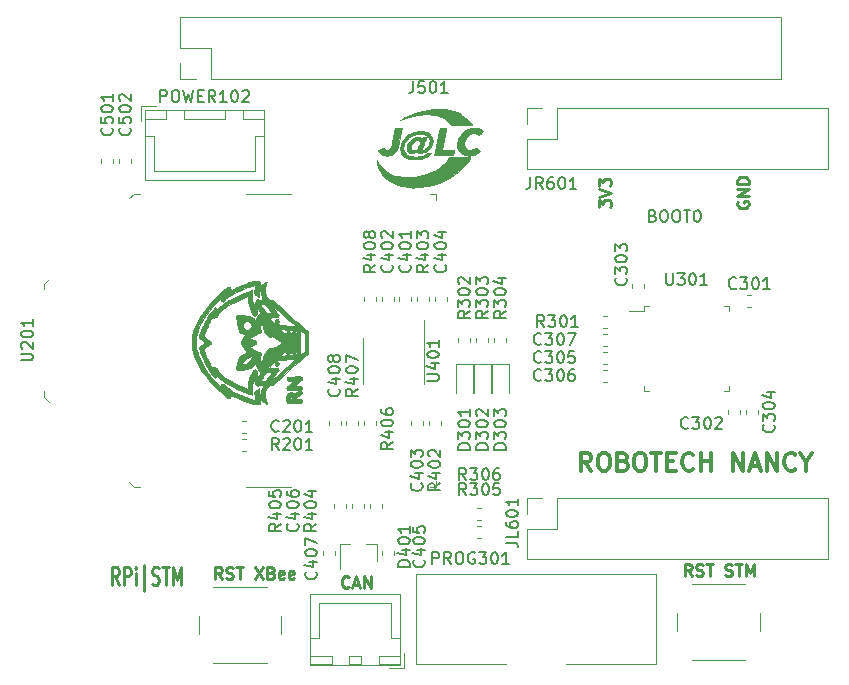
<source format=gbr>
G04 #@! TF.GenerationSoftware,KiCad,Pcbnew,(5.1.5)-3*
G04 #@! TF.CreationDate,2020-11-16T19:58:28+01:00*
G04 #@! TF.ProjectId,bus_raspi,6275735f-7261-4737-9069-2e6b69636164,rev?*
G04 #@! TF.SameCoordinates,Original*
G04 #@! TF.FileFunction,Legend,Top*
G04 #@! TF.FilePolarity,Positive*
%FSLAX46Y46*%
G04 Gerber Fmt 4.6, Leading zero omitted, Abs format (unit mm)*
G04 Created by KiCad (PCBNEW (5.1.5)-3) date 2020-11-16 19:58:28*
%MOMM*%
%LPD*%
G04 APERTURE LIST*
%ADD10C,0.250000*%
%ADD11C,0.375000*%
%ADD12C,0.010000*%
%ADD13C,0.100000*%
%ADD14C,0.120000*%
%ADD15C,0.150000*%
G04 APERTURE END LIST*
D10*
X21709142Y-49379142D02*
X21661523Y-49426761D01*
X21518666Y-49474380D01*
X21423428Y-49474380D01*
X21280571Y-49426761D01*
X21185333Y-49331523D01*
X21137714Y-49236285D01*
X21090095Y-49045809D01*
X21090095Y-48902952D01*
X21137714Y-48712476D01*
X21185333Y-48617238D01*
X21280571Y-48522000D01*
X21423428Y-48474380D01*
X21518666Y-48474380D01*
X21661523Y-48522000D01*
X21709142Y-48569619D01*
X22090095Y-49188666D02*
X22566285Y-49188666D01*
X21994857Y-49474380D02*
X22328190Y-48474380D01*
X22661523Y-49474380D01*
X22994857Y-49474380D02*
X22994857Y-48474380D01*
X23566285Y-49474380D01*
X23566285Y-48474380D01*
X50728857Y-48458380D02*
X50395523Y-47982190D01*
X50157428Y-48458380D02*
X50157428Y-47458380D01*
X50538380Y-47458380D01*
X50633619Y-47506000D01*
X50681238Y-47553619D01*
X50728857Y-47648857D01*
X50728857Y-47791714D01*
X50681238Y-47886952D01*
X50633619Y-47934571D01*
X50538380Y-47982190D01*
X50157428Y-47982190D01*
X51109809Y-48410761D02*
X51252666Y-48458380D01*
X51490761Y-48458380D01*
X51586000Y-48410761D01*
X51633619Y-48363142D01*
X51681238Y-48267904D01*
X51681238Y-48172666D01*
X51633619Y-48077428D01*
X51586000Y-48029809D01*
X51490761Y-47982190D01*
X51300285Y-47934571D01*
X51205047Y-47886952D01*
X51157428Y-47839333D01*
X51109809Y-47744095D01*
X51109809Y-47648857D01*
X51157428Y-47553619D01*
X51205047Y-47506000D01*
X51300285Y-47458380D01*
X51538380Y-47458380D01*
X51681238Y-47506000D01*
X51966952Y-47458380D02*
X52538380Y-47458380D01*
X52252666Y-48458380D02*
X52252666Y-47458380D01*
X53586000Y-48410761D02*
X53728857Y-48458380D01*
X53966952Y-48458380D01*
X54062190Y-48410761D01*
X54109809Y-48363142D01*
X54157428Y-48267904D01*
X54157428Y-48172666D01*
X54109809Y-48077428D01*
X54062190Y-48029809D01*
X53966952Y-47982190D01*
X53776476Y-47934571D01*
X53681238Y-47886952D01*
X53633619Y-47839333D01*
X53586000Y-47744095D01*
X53586000Y-47648857D01*
X53633619Y-47553619D01*
X53681238Y-47506000D01*
X53776476Y-47458380D01*
X54014571Y-47458380D01*
X54157428Y-47506000D01*
X54443142Y-47458380D02*
X55014571Y-47458380D01*
X54728857Y-48458380D02*
X54728857Y-47458380D01*
X55347904Y-48458380D02*
X55347904Y-47458380D01*
X55681238Y-48172666D01*
X56014571Y-47458380D01*
X56014571Y-48458380D01*
D11*
X42232571Y-39540571D02*
X41732571Y-38826285D01*
X41375428Y-39540571D02*
X41375428Y-38040571D01*
X41946857Y-38040571D01*
X42089714Y-38112000D01*
X42161142Y-38183428D01*
X42232571Y-38326285D01*
X42232571Y-38540571D01*
X42161142Y-38683428D01*
X42089714Y-38754857D01*
X41946857Y-38826285D01*
X41375428Y-38826285D01*
X43161142Y-38040571D02*
X43446857Y-38040571D01*
X43589714Y-38112000D01*
X43732571Y-38254857D01*
X43804000Y-38540571D01*
X43804000Y-39040571D01*
X43732571Y-39326285D01*
X43589714Y-39469142D01*
X43446857Y-39540571D01*
X43161142Y-39540571D01*
X43018285Y-39469142D01*
X42875428Y-39326285D01*
X42804000Y-39040571D01*
X42804000Y-38540571D01*
X42875428Y-38254857D01*
X43018285Y-38112000D01*
X43161142Y-38040571D01*
X44946857Y-38754857D02*
X45161142Y-38826285D01*
X45232571Y-38897714D01*
X45304000Y-39040571D01*
X45304000Y-39254857D01*
X45232571Y-39397714D01*
X45161142Y-39469142D01*
X45018285Y-39540571D01*
X44446857Y-39540571D01*
X44446857Y-38040571D01*
X44946857Y-38040571D01*
X45089714Y-38112000D01*
X45161142Y-38183428D01*
X45232571Y-38326285D01*
X45232571Y-38469142D01*
X45161142Y-38612000D01*
X45089714Y-38683428D01*
X44946857Y-38754857D01*
X44446857Y-38754857D01*
X46232571Y-38040571D02*
X46518285Y-38040571D01*
X46661142Y-38112000D01*
X46804000Y-38254857D01*
X46875428Y-38540571D01*
X46875428Y-39040571D01*
X46804000Y-39326285D01*
X46661142Y-39469142D01*
X46518285Y-39540571D01*
X46232571Y-39540571D01*
X46089714Y-39469142D01*
X45946857Y-39326285D01*
X45875428Y-39040571D01*
X45875428Y-38540571D01*
X45946857Y-38254857D01*
X46089714Y-38112000D01*
X46232571Y-38040571D01*
X47304000Y-38040571D02*
X48161142Y-38040571D01*
X47732571Y-39540571D02*
X47732571Y-38040571D01*
X48661142Y-38754857D02*
X49161142Y-38754857D01*
X49375428Y-39540571D02*
X48661142Y-39540571D01*
X48661142Y-38040571D01*
X49375428Y-38040571D01*
X50875428Y-39397714D02*
X50804000Y-39469142D01*
X50589714Y-39540571D01*
X50446857Y-39540571D01*
X50232571Y-39469142D01*
X50089714Y-39326285D01*
X50018285Y-39183428D01*
X49946857Y-38897714D01*
X49946857Y-38683428D01*
X50018285Y-38397714D01*
X50089714Y-38254857D01*
X50232571Y-38112000D01*
X50446857Y-38040571D01*
X50589714Y-38040571D01*
X50804000Y-38112000D01*
X50875428Y-38183428D01*
X51518285Y-39540571D02*
X51518285Y-38040571D01*
X51518285Y-38754857D02*
X52375428Y-38754857D01*
X52375428Y-39540571D02*
X52375428Y-38040571D01*
X54232571Y-39540571D02*
X54232571Y-38040571D01*
X55089714Y-39540571D01*
X55089714Y-38040571D01*
X55732571Y-39112000D02*
X56446857Y-39112000D01*
X55589714Y-39540571D02*
X56089714Y-38040571D01*
X56589714Y-39540571D01*
X57089714Y-39540571D02*
X57089714Y-38040571D01*
X57946857Y-39540571D01*
X57946857Y-38040571D01*
X59518285Y-39397714D02*
X59446857Y-39469142D01*
X59232571Y-39540571D01*
X59089714Y-39540571D01*
X58875428Y-39469142D01*
X58732571Y-39326285D01*
X58661142Y-39183428D01*
X58589714Y-38897714D01*
X58589714Y-38683428D01*
X58661142Y-38397714D01*
X58732571Y-38254857D01*
X58875428Y-38112000D01*
X59089714Y-38040571D01*
X59232571Y-38040571D01*
X59446857Y-38112000D01*
X59518285Y-38183428D01*
X60446857Y-38826285D02*
X60446857Y-39540571D01*
X59946857Y-38040571D02*
X60446857Y-38826285D01*
X60946857Y-38040571D01*
D10*
X54618000Y-16763904D02*
X54570380Y-16859142D01*
X54570380Y-17002000D01*
X54618000Y-17144857D01*
X54713238Y-17240095D01*
X54808476Y-17287714D01*
X54998952Y-17335333D01*
X55141809Y-17335333D01*
X55332285Y-17287714D01*
X55427523Y-17240095D01*
X55522761Y-17144857D01*
X55570380Y-17002000D01*
X55570380Y-16906761D01*
X55522761Y-16763904D01*
X55475142Y-16716285D01*
X55141809Y-16716285D01*
X55141809Y-16906761D01*
X55570380Y-16287714D02*
X54570380Y-16287714D01*
X55570380Y-15716285D01*
X54570380Y-15716285D01*
X55570380Y-15240095D02*
X54570380Y-15240095D01*
X54570380Y-15002000D01*
X54618000Y-14859142D01*
X54713238Y-14763904D01*
X54808476Y-14716285D01*
X54998952Y-14668666D01*
X55141809Y-14668666D01*
X55332285Y-14716285D01*
X55427523Y-14763904D01*
X55522761Y-14859142D01*
X55570380Y-15002000D01*
X55570380Y-15240095D01*
X42886380Y-17240095D02*
X42886380Y-16621047D01*
X43267333Y-16954380D01*
X43267333Y-16811523D01*
X43314952Y-16716285D01*
X43362571Y-16668666D01*
X43457809Y-16621047D01*
X43695904Y-16621047D01*
X43791142Y-16668666D01*
X43838761Y-16716285D01*
X43886380Y-16811523D01*
X43886380Y-17097238D01*
X43838761Y-17192476D01*
X43791142Y-17240095D01*
X42886380Y-16335333D02*
X43886380Y-16002000D01*
X42886380Y-15668666D01*
X42886380Y-15430571D02*
X42886380Y-14811523D01*
X43267333Y-15144857D01*
X43267333Y-15002000D01*
X43314952Y-14906761D01*
X43362571Y-14859142D01*
X43457809Y-14811523D01*
X43695904Y-14811523D01*
X43791142Y-14859142D01*
X43838761Y-14906761D01*
X43886380Y-15002000D01*
X43886380Y-15287714D01*
X43838761Y-15382952D01*
X43791142Y-15430571D01*
X10954095Y-48712380D02*
X10620761Y-48236190D01*
X10382666Y-48712380D02*
X10382666Y-47712380D01*
X10763619Y-47712380D01*
X10858857Y-47760000D01*
X10906476Y-47807619D01*
X10954095Y-47902857D01*
X10954095Y-48045714D01*
X10906476Y-48140952D01*
X10858857Y-48188571D01*
X10763619Y-48236190D01*
X10382666Y-48236190D01*
X11335047Y-48664761D02*
X11477904Y-48712380D01*
X11716000Y-48712380D01*
X11811238Y-48664761D01*
X11858857Y-48617142D01*
X11906476Y-48521904D01*
X11906476Y-48426666D01*
X11858857Y-48331428D01*
X11811238Y-48283809D01*
X11716000Y-48236190D01*
X11525523Y-48188571D01*
X11430285Y-48140952D01*
X11382666Y-48093333D01*
X11335047Y-47998095D01*
X11335047Y-47902857D01*
X11382666Y-47807619D01*
X11430285Y-47760000D01*
X11525523Y-47712380D01*
X11763619Y-47712380D01*
X11906476Y-47760000D01*
X12192190Y-47712380D02*
X12763619Y-47712380D01*
X12477904Y-48712380D02*
X12477904Y-47712380D01*
X13763619Y-47712380D02*
X14430285Y-48712380D01*
X14430285Y-47712380D02*
X13763619Y-48712380D01*
X15144571Y-48188571D02*
X15287428Y-48236190D01*
X15335047Y-48283809D01*
X15382666Y-48379047D01*
X15382666Y-48521904D01*
X15335047Y-48617142D01*
X15287428Y-48664761D01*
X15192190Y-48712380D01*
X14811238Y-48712380D01*
X14811238Y-47712380D01*
X15144571Y-47712380D01*
X15239809Y-47760000D01*
X15287428Y-47807619D01*
X15335047Y-47902857D01*
X15335047Y-47998095D01*
X15287428Y-48093333D01*
X15239809Y-48140952D01*
X15144571Y-48188571D01*
X14811238Y-48188571D01*
X16192190Y-48664761D02*
X16096952Y-48712380D01*
X15906476Y-48712380D01*
X15811238Y-48664761D01*
X15763619Y-48569523D01*
X15763619Y-48188571D01*
X15811238Y-48093333D01*
X15906476Y-48045714D01*
X16096952Y-48045714D01*
X16192190Y-48093333D01*
X16239809Y-48188571D01*
X16239809Y-48283809D01*
X15763619Y-48379047D01*
X17049333Y-48664761D02*
X16954095Y-48712380D01*
X16763619Y-48712380D01*
X16668380Y-48664761D01*
X16620761Y-48569523D01*
X16620761Y-48188571D01*
X16668380Y-48093333D01*
X16763619Y-48045714D01*
X16954095Y-48045714D01*
X17049333Y-48093333D01*
X17096952Y-48188571D01*
X17096952Y-48283809D01*
X16620761Y-48379047D01*
X2238666Y-49192571D02*
X1905333Y-48478285D01*
X1667238Y-49192571D02*
X1667238Y-47692571D01*
X2048190Y-47692571D01*
X2143428Y-47764000D01*
X2191047Y-47835428D01*
X2238666Y-47978285D01*
X2238666Y-48192571D01*
X2191047Y-48335428D01*
X2143428Y-48406857D01*
X2048190Y-48478285D01*
X1667238Y-48478285D01*
X2667238Y-49192571D02*
X2667238Y-47692571D01*
X3048190Y-47692571D01*
X3143428Y-47764000D01*
X3191047Y-47835428D01*
X3238666Y-47978285D01*
X3238666Y-48192571D01*
X3191047Y-48335428D01*
X3143428Y-48406857D01*
X3048190Y-48478285D01*
X2667238Y-48478285D01*
X3667238Y-49192571D02*
X3667238Y-48192571D01*
X3667238Y-47692571D02*
X3619619Y-47764000D01*
X3667238Y-47835428D01*
X3714857Y-47764000D01*
X3667238Y-47692571D01*
X3667238Y-47835428D01*
X4381523Y-49692571D02*
X4381523Y-47549714D01*
X5048190Y-49121142D02*
X5191047Y-49192571D01*
X5429142Y-49192571D01*
X5524380Y-49121142D01*
X5572000Y-49049714D01*
X5619619Y-48906857D01*
X5619619Y-48764000D01*
X5572000Y-48621142D01*
X5524380Y-48549714D01*
X5429142Y-48478285D01*
X5238666Y-48406857D01*
X5143428Y-48335428D01*
X5095809Y-48264000D01*
X5048190Y-48121142D01*
X5048190Y-47978285D01*
X5095809Y-47835428D01*
X5143428Y-47764000D01*
X5238666Y-47692571D01*
X5476761Y-47692571D01*
X5619619Y-47764000D01*
X5905333Y-47692571D02*
X6476761Y-47692571D01*
X6191047Y-49192571D02*
X6191047Y-47692571D01*
X6810095Y-49192571D02*
X6810095Y-47692571D01*
X7143428Y-48764000D01*
X7476761Y-47692571D01*
X7476761Y-49192571D01*
D12*
G36*
X29541305Y-8900478D02*
G01*
X29893845Y-8932847D01*
X30233037Y-8995089D01*
X30558335Y-9087235D01*
X30869194Y-9209320D01*
X31165066Y-9361378D01*
X31245944Y-9409820D01*
X31473920Y-9566088D01*
X31688324Y-9743203D01*
X31883299Y-9935656D01*
X32052987Y-10137939D01*
X32120391Y-10231967D01*
X32174960Y-10312400D01*
X30381373Y-10312400D01*
X30300009Y-10198100D01*
X30144871Y-10009064D01*
X29965408Y-9843389D01*
X29762221Y-9701504D01*
X29535908Y-9583839D01*
X29338184Y-9507294D01*
X29197779Y-9463845D01*
X29063082Y-9430354D01*
X28926614Y-9405789D01*
X28780897Y-9389119D01*
X28618454Y-9379310D01*
X28431805Y-9375332D01*
X28380267Y-9375128D01*
X28067587Y-9383565D01*
X27757551Y-9410220D01*
X27444928Y-9456050D01*
X27124489Y-9522014D01*
X26791004Y-9609068D01*
X26439245Y-9718171D01*
X26358792Y-9745260D01*
X26260744Y-9778696D01*
X26172022Y-9808923D01*
X26098276Y-9834017D01*
X26045157Y-9852056D01*
X26018315Y-9861117D01*
X26018067Y-9861200D01*
X26022292Y-9857480D01*
X26053083Y-9840773D01*
X26106619Y-9813047D01*
X26179082Y-9776270D01*
X26266650Y-9732410D01*
X26305934Y-9712886D01*
X26745613Y-9507487D01*
X27176310Y-9331692D01*
X27597479Y-9185534D01*
X28008575Y-9069047D01*
X28409051Y-8982264D01*
X28798362Y-8925220D01*
X29175962Y-8897946D01*
X29541305Y-8900478D01*
G37*
X29541305Y-8900478D02*
X29893845Y-8932847D01*
X30233037Y-8995089D01*
X30558335Y-9087235D01*
X30869194Y-9209320D01*
X31165066Y-9361378D01*
X31245944Y-9409820D01*
X31473920Y-9566088D01*
X31688324Y-9743203D01*
X31883299Y-9935656D01*
X32052987Y-10137939D01*
X32120391Y-10231967D01*
X32174960Y-10312400D01*
X30381373Y-10312400D01*
X30300009Y-10198100D01*
X30144871Y-10009064D01*
X29965408Y-9843389D01*
X29762221Y-9701504D01*
X29535908Y-9583839D01*
X29338184Y-9507294D01*
X29197779Y-9463845D01*
X29063082Y-9430354D01*
X28926614Y-9405789D01*
X28780897Y-9389119D01*
X28618454Y-9379310D01*
X28431805Y-9375332D01*
X28380267Y-9375128D01*
X28067587Y-9383565D01*
X27757551Y-9410220D01*
X27444928Y-9456050D01*
X27124489Y-9522014D01*
X26791004Y-9609068D01*
X26439245Y-9718171D01*
X26358792Y-9745260D01*
X26260744Y-9778696D01*
X26172022Y-9808923D01*
X26098276Y-9834017D01*
X26045157Y-9852056D01*
X26018315Y-9861117D01*
X26018067Y-9861200D01*
X26022292Y-9857480D01*
X26053083Y-9840773D01*
X26106619Y-9813047D01*
X26179082Y-9776270D01*
X26266650Y-9732410D01*
X26305934Y-9712886D01*
X26745613Y-9507487D01*
X27176310Y-9331692D01*
X27597479Y-9185534D01*
X28008575Y-9069047D01*
X28409051Y-8982264D01*
X28798362Y-8925220D01*
X29175962Y-8897946D01*
X29541305Y-8900478D01*
G36*
X29764404Y-10532680D02*
G01*
X29837757Y-10533566D01*
X29887281Y-10535863D01*
X29917994Y-10540243D01*
X29934915Y-10547378D01*
X29943063Y-10557938D01*
X29946971Y-10570633D01*
X29945586Y-10594249D01*
X29938057Y-10647777D01*
X29924971Y-10727942D01*
X29906916Y-10831465D01*
X29884481Y-10955070D01*
X29858252Y-11095478D01*
X29828818Y-11249413D01*
X29796766Y-11413597D01*
X29786427Y-11465877D01*
X29753573Y-11631859D01*
X29722810Y-11787983D01*
X29694755Y-11931060D01*
X29670026Y-12057903D01*
X29649243Y-12165324D01*
X29633024Y-12250136D01*
X29621986Y-12309151D01*
X29616750Y-12339182D01*
X29616400Y-12342177D01*
X29627499Y-12348323D01*
X29662151Y-12353177D01*
X29722389Y-12356823D01*
X29810244Y-12359342D01*
X29927749Y-12360818D01*
X30076937Y-12361331D01*
X30088460Y-12361334D01*
X30229498Y-12361541D01*
X30340428Y-12362300D01*
X30425004Y-12363814D01*
X30486984Y-12366286D01*
X30530124Y-12369919D01*
X30558178Y-12374917D01*
X30574904Y-12381483D01*
X30582738Y-12388105D01*
X30592271Y-12410196D01*
X30594640Y-12447864D01*
X30589429Y-12505106D01*
X30576222Y-12585917D01*
X30554599Y-12694291D01*
X30547085Y-12729634D01*
X30527994Y-12818534D01*
X29752537Y-12818534D01*
X29562318Y-12818348D01*
X29403453Y-12817745D01*
X29273433Y-12816657D01*
X29169748Y-12815013D01*
X29089887Y-12812744D01*
X29031340Y-12809782D01*
X28991598Y-12806057D01*
X28968150Y-12801501D01*
X28958940Y-12796676D01*
X28957079Y-12781923D01*
X28959944Y-12746655D01*
X28967798Y-12689403D01*
X28980902Y-12608702D01*
X28999521Y-12503083D01*
X29023918Y-12371081D01*
X29054355Y-12211227D01*
X29091095Y-12022056D01*
X29134401Y-11802101D01*
X29163858Y-11653676D01*
X29386917Y-10532533D01*
X29662203Y-10532533D01*
X29764404Y-10532680D01*
G37*
X29764404Y-10532680D02*
X29837757Y-10533566D01*
X29887281Y-10535863D01*
X29917994Y-10540243D01*
X29934915Y-10547378D01*
X29943063Y-10557938D01*
X29946971Y-10570633D01*
X29945586Y-10594249D01*
X29938057Y-10647777D01*
X29924971Y-10727942D01*
X29906916Y-10831465D01*
X29884481Y-10955070D01*
X29858252Y-11095478D01*
X29828818Y-11249413D01*
X29796766Y-11413597D01*
X29786427Y-11465877D01*
X29753573Y-11631859D01*
X29722810Y-11787983D01*
X29694755Y-11931060D01*
X29670026Y-12057903D01*
X29649243Y-12165324D01*
X29633024Y-12250136D01*
X29621986Y-12309151D01*
X29616750Y-12339182D01*
X29616400Y-12342177D01*
X29627499Y-12348323D01*
X29662151Y-12353177D01*
X29722389Y-12356823D01*
X29810244Y-12359342D01*
X29927749Y-12360818D01*
X30076937Y-12361331D01*
X30088460Y-12361334D01*
X30229498Y-12361541D01*
X30340428Y-12362300D01*
X30425004Y-12363814D01*
X30486984Y-12366286D01*
X30530124Y-12369919D01*
X30558178Y-12374917D01*
X30574904Y-12381483D01*
X30582738Y-12388105D01*
X30592271Y-12410196D01*
X30594640Y-12447864D01*
X30589429Y-12505106D01*
X30576222Y-12585917D01*
X30554599Y-12694291D01*
X30547085Y-12729634D01*
X30527994Y-12818534D01*
X29752537Y-12818534D01*
X29562318Y-12818348D01*
X29403453Y-12817745D01*
X29273433Y-12816657D01*
X29169748Y-12815013D01*
X29089887Y-12812744D01*
X29031340Y-12809782D01*
X28991598Y-12806057D01*
X28968150Y-12801501D01*
X28958940Y-12796676D01*
X28957079Y-12781923D01*
X28959944Y-12746655D01*
X28967798Y-12689403D01*
X28980902Y-12608702D01*
X28999521Y-12503083D01*
X29023918Y-12371081D01*
X29054355Y-12211227D01*
X29091095Y-12022056D01*
X29134401Y-11802101D01*
X29163858Y-11653676D01*
X29386917Y-10532533D01*
X29662203Y-10532533D01*
X29764404Y-10532680D01*
G36*
X32545403Y-10509764D02*
G01*
X32709010Y-10556344D01*
X32856449Y-10628582D01*
X32983804Y-10725286D01*
X33008298Y-10749273D01*
X33072796Y-10815405D01*
X32923631Y-10948416D01*
X32860928Y-11004270D01*
X32804164Y-11054728D01*
X32760050Y-11093830D01*
X32737026Y-11114113D01*
X32713700Y-11132488D01*
X32694860Y-11135283D01*
X32670029Y-11120113D01*
X32636198Y-11091145D01*
X32582833Y-11051357D01*
X32517029Y-11011606D01*
X32481498Y-10993686D01*
X32431134Y-10972768D01*
X32385986Y-10961024D01*
X32333988Y-10956692D01*
X32263073Y-10958010D01*
X32243366Y-10958901D01*
X32157214Y-10965534D01*
X32089870Y-10978109D01*
X32026371Y-11000061D01*
X31986774Y-11017796D01*
X31847798Y-11101874D01*
X31728190Y-11212677D01*
X31629872Y-11347899D01*
X31554767Y-11505239D01*
X31536861Y-11557000D01*
X31498900Y-11709668D01*
X31483059Y-11855333D01*
X31488892Y-11989676D01*
X31515955Y-12108377D01*
X31563802Y-12207116D01*
X31609509Y-12262125D01*
X31682883Y-12323134D01*
X31757089Y-12362103D01*
X31843782Y-12383863D01*
X31922111Y-12391684D01*
X32076133Y-12384624D01*
X32226035Y-12344591D01*
X32373285Y-12271172D01*
X32391857Y-12259447D01*
X32447229Y-12226569D01*
X32494426Y-12203748D01*
X32524251Y-12195350D01*
X32526402Y-12195552D01*
X32547277Y-12210542D01*
X32582841Y-12247135D01*
X32627833Y-12299569D01*
X32669686Y-12352456D01*
X32785475Y-12504065D01*
X32729171Y-12551834D01*
X32648814Y-12611377D01*
X32548185Y-12673296D01*
X32439611Y-12730789D01*
X32335421Y-12777059D01*
X32292612Y-12792619D01*
X32097131Y-12843699D01*
X31907028Y-12864486D01*
X31714171Y-12855740D01*
X31674321Y-12850481D01*
X31500682Y-12810866D01*
X31342683Y-12746069D01*
X31203668Y-12658351D01*
X31086980Y-12549974D01*
X30995961Y-12423198D01*
X30970508Y-12374309D01*
X30930728Y-12278445D01*
X30904892Y-12184296D01*
X30891406Y-12082088D01*
X30888677Y-11962047D01*
X30891076Y-11887200D01*
X30917266Y-11664720D01*
X30973642Y-11454947D01*
X31058217Y-11260012D01*
X31169004Y-11082049D01*
X31304015Y-10923190D01*
X31461264Y-10785568D01*
X31638762Y-10671314D01*
X31834523Y-10582562D01*
X32046558Y-10521444D01*
X32185355Y-10498360D01*
X32369546Y-10490038D01*
X32545403Y-10509764D01*
G37*
X32545403Y-10509764D02*
X32709010Y-10556344D01*
X32856449Y-10628582D01*
X32983804Y-10725286D01*
X33008298Y-10749273D01*
X33072796Y-10815405D01*
X32923631Y-10948416D01*
X32860928Y-11004270D01*
X32804164Y-11054728D01*
X32760050Y-11093830D01*
X32737026Y-11114113D01*
X32713700Y-11132488D01*
X32694860Y-11135283D01*
X32670029Y-11120113D01*
X32636198Y-11091145D01*
X32582833Y-11051357D01*
X32517029Y-11011606D01*
X32481498Y-10993686D01*
X32431134Y-10972768D01*
X32385986Y-10961024D01*
X32333988Y-10956692D01*
X32263073Y-10958010D01*
X32243366Y-10958901D01*
X32157214Y-10965534D01*
X32089870Y-10978109D01*
X32026371Y-11000061D01*
X31986774Y-11017796D01*
X31847798Y-11101874D01*
X31728190Y-11212677D01*
X31629872Y-11347899D01*
X31554767Y-11505239D01*
X31536861Y-11557000D01*
X31498900Y-11709668D01*
X31483059Y-11855333D01*
X31488892Y-11989676D01*
X31515955Y-12108377D01*
X31563802Y-12207116D01*
X31609509Y-12262125D01*
X31682883Y-12323134D01*
X31757089Y-12362103D01*
X31843782Y-12383863D01*
X31922111Y-12391684D01*
X32076133Y-12384624D01*
X32226035Y-12344591D01*
X32373285Y-12271172D01*
X32391857Y-12259447D01*
X32447229Y-12226569D01*
X32494426Y-12203748D01*
X32524251Y-12195350D01*
X32526402Y-12195552D01*
X32547277Y-12210542D01*
X32582841Y-12247135D01*
X32627833Y-12299569D01*
X32669686Y-12352456D01*
X32785475Y-12504065D01*
X32729171Y-12551834D01*
X32648814Y-12611377D01*
X32548185Y-12673296D01*
X32439611Y-12730789D01*
X32335421Y-12777059D01*
X32292612Y-12792619D01*
X32097131Y-12843699D01*
X31907028Y-12864486D01*
X31714171Y-12855740D01*
X31674321Y-12850481D01*
X31500682Y-12810866D01*
X31342683Y-12746069D01*
X31203668Y-12658351D01*
X31086980Y-12549974D01*
X30995961Y-12423198D01*
X30970508Y-12374309D01*
X30930728Y-12278445D01*
X30904892Y-12184296D01*
X30891406Y-12082088D01*
X30888677Y-11962047D01*
X30891076Y-11887200D01*
X30917266Y-11664720D01*
X30973642Y-11454947D01*
X31058217Y-11260012D01*
X31169004Y-11082049D01*
X31304015Y-10923190D01*
X31461264Y-10785568D01*
X31638762Y-10671314D01*
X31834523Y-10582562D01*
X32046558Y-10521444D01*
X32185355Y-10498360D01*
X32369546Y-10490038D01*
X32545403Y-10509764D01*
G36*
X26175189Y-10583333D02*
G01*
X26172874Y-10608107D01*
X26164400Y-10662607D01*
X26150405Y-10743384D01*
X26131530Y-10846987D01*
X26108413Y-10969966D01*
X26081694Y-11108870D01*
X26052012Y-11260250D01*
X26020860Y-11416408D01*
X25983005Y-11603858D01*
X25950802Y-11761304D01*
X25923471Y-11891995D01*
X25900235Y-11999178D01*
X25880315Y-12086100D01*
X25862933Y-12156008D01*
X25847310Y-12212151D01*
X25832669Y-12257777D01*
X25818232Y-12296131D01*
X25803219Y-12330463D01*
X25800341Y-12336581D01*
X25735833Y-12447109D01*
X25651219Y-12555076D01*
X25554859Y-12651443D01*
X25455114Y-12727173D01*
X25420136Y-12747565D01*
X25280204Y-12805901D01*
X25122077Y-12844593D01*
X24956117Y-12862198D01*
X24792688Y-12857278D01*
X24714200Y-12845735D01*
X24561574Y-12801782D01*
X24428898Y-12733233D01*
X24318711Y-12641814D01*
X24233553Y-12529251D01*
X24224239Y-12512761D01*
X24204497Y-12477379D01*
X24192128Y-12450757D01*
X24190362Y-12428994D01*
X24202434Y-12408187D01*
X24231575Y-12384435D01*
X24281018Y-12353836D01*
X24353997Y-12312487D01*
X24421471Y-12274689D01*
X24502943Y-12229702D01*
X24561263Y-12201426D01*
X24602526Y-12189489D01*
X24632824Y-12193519D01*
X24658249Y-12213145D01*
X24684893Y-12247997D01*
X24691891Y-12258210D01*
X24740252Y-12319833D01*
X24790286Y-12358647D01*
X24851649Y-12379315D01*
X24934002Y-12386498D01*
X24958132Y-12386734D01*
X25027648Y-12385471D01*
X25074532Y-12379814D01*
X25109979Y-12366955D01*
X25145187Y-12344088D01*
X25153609Y-12337745D01*
X25179492Y-12316305D01*
X25202571Y-12292157D01*
X25223695Y-12262464D01*
X25243712Y-12224389D01*
X25263470Y-12175098D01*
X25283818Y-12111753D01*
X25305604Y-12031519D01*
X25329676Y-11931559D01*
X25356883Y-11809037D01*
X25388073Y-11661117D01*
X25424094Y-11484964D01*
X25455876Y-11327203D01*
X25613650Y-10541000D01*
X26170467Y-10541000D01*
X26175189Y-10583333D01*
G37*
X26175189Y-10583333D02*
X26172874Y-10608107D01*
X26164400Y-10662607D01*
X26150405Y-10743384D01*
X26131530Y-10846987D01*
X26108413Y-10969966D01*
X26081694Y-11108870D01*
X26052012Y-11260250D01*
X26020860Y-11416408D01*
X25983005Y-11603858D01*
X25950802Y-11761304D01*
X25923471Y-11891995D01*
X25900235Y-11999178D01*
X25880315Y-12086100D01*
X25862933Y-12156008D01*
X25847310Y-12212151D01*
X25832669Y-12257777D01*
X25818232Y-12296131D01*
X25803219Y-12330463D01*
X25800341Y-12336581D01*
X25735833Y-12447109D01*
X25651219Y-12555076D01*
X25554859Y-12651443D01*
X25455114Y-12727173D01*
X25420136Y-12747565D01*
X25280204Y-12805901D01*
X25122077Y-12844593D01*
X24956117Y-12862198D01*
X24792688Y-12857278D01*
X24714200Y-12845735D01*
X24561574Y-12801782D01*
X24428898Y-12733233D01*
X24318711Y-12641814D01*
X24233553Y-12529251D01*
X24224239Y-12512761D01*
X24204497Y-12477379D01*
X24192128Y-12450757D01*
X24190362Y-12428994D01*
X24202434Y-12408187D01*
X24231575Y-12384435D01*
X24281018Y-12353836D01*
X24353997Y-12312487D01*
X24421471Y-12274689D01*
X24502943Y-12229702D01*
X24561263Y-12201426D01*
X24602526Y-12189489D01*
X24632824Y-12193519D01*
X24658249Y-12213145D01*
X24684893Y-12247997D01*
X24691891Y-12258210D01*
X24740252Y-12319833D01*
X24790286Y-12358647D01*
X24851649Y-12379315D01*
X24934002Y-12386498D01*
X24958132Y-12386734D01*
X25027648Y-12385471D01*
X25074532Y-12379814D01*
X25109979Y-12366955D01*
X25145187Y-12344088D01*
X25153609Y-12337745D01*
X25179492Y-12316305D01*
X25202571Y-12292157D01*
X25223695Y-12262464D01*
X25243712Y-12224389D01*
X25263470Y-12175098D01*
X25283818Y-12111753D01*
X25305604Y-12031519D01*
X25329676Y-11931559D01*
X25356883Y-11809037D01*
X25388073Y-11661117D01*
X25424094Y-11484964D01*
X25455876Y-11327203D01*
X25613650Y-10541000D01*
X26170467Y-10541000D01*
X26175189Y-10583333D01*
G36*
X27874780Y-10813381D02*
G01*
X27968410Y-10815234D01*
X28041047Y-10819254D01*
X28099118Y-10825892D01*
X28149049Y-10835596D01*
X28177067Y-10842879D01*
X28349310Y-10904618D01*
X28493460Y-10985182D01*
X28609712Y-11084770D01*
X28698257Y-11203582D01*
X28759291Y-11341819D01*
X28790010Y-11476996D01*
X28796242Y-11634485D01*
X28771674Y-11791343D01*
X28719275Y-11944377D01*
X28642016Y-12090394D01*
X28542866Y-12226203D01*
X28424795Y-12348611D01*
X28290772Y-12454426D01*
X28143768Y-12540455D01*
X27986751Y-12603505D01*
X27822692Y-12640386D01*
X27699803Y-12648950D01*
X27608666Y-12644929D01*
X27544053Y-12630888D01*
X27499521Y-12604568D01*
X27471480Y-12568850D01*
X27444626Y-12522060D01*
X27329197Y-12579356D01*
X27203740Y-12627177D01*
X27077809Y-12648576D01*
X26956322Y-12644494D01*
X26844193Y-12615867D01*
X26746339Y-12563635D01*
X26667676Y-12488736D01*
X26639767Y-12447747D01*
X26614093Y-12397268D01*
X26600420Y-12348054D01*
X26595474Y-12285710D01*
X26595213Y-12251825D01*
X26602837Y-12179497D01*
X26960439Y-12179497D01*
X26963702Y-12268253D01*
X26982524Y-12326030D01*
X27025607Y-12377233D01*
X27088090Y-12414143D01*
X27153760Y-12428404D01*
X27189383Y-12424063D01*
X27242788Y-12412216D01*
X27279387Y-12402161D01*
X27366408Y-12360812D01*
X27452507Y-12292057D01*
X27533352Y-12202185D01*
X27604609Y-12097486D01*
X27661946Y-11984249D01*
X27701031Y-11868762D01*
X27717097Y-11766796D01*
X27719762Y-11704695D01*
X27716680Y-11664885D01*
X27704300Y-11635866D01*
X27679068Y-11606133D01*
X27662237Y-11589117D01*
X27627313Y-11556007D01*
X27598609Y-11538284D01*
X27563930Y-11532057D01*
X27511080Y-11533437D01*
X27491469Y-11534650D01*
X27424953Y-11541742D01*
X27372978Y-11556697D01*
X27319813Y-11585128D01*
X27284299Y-11608589D01*
X27202133Y-11678122D01*
X27127858Y-11765952D01*
X27064011Y-11866042D01*
X27013133Y-11972354D01*
X26977762Y-12078852D01*
X26960439Y-12179497D01*
X26602837Y-12179497D01*
X26611444Y-12097859D01*
X26659332Y-11947904D01*
X26739523Y-11800597D01*
X26852666Y-11654579D01*
X26907525Y-11595994D01*
X26981189Y-11523722D01*
X27042942Y-11470660D01*
X27102184Y-11429699D01*
X27168318Y-11393730D01*
X27186864Y-11384763D01*
X27255475Y-11353731D01*
X27311037Y-11334088D01*
X27366681Y-11322739D01*
X27435542Y-11316583D01*
X27485961Y-11314202D01*
X27567239Y-11312026D01*
X27624708Y-11314076D01*
X27668294Y-11321594D01*
X27707925Y-11335822D01*
X27726055Y-11344231D01*
X27777493Y-11375197D01*
X27819130Y-11410660D01*
X27830338Y-11424527D01*
X27858947Y-11468190D01*
X27895739Y-11402529D01*
X27932532Y-11336867D01*
X28114535Y-11332056D01*
X28296537Y-11327245D01*
X28273159Y-11382856D01*
X28260475Y-11412405D01*
X28236157Y-11468490D01*
X28202159Y-11546626D01*
X28160435Y-11642328D01*
X28112940Y-11751110D01*
X28061628Y-11868486D01*
X28050779Y-11893284D01*
X27993282Y-12025183D01*
X27948408Y-12129607D01*
X27914923Y-12209983D01*
X27891591Y-12269739D01*
X27877175Y-12312299D01*
X27870441Y-12341092D01*
X27870152Y-12359543D01*
X27875073Y-12371079D01*
X27877487Y-12373811D01*
X27917509Y-12391358D01*
X27973622Y-12384970D01*
X28041612Y-12357814D01*
X28117264Y-12313059D01*
X28196362Y-12253872D01*
X28274691Y-12183421D01*
X28348037Y-12104874D01*
X28412183Y-12021399D01*
X28462916Y-11936164D01*
X28464772Y-11932429D01*
X28521534Y-11787217D01*
X28546492Y-11649865D01*
X28541128Y-11521984D01*
X28506923Y-11405188D01*
X28445359Y-11301088D01*
X28357918Y-11211297D01*
X28246080Y-11137427D01*
X28111329Y-11081090D01*
X27955145Y-11043899D01*
X27779010Y-11027465D01*
X27635200Y-11029703D01*
X27410469Y-11056473D01*
X27201905Y-11108938D01*
X27011933Y-11186092D01*
X26842976Y-11286931D01*
X26697457Y-11410448D01*
X26684130Y-11424174D01*
X26578176Y-11551455D01*
X26487537Y-11692633D01*
X26414547Y-11841691D01*
X26361543Y-11992614D01*
X26330859Y-12139386D01*
X26324831Y-12275993D01*
X26330995Y-12333856D01*
X26368955Y-12478763D01*
X26432949Y-12604101D01*
X26523815Y-12710692D01*
X26642392Y-12799358D01*
X26789516Y-12870919D01*
X26924000Y-12915218D01*
X27001231Y-12929966D01*
X27104146Y-12940240D01*
X27224872Y-12946119D01*
X27355535Y-12947684D01*
X27488259Y-12945013D01*
X27615171Y-12938186D01*
X27728397Y-12927284D01*
X27820061Y-12912384D01*
X27846867Y-12905894D01*
X27979027Y-12862740D01*
X28109290Y-12807612D01*
X28226432Y-12745723D01*
X28306298Y-12692465D01*
X28347007Y-12662822D01*
X28380726Y-12644954D01*
X28418335Y-12635889D01*
X28470714Y-12632655D01*
X28526635Y-12632267D01*
X28591070Y-12633852D01*
X28640142Y-12638077D01*
X28666011Y-12644146D01*
X28668134Y-12646623D01*
X28656006Y-12666259D01*
X28623760Y-12701459D01*
X28577599Y-12746476D01*
X28523726Y-12795565D01*
X28468344Y-12842978D01*
X28417657Y-12882971D01*
X28397200Y-12897583D01*
X28218302Y-13000680D01*
X28016444Y-13083098D01*
X27797005Y-13142698D01*
X27764065Y-13149315D01*
X27666519Y-13163544D01*
X27546266Y-13174261D01*
X27414193Y-13181106D01*
X27281189Y-13183717D01*
X27158141Y-13181733D01*
X27055938Y-13174794D01*
X27042533Y-13173235D01*
X26823296Y-13134592D01*
X26632082Y-13076931D01*
X26468890Y-13000253D01*
X26333719Y-12904557D01*
X26226568Y-12789840D01*
X26147435Y-12656103D01*
X26096319Y-12503343D01*
X26073219Y-12331561D01*
X26071753Y-12266823D01*
X26089293Y-12074209D01*
X26140257Y-11879062D01*
X26196234Y-11740332D01*
X26253472Y-11625304D01*
X26312719Y-11527405D01*
X26381898Y-11435178D01*
X26468933Y-11337161D01*
X26491101Y-11313852D01*
X26657455Y-11161709D01*
X26838984Y-11037185D01*
X27039410Y-10938121D01*
X27262452Y-10862359D01*
X27276115Y-10858647D01*
X27339072Y-10842580D01*
X27395098Y-10830885D01*
X27451704Y-10822847D01*
X27516401Y-10817752D01*
X27596698Y-10814887D01*
X27700108Y-10813538D01*
X27753733Y-10813245D01*
X27874780Y-10813381D01*
G37*
X27874780Y-10813381D02*
X27968410Y-10815234D01*
X28041047Y-10819254D01*
X28099118Y-10825892D01*
X28149049Y-10835596D01*
X28177067Y-10842879D01*
X28349310Y-10904618D01*
X28493460Y-10985182D01*
X28609712Y-11084770D01*
X28698257Y-11203582D01*
X28759291Y-11341819D01*
X28790010Y-11476996D01*
X28796242Y-11634485D01*
X28771674Y-11791343D01*
X28719275Y-11944377D01*
X28642016Y-12090394D01*
X28542866Y-12226203D01*
X28424795Y-12348611D01*
X28290772Y-12454426D01*
X28143768Y-12540455D01*
X27986751Y-12603505D01*
X27822692Y-12640386D01*
X27699803Y-12648950D01*
X27608666Y-12644929D01*
X27544053Y-12630888D01*
X27499521Y-12604568D01*
X27471480Y-12568850D01*
X27444626Y-12522060D01*
X27329197Y-12579356D01*
X27203740Y-12627177D01*
X27077809Y-12648576D01*
X26956322Y-12644494D01*
X26844193Y-12615867D01*
X26746339Y-12563635D01*
X26667676Y-12488736D01*
X26639767Y-12447747D01*
X26614093Y-12397268D01*
X26600420Y-12348054D01*
X26595474Y-12285710D01*
X26595213Y-12251825D01*
X26602837Y-12179497D01*
X26960439Y-12179497D01*
X26963702Y-12268253D01*
X26982524Y-12326030D01*
X27025607Y-12377233D01*
X27088090Y-12414143D01*
X27153760Y-12428404D01*
X27189383Y-12424063D01*
X27242788Y-12412216D01*
X27279387Y-12402161D01*
X27366408Y-12360812D01*
X27452507Y-12292057D01*
X27533352Y-12202185D01*
X27604609Y-12097486D01*
X27661946Y-11984249D01*
X27701031Y-11868762D01*
X27717097Y-11766796D01*
X27719762Y-11704695D01*
X27716680Y-11664885D01*
X27704300Y-11635866D01*
X27679068Y-11606133D01*
X27662237Y-11589117D01*
X27627313Y-11556007D01*
X27598609Y-11538284D01*
X27563930Y-11532057D01*
X27511080Y-11533437D01*
X27491469Y-11534650D01*
X27424953Y-11541742D01*
X27372978Y-11556697D01*
X27319813Y-11585128D01*
X27284299Y-11608589D01*
X27202133Y-11678122D01*
X27127858Y-11765952D01*
X27064011Y-11866042D01*
X27013133Y-11972354D01*
X26977762Y-12078852D01*
X26960439Y-12179497D01*
X26602837Y-12179497D01*
X26611444Y-12097859D01*
X26659332Y-11947904D01*
X26739523Y-11800597D01*
X26852666Y-11654579D01*
X26907525Y-11595994D01*
X26981189Y-11523722D01*
X27042942Y-11470660D01*
X27102184Y-11429699D01*
X27168318Y-11393730D01*
X27186864Y-11384763D01*
X27255475Y-11353731D01*
X27311037Y-11334088D01*
X27366681Y-11322739D01*
X27435542Y-11316583D01*
X27485961Y-11314202D01*
X27567239Y-11312026D01*
X27624708Y-11314076D01*
X27668294Y-11321594D01*
X27707925Y-11335822D01*
X27726055Y-11344231D01*
X27777493Y-11375197D01*
X27819130Y-11410660D01*
X27830338Y-11424527D01*
X27858947Y-11468190D01*
X27895739Y-11402529D01*
X27932532Y-11336867D01*
X28114535Y-11332056D01*
X28296537Y-11327245D01*
X28273159Y-11382856D01*
X28260475Y-11412405D01*
X28236157Y-11468490D01*
X28202159Y-11546626D01*
X28160435Y-11642328D01*
X28112940Y-11751110D01*
X28061628Y-11868486D01*
X28050779Y-11893284D01*
X27993282Y-12025183D01*
X27948408Y-12129607D01*
X27914923Y-12209983D01*
X27891591Y-12269739D01*
X27877175Y-12312299D01*
X27870441Y-12341092D01*
X27870152Y-12359543D01*
X27875073Y-12371079D01*
X27877487Y-12373811D01*
X27917509Y-12391358D01*
X27973622Y-12384970D01*
X28041612Y-12357814D01*
X28117264Y-12313059D01*
X28196362Y-12253872D01*
X28274691Y-12183421D01*
X28348037Y-12104874D01*
X28412183Y-12021399D01*
X28462916Y-11936164D01*
X28464772Y-11932429D01*
X28521534Y-11787217D01*
X28546492Y-11649865D01*
X28541128Y-11521984D01*
X28506923Y-11405188D01*
X28445359Y-11301088D01*
X28357918Y-11211297D01*
X28246080Y-11137427D01*
X28111329Y-11081090D01*
X27955145Y-11043899D01*
X27779010Y-11027465D01*
X27635200Y-11029703D01*
X27410469Y-11056473D01*
X27201905Y-11108938D01*
X27011933Y-11186092D01*
X26842976Y-11286931D01*
X26697457Y-11410448D01*
X26684130Y-11424174D01*
X26578176Y-11551455D01*
X26487537Y-11692633D01*
X26414547Y-11841691D01*
X26361543Y-11992614D01*
X26330859Y-12139386D01*
X26324831Y-12275993D01*
X26330995Y-12333856D01*
X26368955Y-12478763D01*
X26432949Y-12604101D01*
X26523815Y-12710692D01*
X26642392Y-12799358D01*
X26789516Y-12870919D01*
X26924000Y-12915218D01*
X27001231Y-12929966D01*
X27104146Y-12940240D01*
X27224872Y-12946119D01*
X27355535Y-12947684D01*
X27488259Y-12945013D01*
X27615171Y-12938186D01*
X27728397Y-12927284D01*
X27820061Y-12912384D01*
X27846867Y-12905894D01*
X27979027Y-12862740D01*
X28109290Y-12807612D01*
X28226432Y-12745723D01*
X28306298Y-12692465D01*
X28347007Y-12662822D01*
X28380726Y-12644954D01*
X28418335Y-12635889D01*
X28470714Y-12632655D01*
X28526635Y-12632267D01*
X28591070Y-12633852D01*
X28640142Y-12638077D01*
X28666011Y-12644146D01*
X28668134Y-12646623D01*
X28656006Y-12666259D01*
X28623760Y-12701459D01*
X28577599Y-12746476D01*
X28523726Y-12795565D01*
X28468344Y-12842978D01*
X28417657Y-12882971D01*
X28397200Y-12897583D01*
X28218302Y-13000680D01*
X28016444Y-13083098D01*
X27797005Y-13142698D01*
X27764065Y-13149315D01*
X27666519Y-13163544D01*
X27546266Y-13174261D01*
X27414193Y-13181106D01*
X27281189Y-13183717D01*
X27158141Y-13181733D01*
X27055938Y-13174794D01*
X27042533Y-13173235D01*
X26823296Y-13134592D01*
X26632082Y-13076931D01*
X26468890Y-13000253D01*
X26333719Y-12904557D01*
X26226568Y-12789840D01*
X26147435Y-12656103D01*
X26096319Y-12503343D01*
X26073219Y-12331561D01*
X26071753Y-12266823D01*
X26089293Y-12074209D01*
X26140257Y-11879062D01*
X26196234Y-11740332D01*
X26253472Y-11625304D01*
X26312719Y-11527405D01*
X26381898Y-11435178D01*
X26468933Y-11337161D01*
X26491101Y-11313852D01*
X26657455Y-11161709D01*
X26838984Y-11037185D01*
X27039410Y-10938121D01*
X27262452Y-10862359D01*
X27276115Y-10858647D01*
X27339072Y-10842580D01*
X27395098Y-10830885D01*
X27451704Y-10822847D01*
X27516401Y-10817752D01*
X27596698Y-10814887D01*
X27700108Y-10813538D01*
X27753733Y-10813245D01*
X27874780Y-10813381D01*
G36*
X31968993Y-13085234D02*
G01*
X31769245Y-13388688D01*
X31539927Y-13678309D01*
X31283039Y-13952516D01*
X31000583Y-14209730D01*
X30694559Y-14448373D01*
X30366970Y-14666864D01*
X30019815Y-14863625D01*
X29655097Y-15037077D01*
X29334451Y-15164394D01*
X29056452Y-15257781D01*
X28768499Y-15340668D01*
X28475712Y-15412195D01*
X28183209Y-15471501D01*
X27896112Y-15517722D01*
X27619537Y-15549998D01*
X27358606Y-15567468D01*
X27118437Y-15569269D01*
X26974800Y-15561539D01*
X26660659Y-15527447D01*
X26367713Y-15478025D01*
X26086047Y-15411325D01*
X25852261Y-15340964D01*
X25553873Y-15228085D01*
X25280615Y-15094378D01*
X25033071Y-14940306D01*
X24811824Y-14766334D01*
X24617457Y-14572924D01*
X24450556Y-14360541D01*
X24311702Y-14129649D01*
X24300311Y-14107403D01*
X24256062Y-14008669D01*
X24210283Y-13887443D01*
X24166491Y-13754719D01*
X24128198Y-13621495D01*
X24098920Y-13498767D01*
X24089017Y-13446316D01*
X24073930Y-13351788D01*
X24066113Y-13289041D01*
X24065980Y-13256687D01*
X24073947Y-13253341D01*
X24090429Y-13277617D01*
X24115844Y-13328129D01*
X24121115Y-13339295D01*
X24219189Y-13518871D01*
X24343637Y-13699772D01*
X24488135Y-13874515D01*
X24646356Y-14035619D01*
X24811972Y-14175600D01*
X24855075Y-14207336D01*
X25086269Y-14352077D01*
X25337662Y-14470793D01*
X25609605Y-14563569D01*
X25902452Y-14630487D01*
X26216554Y-14671634D01*
X26552264Y-14687092D01*
X26839507Y-14680877D01*
X27236973Y-14648420D01*
X27619787Y-14591469D01*
X27986515Y-14510699D01*
X28335720Y-14406786D01*
X28665968Y-14280405D01*
X28975823Y-14132231D01*
X29263850Y-13962938D01*
X29528613Y-13773203D01*
X29768678Y-13563700D01*
X29982608Y-13335104D01*
X30141939Y-13127567D01*
X30215734Y-13021734D01*
X32006762Y-13021734D01*
X31968993Y-13085234D01*
G37*
X31968993Y-13085234D02*
X31769245Y-13388688D01*
X31539927Y-13678309D01*
X31283039Y-13952516D01*
X31000583Y-14209730D01*
X30694559Y-14448373D01*
X30366970Y-14666864D01*
X30019815Y-14863625D01*
X29655097Y-15037077D01*
X29334451Y-15164394D01*
X29056452Y-15257781D01*
X28768499Y-15340668D01*
X28475712Y-15412195D01*
X28183209Y-15471501D01*
X27896112Y-15517722D01*
X27619537Y-15549998D01*
X27358606Y-15567468D01*
X27118437Y-15569269D01*
X26974800Y-15561539D01*
X26660659Y-15527447D01*
X26367713Y-15478025D01*
X26086047Y-15411325D01*
X25852261Y-15340964D01*
X25553873Y-15228085D01*
X25280615Y-15094378D01*
X25033071Y-14940306D01*
X24811824Y-14766334D01*
X24617457Y-14572924D01*
X24450556Y-14360541D01*
X24311702Y-14129649D01*
X24300311Y-14107403D01*
X24256062Y-14008669D01*
X24210283Y-13887443D01*
X24166491Y-13754719D01*
X24128198Y-13621495D01*
X24098920Y-13498767D01*
X24089017Y-13446316D01*
X24073930Y-13351788D01*
X24066113Y-13289041D01*
X24065980Y-13256687D01*
X24073947Y-13253341D01*
X24090429Y-13277617D01*
X24115844Y-13328129D01*
X24121115Y-13339295D01*
X24219189Y-13518871D01*
X24343637Y-13699772D01*
X24488135Y-13874515D01*
X24646356Y-14035619D01*
X24811972Y-14175600D01*
X24855075Y-14207336D01*
X25086269Y-14352077D01*
X25337662Y-14470793D01*
X25609605Y-14563569D01*
X25902452Y-14630487D01*
X26216554Y-14671634D01*
X26552264Y-14687092D01*
X26839507Y-14680877D01*
X27236973Y-14648420D01*
X27619787Y-14591469D01*
X27986515Y-14510699D01*
X28335720Y-14406786D01*
X28665968Y-14280405D01*
X28975823Y-14132231D01*
X29263850Y-13962938D01*
X29528613Y-13773203D01*
X29768678Y-13563700D01*
X29982608Y-13335104D01*
X30141939Y-13127567D01*
X30215734Y-13021734D01*
X32006762Y-13021734D01*
X31968993Y-13085234D01*
G36*
X15451958Y-26821897D02*
G01*
X15493880Y-26770381D01*
X15537176Y-26744757D01*
X15608693Y-26730015D01*
X15673258Y-26743279D01*
X15725631Y-26778964D01*
X15760576Y-26831490D01*
X15772854Y-26895273D01*
X15757227Y-26964732D01*
X15752622Y-26974380D01*
X15705662Y-27031746D01*
X15660152Y-27056711D01*
X15615716Y-27070177D01*
X15580441Y-27068253D01*
X15535709Y-27049757D01*
X15533478Y-27048664D01*
X15475526Y-27004588D01*
X15442685Y-26946861D01*
X15434861Y-26883344D01*
X15451958Y-26821897D01*
G37*
X15451958Y-26821897D02*
X15493880Y-26770381D01*
X15537176Y-26744757D01*
X15608693Y-26730015D01*
X15673258Y-26743279D01*
X15725631Y-26778964D01*
X15760576Y-26831490D01*
X15772854Y-26895273D01*
X15757227Y-26964732D01*
X15752622Y-26974380D01*
X15705662Y-27031746D01*
X15660152Y-27056711D01*
X15615716Y-27070177D01*
X15580441Y-27068253D01*
X15535709Y-27049757D01*
X15533478Y-27048664D01*
X15475526Y-27004588D01*
X15442685Y-26946861D01*
X15434861Y-26883344D01*
X15451958Y-26821897D01*
G36*
X15451958Y-30411764D02*
G01*
X15493880Y-30360248D01*
X15537176Y-30334624D01*
X15608693Y-30319882D01*
X15673258Y-30333145D01*
X15725631Y-30368831D01*
X15760576Y-30421357D01*
X15772854Y-30485140D01*
X15757227Y-30554598D01*
X15752622Y-30564247D01*
X15705662Y-30621612D01*
X15660152Y-30646578D01*
X15615716Y-30660043D01*
X15580441Y-30658120D01*
X15535709Y-30639623D01*
X15533478Y-30638531D01*
X15475526Y-30594455D01*
X15442685Y-30536728D01*
X15434861Y-30473210D01*
X15451958Y-30411764D01*
G37*
X15451958Y-30411764D02*
X15493880Y-30360248D01*
X15537176Y-30334624D01*
X15608693Y-30319882D01*
X15673258Y-30333145D01*
X15725631Y-30368831D01*
X15760576Y-30421357D01*
X15772854Y-30485140D01*
X15757227Y-30554598D01*
X15752622Y-30564247D01*
X15705662Y-30621612D01*
X15660152Y-30646578D01*
X15615716Y-30660043D01*
X15580441Y-30658120D01*
X15535709Y-30639623D01*
X15533478Y-30638531D01*
X15475526Y-30594455D01*
X15442685Y-30536728D01*
X15434861Y-30473210D01*
X15451958Y-30411764D01*
G36*
X16437314Y-32496991D02*
G01*
X16461783Y-32454997D01*
X16504552Y-32406061D01*
X16568143Y-32346389D01*
X16655082Y-32272189D01*
X16708860Y-32227827D01*
X16790902Y-32160535D01*
X16867241Y-32097798D01*
X16932697Y-32043884D01*
X16982086Y-32003061D01*
X17009533Y-31980185D01*
X17060333Y-31937294D01*
X16823266Y-31936754D01*
X16704853Y-31934713D01*
X16615341Y-31928170D01*
X16549892Y-31915580D01*
X16503670Y-31895398D01*
X16471837Y-31866079D01*
X16449557Y-31826076D01*
X16445609Y-31816094D01*
X16432198Y-31769400D01*
X16435336Y-31729917D01*
X16448813Y-31692718D01*
X16462236Y-31664239D01*
X16478634Y-31641206D01*
X16501593Y-31622928D01*
X16534702Y-31608716D01*
X16581549Y-31597881D01*
X16645721Y-31589733D01*
X16730807Y-31583582D01*
X16840393Y-31578740D01*
X16978069Y-31574516D01*
X17077266Y-31571951D01*
X17235543Y-31568311D01*
X17363551Y-31566491D01*
X17464867Y-31567065D01*
X17543066Y-31570609D01*
X17601723Y-31577699D01*
X17644416Y-31588910D01*
X17674718Y-31604816D01*
X17696205Y-31625994D01*
X17712455Y-31653018D01*
X17722653Y-31675784D01*
X17737935Y-31719284D01*
X17738873Y-31754477D01*
X17725367Y-31799385D01*
X17721917Y-31808523D01*
X17712460Y-31830055D01*
X17699218Y-31851973D01*
X17679502Y-31876723D01*
X17650624Y-31906752D01*
X17609896Y-31944506D01*
X17554628Y-31992431D01*
X17482133Y-32052974D01*
X17389721Y-32128582D01*
X17274704Y-32221699D01*
X17214236Y-32270466D01*
X17114139Y-32351134D01*
X17366636Y-32359600D01*
X17478833Y-32364334D01*
X17562325Y-32371006D01*
X17622273Y-32381225D01*
X17663838Y-32396601D01*
X17692180Y-32418744D01*
X17712460Y-32449264D01*
X17722166Y-32470486D01*
X17739309Y-32514502D01*
X17743378Y-32544710D01*
X17734185Y-32577930D01*
X17720621Y-32610001D01*
X17707201Y-32636716D01*
X17690169Y-32658344D01*
X17665946Y-32675537D01*
X17630952Y-32688945D01*
X17581610Y-32699219D01*
X17514340Y-32707010D01*
X17425564Y-32712969D01*
X17311703Y-32717746D01*
X17169178Y-32721992D01*
X17094200Y-32723916D01*
X16935947Y-32727560D01*
X16807960Y-32729388D01*
X16706661Y-32728822D01*
X16628472Y-32725280D01*
X16569815Y-32718184D01*
X16527113Y-32706953D01*
X16496786Y-32691007D01*
X16475257Y-32669767D01*
X16458949Y-32642652D01*
X16448468Y-32619257D01*
X16433180Y-32575327D01*
X16428621Y-32535836D01*
X16437314Y-32496991D01*
G37*
X16437314Y-32496991D02*
X16461783Y-32454997D01*
X16504552Y-32406061D01*
X16568143Y-32346389D01*
X16655082Y-32272189D01*
X16708860Y-32227827D01*
X16790902Y-32160535D01*
X16867241Y-32097798D01*
X16932697Y-32043884D01*
X16982086Y-32003061D01*
X17009533Y-31980185D01*
X17060333Y-31937294D01*
X16823266Y-31936754D01*
X16704853Y-31934713D01*
X16615341Y-31928170D01*
X16549892Y-31915580D01*
X16503670Y-31895398D01*
X16471837Y-31866079D01*
X16449557Y-31826076D01*
X16445609Y-31816094D01*
X16432198Y-31769400D01*
X16435336Y-31729917D01*
X16448813Y-31692718D01*
X16462236Y-31664239D01*
X16478634Y-31641206D01*
X16501593Y-31622928D01*
X16534702Y-31608716D01*
X16581549Y-31597881D01*
X16645721Y-31589733D01*
X16730807Y-31583582D01*
X16840393Y-31578740D01*
X16978069Y-31574516D01*
X17077266Y-31571951D01*
X17235543Y-31568311D01*
X17363551Y-31566491D01*
X17464867Y-31567065D01*
X17543066Y-31570609D01*
X17601723Y-31577699D01*
X17644416Y-31588910D01*
X17674718Y-31604816D01*
X17696205Y-31625994D01*
X17712455Y-31653018D01*
X17722653Y-31675784D01*
X17737935Y-31719284D01*
X17738873Y-31754477D01*
X17725367Y-31799385D01*
X17721917Y-31808523D01*
X17712460Y-31830055D01*
X17699218Y-31851973D01*
X17679502Y-31876723D01*
X17650624Y-31906752D01*
X17609896Y-31944506D01*
X17554628Y-31992431D01*
X17482133Y-32052974D01*
X17389721Y-32128582D01*
X17274704Y-32221699D01*
X17214236Y-32270466D01*
X17114139Y-32351134D01*
X17366636Y-32359600D01*
X17478833Y-32364334D01*
X17562325Y-32371006D01*
X17622273Y-32381225D01*
X17663838Y-32396601D01*
X17692180Y-32418744D01*
X17712460Y-32449264D01*
X17722166Y-32470486D01*
X17739309Y-32514502D01*
X17743378Y-32544710D01*
X17734185Y-32577930D01*
X17720621Y-32610001D01*
X17707201Y-32636716D01*
X17690169Y-32658344D01*
X17665946Y-32675537D01*
X17630952Y-32688945D01*
X17581610Y-32699219D01*
X17514340Y-32707010D01*
X17425564Y-32712969D01*
X17311703Y-32717746D01*
X17169178Y-32721992D01*
X17094200Y-32723916D01*
X16935947Y-32727560D01*
X16807960Y-32729388D01*
X16706661Y-32728822D01*
X16628472Y-32725280D01*
X16569815Y-32718184D01*
X16527113Y-32706953D01*
X16496786Y-32691007D01*
X16475257Y-32669767D01*
X16458949Y-32642652D01*
X16448468Y-32619257D01*
X16433180Y-32575327D01*
X16428621Y-32535836D01*
X16437314Y-32496991D01*
G36*
X16409899Y-33460267D02*
G01*
X16411809Y-33366409D01*
X16417003Y-33295182D01*
X16427100Y-33235391D01*
X16443719Y-33175841D01*
X16456439Y-33138534D01*
X16480259Y-33074279D01*
X16500647Y-33032905D01*
X16524910Y-33005172D01*
X16560353Y-32981841D01*
X16594666Y-32963726D01*
X16640136Y-32941698D01*
X16678936Y-32928095D01*
X16721165Y-32921303D01*
X16776920Y-32919703D01*
X16856299Y-32921679D01*
X16857133Y-32921708D01*
X16949532Y-32926860D01*
X17017391Y-32936009D01*
X17069950Y-32950748D01*
X17098770Y-32963324D01*
X17171074Y-32999152D01*
X17281583Y-32917576D01*
X17345944Y-32872596D01*
X17411607Y-32830784D01*
X17465125Y-32800670D01*
X17468422Y-32799049D01*
X17517265Y-32777575D01*
X17551948Y-32771250D01*
X17587807Y-32778585D01*
X17607343Y-32785543D01*
X17669055Y-32824525D01*
X17708091Y-32882219D01*
X17720258Y-32950261D01*
X17712212Y-32994766D01*
X17688938Y-33042272D01*
X17658657Y-33077977D01*
X17655832Y-33080084D01*
X17616760Y-33107700D01*
X17558926Y-33148893D01*
X17491039Y-33197431D01*
X17421803Y-33247080D01*
X17359927Y-33291607D01*
X17318966Y-33321248D01*
X17277029Y-33357514D01*
X17258551Y-33392672D01*
X17255466Y-33422167D01*
X17255066Y-33477201D01*
X17416477Y-33477201D01*
X17524767Y-33480765D01*
X17604806Y-33492644D01*
X17661572Y-33514615D01*
X17700041Y-33548458D01*
X17721342Y-33586114D01*
X17738949Y-33631107D01*
X17743396Y-33661639D01*
X17734598Y-33694490D01*
X17720621Y-33727601D01*
X17706711Y-33755621D01*
X17689495Y-33778186D01*
X17665409Y-33795882D01*
X17630891Y-33809297D01*
X17582378Y-33819018D01*
X17516307Y-33825631D01*
X17429116Y-33829723D01*
X17317242Y-33831880D01*
X17177122Y-33832690D01*
X17082043Y-33832774D01*
X16936733Y-33832575D01*
X16821261Y-33831849D01*
X16764000Y-33830914D01*
X16764000Y-33477201D01*
X16899466Y-33477201D01*
X16899466Y-33274000D01*
X16764000Y-33274000D01*
X16764000Y-33477201D01*
X16764000Y-33830914D01*
X16731601Y-33830384D01*
X16663727Y-33827963D01*
X16613612Y-33824372D01*
X16577230Y-33819395D01*
X16550553Y-33812819D01*
X16529557Y-33804427D01*
X16526933Y-33803141D01*
X16480593Y-33773318D01*
X16447586Y-33733784D01*
X16426044Y-33679073D01*
X16414103Y-33603717D01*
X16409895Y-33502250D01*
X16409899Y-33460267D01*
G37*
X16409899Y-33460267D02*
X16411809Y-33366409D01*
X16417003Y-33295182D01*
X16427100Y-33235391D01*
X16443719Y-33175841D01*
X16456439Y-33138534D01*
X16480259Y-33074279D01*
X16500647Y-33032905D01*
X16524910Y-33005172D01*
X16560353Y-32981841D01*
X16594666Y-32963726D01*
X16640136Y-32941698D01*
X16678936Y-32928095D01*
X16721165Y-32921303D01*
X16776920Y-32919703D01*
X16856299Y-32921679D01*
X16857133Y-32921708D01*
X16949532Y-32926860D01*
X17017391Y-32936009D01*
X17069950Y-32950748D01*
X17098770Y-32963324D01*
X17171074Y-32999152D01*
X17281583Y-32917576D01*
X17345944Y-32872596D01*
X17411607Y-32830784D01*
X17465125Y-32800670D01*
X17468422Y-32799049D01*
X17517265Y-32777575D01*
X17551948Y-32771250D01*
X17587807Y-32778585D01*
X17607343Y-32785543D01*
X17669055Y-32824525D01*
X17708091Y-32882219D01*
X17720258Y-32950261D01*
X17712212Y-32994766D01*
X17688938Y-33042272D01*
X17658657Y-33077977D01*
X17655832Y-33080084D01*
X17616760Y-33107700D01*
X17558926Y-33148893D01*
X17491039Y-33197431D01*
X17421803Y-33247080D01*
X17359927Y-33291607D01*
X17318966Y-33321248D01*
X17277029Y-33357514D01*
X17258551Y-33392672D01*
X17255466Y-33422167D01*
X17255066Y-33477201D01*
X17416477Y-33477201D01*
X17524767Y-33480765D01*
X17604806Y-33492644D01*
X17661572Y-33514615D01*
X17700041Y-33548458D01*
X17721342Y-33586114D01*
X17738949Y-33631107D01*
X17743396Y-33661639D01*
X17734598Y-33694490D01*
X17720621Y-33727601D01*
X17706711Y-33755621D01*
X17689495Y-33778186D01*
X17665409Y-33795882D01*
X17630891Y-33809297D01*
X17582378Y-33819018D01*
X17516307Y-33825631D01*
X17429116Y-33829723D01*
X17317242Y-33831880D01*
X17177122Y-33832690D01*
X17082043Y-33832774D01*
X16936733Y-33832575D01*
X16821261Y-33831849D01*
X16764000Y-33830914D01*
X16764000Y-33477201D01*
X16899466Y-33477201D01*
X16899466Y-33274000D01*
X16764000Y-33274000D01*
X16764000Y-33477201D01*
X16764000Y-33830914D01*
X16731601Y-33830384D01*
X16663727Y-33827963D01*
X16613612Y-33824372D01*
X16577230Y-33819395D01*
X16550553Y-33812819D01*
X16529557Y-33804427D01*
X16526933Y-33803141D01*
X16480593Y-33773318D01*
X16447586Y-33733784D01*
X16426044Y-33679073D01*
X16414103Y-33603717D01*
X16409895Y-33502250D01*
X16409899Y-33460267D01*
G36*
X8428614Y-28484906D02*
G01*
X8436663Y-28333699D01*
X8449241Y-28203021D01*
X8456310Y-28153739D01*
X8523781Y-27833914D01*
X8622547Y-27510357D01*
X8752869Y-27182575D01*
X8915007Y-26850075D01*
X9109221Y-26512367D01*
X9335774Y-26168956D01*
X9594924Y-25819351D01*
X9868452Y-25484667D01*
X10029420Y-25302448D01*
X10209807Y-25109608D01*
X10403335Y-24912251D01*
X10603724Y-24716481D01*
X10804695Y-24528400D01*
X10999968Y-24354112D01*
X11183264Y-24199718D01*
X11225399Y-24165806D01*
X11324018Y-24088863D01*
X11401792Y-24033170D01*
X11463073Y-23997352D01*
X11512216Y-23980033D01*
X11553573Y-23979836D01*
X11591499Y-23995386D01*
X11630347Y-24025307D01*
X11640460Y-24034633D01*
X11687319Y-24096830D01*
X11702034Y-24162391D01*
X11684125Y-24227373D01*
X11667066Y-24253154D01*
X11643657Y-24285726D01*
X11633234Y-24305790D01*
X11633199Y-24306286D01*
X11647332Y-24302322D01*
X11686404Y-24284896D01*
X11745426Y-24256394D01*
X11819410Y-24219204D01*
X11874499Y-24190805D01*
X11973641Y-24140619D01*
X12088170Y-24084947D01*
X12211913Y-24026576D01*
X12338696Y-23968294D01*
X12462347Y-23912890D01*
X12576692Y-23863151D01*
X12675559Y-23821865D01*
X12752774Y-23791819D01*
X12776200Y-23783578D01*
X12823193Y-23767445D01*
X12893551Y-23742811D01*
X12978780Y-23712669D01*
X13070388Y-23680013D01*
X13097933Y-23670143D01*
X13291757Y-23603063D01*
X13459181Y-23550668D01*
X13603874Y-23512058D01*
X13729501Y-23486331D01*
X13839732Y-23472587D01*
X13914460Y-23469600D01*
X14016926Y-23473010D01*
X14091720Y-23485304D01*
X14144537Y-23509583D01*
X14181074Y-23548949D01*
X14207027Y-23606502D01*
X14215155Y-23633268D01*
X14214757Y-23671150D01*
X14201629Y-23731369D01*
X14177951Y-23805857D01*
X14148114Y-23881461D01*
X14157170Y-23881950D01*
X14190164Y-23865473D01*
X14243192Y-23834343D01*
X14312350Y-23790877D01*
X14393734Y-23737388D01*
X14413375Y-23724179D01*
X14522371Y-23651805D01*
X14606730Y-23599011D01*
X14668809Y-23564921D01*
X14710964Y-23548665D01*
X14735553Y-23549369D01*
X14744933Y-23566160D01*
X14741460Y-23598165D01*
X14740256Y-23603129D01*
X14728827Y-23650688D01*
X14712394Y-23722050D01*
X14693038Y-23807900D01*
X14672843Y-23898924D01*
X14653890Y-23985806D01*
X14638261Y-24059233D01*
X14637628Y-24062267D01*
X14618026Y-24208603D01*
X14617003Y-24360833D01*
X14633500Y-24510150D01*
X14666458Y-24647749D01*
X14714821Y-24764824D01*
X14724037Y-24781267D01*
X14764270Y-24837481D01*
X14821113Y-24901322D01*
X14886349Y-24965012D01*
X14951760Y-25020769D01*
X15009127Y-25060814D01*
X15031249Y-25072110D01*
X15083296Y-25086462D01*
X15146948Y-25094546D01*
X15167681Y-25095200D01*
X15248850Y-25095200D01*
X16685018Y-26382134D01*
X16903617Y-26577758D01*
X17108231Y-26760346D01*
X17297810Y-26928978D01*
X17471305Y-27082734D01*
X17627667Y-27220697D01*
X17765846Y-27341947D01*
X17884793Y-27445564D01*
X17983459Y-27530630D01*
X18060795Y-27596226D01*
X18115750Y-27641433D01*
X18147276Y-27665331D01*
X18154388Y-27669067D01*
X18192913Y-27678151D01*
X18229329Y-27696415D01*
X18271066Y-27723762D01*
X18271066Y-29663305D01*
X18229329Y-29690653D01*
X18187300Y-29710964D01*
X18154388Y-29718000D01*
X18136815Y-29729225D01*
X18095208Y-29762287D01*
X18030618Y-29816267D01*
X17944094Y-29890245D01*
X17836685Y-29983304D01*
X17709441Y-30094523D01*
X17563410Y-30222984D01*
X17399642Y-30367768D01*
X17219187Y-30527955D01*
X17023093Y-30702627D01*
X16812411Y-30890865D01*
X16685018Y-31004934D01*
X15248850Y-32291867D01*
X15167681Y-32291867D01*
X15095100Y-32297645D01*
X15078186Y-32302898D01*
X15078186Y-31953201D01*
X15092947Y-31947071D01*
X15121167Y-31928019D01*
X15163999Y-31895051D01*
X15222598Y-31847172D01*
X15298115Y-31783389D01*
X15391705Y-31702707D01*
X15504520Y-31604133D01*
X15637713Y-31486672D01*
X15792439Y-31349330D01*
X15969849Y-31191113D01*
X16170404Y-31011648D01*
X16330895Y-30867664D01*
X16483918Y-30730033D01*
X16627619Y-30600444D01*
X16760143Y-30480585D01*
X16879637Y-30372144D01*
X16984247Y-30276809D01*
X17072118Y-30196268D01*
X17141396Y-30132209D01*
X17190227Y-30086321D01*
X17216757Y-30060292D01*
X17221200Y-30054914D01*
X17207213Y-30042132D01*
X17191566Y-30039933D01*
X17169421Y-30042030D01*
X17116960Y-30047975D01*
X17037463Y-30057370D01*
X16934214Y-30069816D01*
X16810495Y-30084914D01*
X16669589Y-30102264D01*
X16514776Y-30121467D01*
X16349340Y-30142126D01*
X16298419Y-30148511D01*
X15836884Y-30206437D01*
X15836884Y-29863120D01*
X15858066Y-29861081D01*
X15883695Y-29857555D01*
X15939841Y-29850255D01*
X16023410Y-29839571D01*
X16131309Y-29825894D01*
X16260446Y-29809613D01*
X16407727Y-29791118D01*
X16570059Y-29770799D01*
X16744350Y-29749046D01*
X16922789Y-29726836D01*
X17104200Y-29704186D01*
X17275439Y-29682614D01*
X17433584Y-29662501D01*
X17575709Y-29644228D01*
X17698891Y-29628175D01*
X17800206Y-29614724D01*
X17876730Y-29604256D01*
X17925541Y-29597153D01*
X17943713Y-29593794D01*
X17943740Y-29593771D01*
X17946679Y-29575668D01*
X17951052Y-29529224D01*
X17956511Y-29459917D01*
X17962711Y-29373224D01*
X17969303Y-29274624D01*
X17975940Y-29169596D01*
X17982276Y-29063617D01*
X17987963Y-28962166D01*
X17992654Y-28870720D01*
X17996001Y-28794759D01*
X17997575Y-28744334D01*
X17997133Y-28698767D01*
X17994804Y-28625506D01*
X17990854Y-28530651D01*
X17985553Y-28420307D01*
X17979167Y-28300574D01*
X17974582Y-28220926D01*
X17967478Y-28105082D01*
X17960645Y-28000884D01*
X17954421Y-27912957D01*
X17949145Y-27845925D01*
X17945159Y-27804412D01*
X17943137Y-27792693D01*
X17925642Y-27789513D01*
X17877455Y-27782574D01*
X17801498Y-27772258D01*
X17700692Y-27758942D01*
X17577958Y-27743007D01*
X17436219Y-27724831D01*
X17278395Y-27704794D01*
X17196627Y-27694504D01*
X17196627Y-27343972D01*
X17211296Y-27343045D01*
X17218536Y-27340565D01*
X17220965Y-27336795D01*
X17221200Y-27332145D01*
X17208913Y-27318512D01*
X17173457Y-27284262D01*
X17116935Y-27231319D01*
X17041452Y-27161608D01*
X16949114Y-27077055D01*
X16842024Y-26979585D01*
X16722286Y-26871122D01*
X16592007Y-26753591D01*
X16453290Y-26628917D01*
X16404507Y-26585180D01*
X16262537Y-26458226D01*
X16127356Y-26337839D01*
X16001174Y-26225952D01*
X15886201Y-26124504D01*
X15784646Y-26035428D01*
X15698717Y-25960660D01*
X15630624Y-25902137D01*
X15582577Y-25861793D01*
X15556784Y-25841565D01*
X15553607Y-25839663D01*
X15529870Y-25824041D01*
X15486219Y-25789677D01*
X15427678Y-25740740D01*
X15359275Y-25681401D01*
X15310944Y-25638362D01*
X15225496Y-25563296D01*
X15157008Y-25506803D01*
X15106772Y-25469569D01*
X15076086Y-25452283D01*
X15066245Y-25455630D01*
X15078545Y-25480299D01*
X15114281Y-25526976D01*
X15124936Y-25539700D01*
X15256214Y-25695547D01*
X15375165Y-25838558D01*
X15480334Y-25966903D01*
X15570264Y-26078753D01*
X15643500Y-26172277D01*
X15698586Y-26245645D01*
X15734065Y-26297029D01*
X15747962Y-26322755D01*
X15757764Y-26373025D01*
X15748139Y-26422163D01*
X15740976Y-26440558D01*
X15723452Y-26474405D01*
X15699714Y-26500729D01*
X15665371Y-26520733D01*
X15616033Y-26535617D01*
X15547309Y-26546587D01*
X15454807Y-26554843D01*
X15334137Y-26561588D01*
X15292129Y-26563482D01*
X14984293Y-26576867D01*
X15160944Y-26797001D01*
X15224065Y-26875412D01*
X15283532Y-26948834D01*
X15334489Y-27011305D01*
X15372084Y-27056867D01*
X15386249Y-27073656D01*
X15434905Y-27130178D01*
X16298419Y-27238557D01*
X16497736Y-27263567D01*
X16666066Y-27284633D01*
X16806027Y-27302021D01*
X16920237Y-27315996D01*
X17011313Y-27326824D01*
X17081872Y-27334770D01*
X17134532Y-27340100D01*
X17171911Y-27343079D01*
X17196627Y-27343972D01*
X17196627Y-27694504D01*
X17107409Y-27683275D01*
X16926180Y-27660653D01*
X16922789Y-27660232D01*
X16739820Y-27637457D01*
X16565794Y-27615735D01*
X16403804Y-27595458D01*
X16256944Y-27577014D01*
X16128306Y-27560794D01*
X16020983Y-27547187D01*
X15938070Y-27536585D01*
X15882658Y-27529375D01*
X15858066Y-27525987D01*
X15836618Y-27523967D01*
X15830283Y-27529548D01*
X15841566Y-27546533D01*
X15872975Y-27578727D01*
X15925799Y-27628794D01*
X15988672Y-27685797D01*
X16067226Y-27754272D01*
X16150502Y-27824781D01*
X16213643Y-27876703D01*
X16382954Y-28013596D01*
X16394425Y-27933403D01*
X16415058Y-27849839D01*
X16450952Y-27793111D01*
X16505415Y-27758367D01*
X16516414Y-27754411D01*
X16568084Y-27743903D01*
X16616787Y-27753154D01*
X16634184Y-27759933D01*
X16675719Y-27781555D01*
X16704316Y-27809750D01*
X16722031Y-27850538D01*
X16730921Y-27909943D01*
X16733043Y-27993987D01*
X16732211Y-28047006D01*
X16731986Y-28144787D01*
X16737197Y-28212875D01*
X16748690Y-28255134D01*
X16767312Y-28275425D01*
X16783006Y-28278667D01*
X16789098Y-28262901D01*
X16793980Y-28220257D01*
X16797072Y-28157720D01*
X16797866Y-28100323D01*
X16800707Y-27990304D01*
X16810405Y-27908633D01*
X16828726Y-27850175D01*
X16857435Y-27809798D01*
X16898296Y-27782366D01*
X16908776Y-27777690D01*
X16960892Y-27761812D01*
X17007660Y-27765230D01*
X17028518Y-27771344D01*
X17066187Y-27786021D01*
X17094442Y-27804898D01*
X17114544Y-27832620D01*
X17127755Y-27873830D01*
X17135337Y-27933174D01*
X17138551Y-28015294D01*
X17138660Y-28124836D01*
X17138145Y-28174892D01*
X17134564Y-28475534D01*
X17178678Y-28495634D01*
X17213034Y-28510196D01*
X17230463Y-28515734D01*
X17232978Y-28499716D01*
X17235146Y-28455326D01*
X17236822Y-28388055D01*
X17237860Y-28303398D01*
X17238133Y-28227323D01*
X17239168Y-28100510D01*
X17243047Y-28002988D01*
X17250932Y-27930220D01*
X17263987Y-27877672D01*
X17283373Y-27840810D01*
X17310253Y-27815098D01*
X17345790Y-27796002D01*
X17349042Y-27794624D01*
X17401159Y-27778745D01*
X17447927Y-27782163D01*
X17468785Y-27788278D01*
X17493150Y-27796303D01*
X17513601Y-27804818D01*
X17530480Y-27816657D01*
X17544130Y-27834655D01*
X17554893Y-27861646D01*
X17563112Y-27900464D01*
X17569128Y-27953943D01*
X17573285Y-28024918D01*
X17575924Y-28116222D01*
X17577389Y-28230690D01*
X17578021Y-28371157D01*
X17578163Y-28540456D01*
X17578154Y-28693534D01*
X17578156Y-28887164D01*
X17577934Y-29049762D01*
X17577145Y-29184162D01*
X17575447Y-29293198D01*
X17572498Y-29379705D01*
X17567955Y-29446517D01*
X17561475Y-29496467D01*
X17552717Y-29532391D01*
X17541337Y-29557122D01*
X17526994Y-29573495D01*
X17509345Y-29584344D01*
X17488047Y-29592504D01*
X17468785Y-29598790D01*
X17418376Y-29609235D01*
X17370840Y-29600819D01*
X17349042Y-29592444D01*
X17312763Y-29573681D01*
X17285233Y-29548666D01*
X17265290Y-29512862D01*
X17251771Y-29461737D01*
X17243515Y-29390754D01*
X17239358Y-29295379D01*
X17238138Y-29171077D01*
X17238133Y-29159744D01*
X17237707Y-29065182D01*
X17236526Y-28983639D01*
X17234737Y-28920607D01*
X17232486Y-28881580D01*
X17230463Y-28871334D01*
X17211123Y-28877614D01*
X17178678Y-28891434D01*
X17134564Y-28911534D01*
X17138145Y-29212176D01*
X17138891Y-29333418D01*
X17137012Y-29425465D01*
X17131247Y-29492961D01*
X17120335Y-29540550D01*
X17103014Y-29572877D01*
X17078023Y-29594584D01*
X17044099Y-29610317D01*
X17028518Y-29615723D01*
X16978109Y-29626168D01*
X16930574Y-29617752D01*
X16908776Y-29609377D01*
X16865088Y-29584047D01*
X16833930Y-29546868D01*
X16813537Y-29492707D01*
X16802144Y-29416429D01*
X16797985Y-29312901D01*
X16797866Y-29286744D01*
X16796552Y-29213637D01*
X16792999Y-29155039D01*
X16787789Y-29117932D01*
X16783006Y-29108400D01*
X16759481Y-29116886D01*
X16743616Y-29144917D01*
X16734564Y-29196356D01*
X16731480Y-29275064D01*
X16732211Y-29340061D01*
X16732697Y-29438650D01*
X16727441Y-29509595D01*
X16714386Y-29558919D01*
X16691475Y-29592644D01*
X16656652Y-29616792D01*
X16634184Y-29627135D01*
X16581962Y-29642514D01*
X16533557Y-29637816D01*
X16516414Y-29632657D01*
X16458570Y-29601074D01*
X16419840Y-29548306D01*
X16396917Y-29469504D01*
X16394425Y-29453665D01*
X16382954Y-29373472D01*
X16213643Y-29510365D01*
X16134543Y-29575638D01*
X16051325Y-29646490D01*
X15974949Y-29713483D01*
X15925799Y-29758274D01*
X15872199Y-29809095D01*
X15841184Y-29840973D01*
X15830248Y-29857714D01*
X15836884Y-29863120D01*
X15836884Y-30206437D01*
X15434905Y-30256890D01*
X15386249Y-30313412D01*
X15359045Y-30345912D01*
X15315555Y-30398912D01*
X15260633Y-30466451D01*
X15199132Y-30542571D01*
X15160944Y-30590067D01*
X14984293Y-30810200D01*
X15292129Y-30823585D01*
X15422032Y-30830113D01*
X15522460Y-30837794D01*
X15597802Y-30847830D01*
X15652452Y-30861424D01*
X15690799Y-30879778D01*
X15717234Y-30904095D01*
X15736149Y-30935577D01*
X15740976Y-30946510D01*
X15756900Y-30999464D01*
X15753083Y-31046997D01*
X15747878Y-31064570D01*
X15732635Y-31091296D01*
X15698287Y-31140227D01*
X15647634Y-31207736D01*
X15583476Y-31290197D01*
X15508610Y-31383984D01*
X15425837Y-31485472D01*
X15382959Y-31537251D01*
X15286663Y-31653296D01*
X15210497Y-31746046D01*
X15152636Y-31817992D01*
X15111254Y-31871626D01*
X15084527Y-31909439D01*
X15070629Y-31933921D01*
X15067734Y-31947564D01*
X15074019Y-31952858D01*
X15078186Y-31953201D01*
X15078186Y-32302898D01*
X15030440Y-32317728D01*
X14965140Y-32356238D01*
X14890639Y-32417299D01*
X14872107Y-32434222D01*
X14784011Y-32525286D01*
X14720430Y-32616207D01*
X14674230Y-32718903D01*
X14646656Y-32810979D01*
X14625129Y-32911490D01*
X14613722Y-33010139D01*
X14612916Y-33112604D01*
X14623191Y-33224561D01*
X14645026Y-33351687D01*
X14678902Y-33499660D01*
X14717115Y-33644591D01*
X14740284Y-33730834D01*
X14759311Y-33805492D01*
X14772732Y-33862503D01*
X14779080Y-33895806D01*
X14779214Y-33901520D01*
X14764561Y-33896201D01*
X14726178Y-33873957D01*
X14668049Y-33837329D01*
X14594155Y-33788858D01*
X14508481Y-33731085D01*
X14461066Y-33698535D01*
X14370718Y-33636484D01*
X14290099Y-33581763D01*
X14223220Y-33537040D01*
X14174089Y-33504983D01*
X14146714Y-33488259D01*
X14142428Y-33486488D01*
X14146560Y-33502516D01*
X14162731Y-33539821D01*
X14182801Y-33581040D01*
X14220294Y-33679491D01*
X14228345Y-33767334D01*
X14207328Y-33840779D01*
X14177656Y-33881540D01*
X14136019Y-33909205D01*
X14076437Y-33925802D01*
X13992930Y-33933360D01*
X13931393Y-33934400D01*
X13849732Y-33932328D01*
X13810500Y-33928428D01*
X13810500Y-33591544D01*
X13808680Y-33574162D01*
X13799412Y-33532899D01*
X13784655Y-33476408D01*
X13783400Y-33471865D01*
X13763306Y-33383858D01*
X13744800Y-33275062D01*
X13729602Y-33158555D01*
X13719434Y-33047416D01*
X13716000Y-32959781D01*
X13721830Y-32901058D01*
X13736417Y-32848987D01*
X13742620Y-32836347D01*
X13767019Y-32808939D01*
X13812955Y-32768789D01*
X13873546Y-32721580D01*
X13933120Y-32678989D01*
X14097000Y-32566578D01*
X14065846Y-32958332D01*
X14166089Y-33051721D01*
X14266333Y-33145109D01*
X14277109Y-32993109D01*
X14285630Y-32907296D01*
X14298389Y-32818301D01*
X14312896Y-32743020D01*
X14315663Y-32731587D01*
X14338244Y-32658435D01*
X14370450Y-32573940D01*
X14407648Y-32488619D01*
X14445204Y-32412992D01*
X14478487Y-32357577D01*
X14483225Y-32351134D01*
X14492229Y-32337995D01*
X14492722Y-32328670D01*
X14480142Y-32322367D01*
X14449928Y-32318295D01*
X14425291Y-32317058D01*
X14425291Y-31970134D01*
X14627773Y-31970134D01*
X14647273Y-31911047D01*
X14663286Y-31882051D01*
X14698080Y-31831536D01*
X14748447Y-31763735D01*
X14811178Y-31682887D01*
X14883065Y-31593226D01*
X14944625Y-31518463D01*
X15019522Y-31428272D01*
X15086470Y-31347090D01*
X15142643Y-31278388D01*
X15185215Y-31225639D01*
X15211362Y-31192315D01*
X15218538Y-31181814D01*
X15201158Y-31179899D01*
X15156110Y-31176794D01*
X15089555Y-31172877D01*
X15007657Y-31168525D01*
X14975916Y-31166940D01*
X14737233Y-31155219D01*
X14600913Y-31363710D01*
X14539301Y-31458585D01*
X14475558Y-31557871D01*
X14413047Y-31656221D01*
X14386987Y-31697644D01*
X14386987Y-30394781D01*
X14379618Y-30292901D01*
X14382763Y-30197402D01*
X14402391Y-30082822D01*
X14435775Y-29957970D01*
X14480185Y-29831658D01*
X14532896Y-29712694D01*
X14590989Y-29610181D01*
X14693070Y-29460408D01*
X14783929Y-29340676D01*
X14865072Y-29249643D01*
X14938005Y-29185966D01*
X15004235Y-29148302D01*
X15065266Y-29135309D01*
X15115051Y-29142944D01*
X15162643Y-29167446D01*
X15198577Y-29200642D01*
X15200034Y-29202771D01*
X15226603Y-29243320D01*
X15330668Y-29167233D01*
X15419286Y-29105004D01*
X15527610Y-29032860D01*
X15646089Y-28956835D01*
X15765172Y-28882961D01*
X15875310Y-28817271D01*
X15961795Y-28768566D01*
X16099390Y-28694423D01*
X15923450Y-28596773D01*
X15830709Y-28543652D01*
X15727012Y-28481676D01*
X15628434Y-28420545D01*
X15582655Y-28391082D01*
X15504921Y-28339499D01*
X15426374Y-28286298D01*
X15357896Y-28238900D01*
X15322174Y-28213436D01*
X15226549Y-28143830D01*
X15200007Y-28184338D01*
X15152103Y-28228990D01*
X15088339Y-28250512D01*
X15020173Y-28245792D01*
X15000152Y-28238608D01*
X14950588Y-28212310D01*
X14902808Y-28175772D01*
X14850956Y-28123517D01*
X14789180Y-28050067D01*
X14762462Y-28016200D01*
X14738540Y-27983846D01*
X14738540Y-26234341D01*
X14890271Y-26223571D01*
X14972452Y-26218507D01*
X15054519Y-26214722D01*
X15121466Y-26212880D01*
X15133687Y-26212801D01*
X15225372Y-26212801D01*
X15189421Y-26162311D01*
X15162243Y-26130229D01*
X15141227Y-26115723D01*
X15138611Y-26115744D01*
X15122278Y-26104789D01*
X15089058Y-26071382D01*
X15042604Y-26020002D01*
X14986569Y-25955123D01*
X14924606Y-25881223D01*
X14860369Y-25802778D01*
X14797511Y-25724264D01*
X14739684Y-25650156D01*
X14690543Y-25584933D01*
X14653740Y-25533069D01*
X14632928Y-25499041D01*
X14630339Y-25492952D01*
X14610840Y-25433867D01*
X14425886Y-25433867D01*
X14351322Y-25434731D01*
X14291142Y-25437074D01*
X14252205Y-25440520D01*
X14240933Y-25443992D01*
X14249843Y-25463391D01*
X14275075Y-25507490D01*
X14314382Y-25572663D01*
X14365515Y-25655289D01*
X14426229Y-25751743D01*
X14494274Y-25858403D01*
X14567403Y-25971645D01*
X14585333Y-25999204D01*
X14738540Y-26234341D01*
X14738540Y-27983846D01*
X14649660Y-27863637D01*
X14562856Y-27728361D01*
X14500552Y-27607885D01*
X14470824Y-27531353D01*
X14432552Y-27411422D01*
X14405498Y-27316569D01*
X14388331Y-27240414D01*
X14379720Y-27176580D01*
X14378334Y-27118687D01*
X14379618Y-27094166D01*
X14386987Y-26992287D01*
X14336151Y-27031491D01*
X14291588Y-27083837D01*
X14254890Y-27161455D01*
X14227387Y-27256388D01*
X14210407Y-27360678D01*
X14205279Y-27466368D01*
X14213330Y-27565498D01*
X14233777Y-27644742D01*
X14249510Y-27692873D01*
X14250678Y-27728552D01*
X14237409Y-27769843D01*
X14234713Y-27776369D01*
X14222709Y-27802366D01*
X14207984Y-27823390D01*
X14185579Y-27842271D01*
X14150537Y-27861839D01*
X14097901Y-27884925D01*
X14022713Y-27914357D01*
X13935459Y-27947193D01*
X13755834Y-28026224D01*
X13593423Y-28121426D01*
X13455339Y-28228481D01*
X13424954Y-28257082D01*
X13328641Y-28351721D01*
X13382620Y-28381377D01*
X13486629Y-28435876D01*
X13569493Y-28472862D01*
X13637399Y-28494821D01*
X13686122Y-28503343D01*
X13770338Y-28521684D01*
X13828470Y-28558450D01*
X13864464Y-28616406D01*
X13869729Y-28632027D01*
X13880854Y-28693156D01*
X13871716Y-28750860D01*
X13868918Y-28759696D01*
X13835592Y-28821118D01*
X13781139Y-28860923D01*
X13701406Y-28881929D01*
X13686122Y-28883724D01*
X13625851Y-28895243D01*
X13555679Y-28919757D01*
X13469420Y-28959751D01*
X13382620Y-29005691D01*
X13328641Y-29035347D01*
X13424954Y-29129986D01*
X13555716Y-29239367D01*
X13712614Y-29337993D01*
X13888536Y-29421546D01*
X13935459Y-29439875D01*
X14034207Y-29477099D01*
X14106106Y-29505522D01*
X14156112Y-29527976D01*
X14189185Y-29547289D01*
X14210280Y-29566293D01*
X14224357Y-29587816D01*
X14234713Y-29610699D01*
X14249796Y-29653983D01*
X14250458Y-29689375D01*
X14236572Y-29734937D01*
X14233777Y-29742326D01*
X14212293Y-29828237D01*
X14205224Y-29928097D01*
X14211240Y-30033950D01*
X14229012Y-30137837D01*
X14257213Y-30231801D01*
X14294514Y-30307884D01*
X14336151Y-30355577D01*
X14386987Y-30394781D01*
X14386987Y-31697644D01*
X14355129Y-31748285D01*
X14305167Y-31828716D01*
X14266522Y-31892165D01*
X14242557Y-31933284D01*
X14240683Y-31936734D01*
X14234633Y-31950817D01*
X14237788Y-31960257D01*
X14255274Y-31965981D01*
X14292216Y-31968917D01*
X14353738Y-31969991D01*
X14425291Y-31970134D01*
X14425291Y-32317058D01*
X14397517Y-32315662D01*
X14318349Y-32313676D01*
X14260922Y-32312558D01*
X14155280Y-32311723D01*
X14076096Y-32313615D01*
X14025820Y-32318116D01*
X14006923Y-32325031D01*
X13992692Y-32350139D01*
X13971448Y-32378949D01*
X13957633Y-32394362D01*
X13945388Y-32398569D01*
X13930694Y-32387579D01*
X13909530Y-32357402D01*
X13877878Y-32304047D01*
X13853882Y-32262222D01*
X13782562Y-32127269D01*
X13730827Y-32003212D01*
X13693808Y-31877516D01*
X13680349Y-31815533D01*
X13669834Y-31767245D01*
X13660252Y-31741017D01*
X13649946Y-31738908D01*
X13637254Y-31762981D01*
X13620519Y-31815295D01*
X13598082Y-31897911D01*
X13590433Y-31927210D01*
X13558431Y-32064306D01*
X13535857Y-32196816D01*
X13522113Y-32332668D01*
X13516599Y-32479789D01*
X13518719Y-32646106D01*
X13525171Y-32792119D01*
X13530476Y-32895355D01*
X13534570Y-32986490D01*
X13537269Y-33060336D01*
X13538387Y-33111706D01*
X13537741Y-33135411D01*
X13537415Y-33136349D01*
X13520530Y-33132417D01*
X13476710Y-33117894D01*
X13410592Y-33094442D01*
X13326816Y-33063717D01*
X13230019Y-33027380D01*
X13187607Y-33011229D01*
X13169265Y-33003966D01*
X13169265Y-32643492D01*
X13178687Y-32412646D01*
X13206864Y-32113431D01*
X13266942Y-31824437D01*
X13359624Y-31542811D01*
X13437080Y-31363631D01*
X13501049Y-31233346D01*
X13556500Y-31132672D01*
X13605846Y-31059165D01*
X13651502Y-31010383D01*
X13695884Y-30983882D01*
X13741406Y-30977220D01*
X13790482Y-30987954D01*
X13803447Y-30993010D01*
X13848413Y-31016746D01*
X13881334Y-31042516D01*
X13882893Y-31044307D01*
X13892773Y-31069605D01*
X13905790Y-31122397D01*
X13920701Y-31196596D01*
X13936262Y-31286114D01*
X13948308Y-31364430D01*
X13965330Y-31479262D01*
X13978827Y-31563738D01*
X13989541Y-31621098D01*
X13998212Y-31654583D01*
X14005581Y-31667434D01*
X14012388Y-31662892D01*
X14015144Y-31656867D01*
X14026459Y-31636649D01*
X14052286Y-31594270D01*
X14088746Y-31536006D01*
X14130371Y-31470600D01*
X14172755Y-31403853D01*
X14207570Y-31347786D01*
X14231180Y-31308343D01*
X14239945Y-31291519D01*
X14229519Y-31274559D01*
X14202705Y-31245914D01*
X14198330Y-31241747D01*
X14167322Y-31204723D01*
X14125059Y-31143247D01*
X14074956Y-31063392D01*
X14020430Y-30971232D01*
X13964896Y-30872837D01*
X13911770Y-30774282D01*
X13864467Y-30681638D01*
X13826403Y-30600979D01*
X13800993Y-30538377D01*
X13798446Y-30530801D01*
X13780716Y-30480289D01*
X13765999Y-30461225D01*
X13747460Y-30472650D01*
X13718264Y-30513610D01*
X13714638Y-30519077D01*
X13613727Y-30642584D01*
X13488768Y-30748618D01*
X13347534Y-30831305D01*
X13250739Y-30869732D01*
X13193077Y-30892056D01*
X13139675Y-30918281D01*
X13133402Y-30921966D01*
X13096259Y-30940207D01*
X13071429Y-30944673D01*
X13069804Y-30943981D01*
X13047967Y-30944364D01*
X13003220Y-30953248D01*
X12944890Y-30968749D01*
X12939782Y-30970258D01*
X12866488Y-30988368D01*
X12839700Y-30992086D01*
X12839700Y-30496775D01*
X12920662Y-30495958D01*
X12977432Y-30492452D01*
X13019674Y-30484407D01*
X13057051Y-30469977D01*
X13099227Y-30447312D01*
X13099677Y-30447054D01*
X13187634Y-30383713D01*
X13277771Y-30296076D01*
X13362877Y-30192382D01*
X13435742Y-30080873D01*
X13460429Y-30034758D01*
X13499288Y-29953015D01*
X13521515Y-29895495D01*
X13528270Y-29857608D01*
X13520715Y-29834762D01*
X13512728Y-29828023D01*
X13490203Y-29830344D01*
X13444505Y-29846202D01*
X13382019Y-29872599D01*
X13309131Y-29906540D01*
X13232225Y-29945029D01*
X13157686Y-29985070D01*
X13091899Y-30023667D01*
X13089466Y-30025201D01*
X13089466Y-27634883D01*
X13136045Y-27624145D01*
X13197236Y-27595773D01*
X13263167Y-27555529D01*
X13323966Y-27509177D01*
X13354471Y-27480199D01*
X13401431Y-27422144D01*
X13441643Y-27357805D01*
X13469373Y-27297596D01*
X13478933Y-27254201D01*
X13471234Y-27218299D01*
X13451947Y-27169641D01*
X13443371Y-27152350D01*
X13407279Y-27094668D01*
X13363362Y-27038022D01*
X13354471Y-27028202D01*
X13301708Y-26980955D01*
X13237756Y-26936280D01*
X13172486Y-26899941D01*
X13115771Y-26877700D01*
X13089466Y-26873518D01*
X13042888Y-26884256D01*
X12981697Y-26912628D01*
X12915765Y-26952872D01*
X12854967Y-26999224D01*
X12824461Y-27028202D01*
X12777502Y-27086257D01*
X12737289Y-27150596D01*
X12709559Y-27210805D01*
X12700000Y-27254201D01*
X12710839Y-27301096D01*
X12739532Y-27361877D01*
X12780343Y-27426127D01*
X12824461Y-27480199D01*
X12877224Y-27527446D01*
X12941177Y-27572121D01*
X13006446Y-27608460D01*
X13063161Y-27630701D01*
X13089466Y-27634883D01*
X13089466Y-30025201D01*
X13080601Y-30030792D01*
X13005970Y-30084092D01*
X12928706Y-30148825D01*
X12853507Y-30219930D01*
X12785073Y-30292346D01*
X12728103Y-30361009D01*
X12687294Y-30420860D01*
X12667347Y-30466836D01*
X12666133Y-30477250D01*
X12679644Y-30487188D01*
X12721603Y-30493518D01*
X12794146Y-30496479D01*
X12839700Y-30496775D01*
X12839700Y-30992086D01*
X12787725Y-30999300D01*
X12692462Y-31004283D01*
X12628734Y-31004934D01*
X12545499Y-31006479D01*
X12470002Y-31010666D01*
X12411500Y-31016819D01*
X12382658Y-31022874D01*
X12315888Y-31029712D01*
X12252195Y-31007885D01*
X12201245Y-30961946D01*
X12182344Y-30928501D01*
X12169023Y-30890195D01*
X12165548Y-30854067D01*
X12171868Y-30807183D01*
X12181677Y-30762792D01*
X12197507Y-30684963D01*
X12211023Y-30600515D01*
X12216379Y-30556201D01*
X12226462Y-30484555D01*
X12241282Y-30412736D01*
X12250741Y-30378401D01*
X12270308Y-30315878D01*
X12292477Y-30243182D01*
X12302672Y-30209067D01*
X12329120Y-30137912D01*
X12364498Y-30064466D01*
X12381380Y-30035561D01*
X12442217Y-29956085D01*
X12525651Y-29869639D01*
X12623527Y-29783439D01*
X12727691Y-29704703D01*
X12823534Y-29644235D01*
X12913261Y-29589761D01*
X12973571Y-29542572D01*
X13007292Y-29499593D01*
X13017248Y-29457747D01*
X13014282Y-29436618D01*
X12998524Y-29406171D01*
X12965099Y-29359503D01*
X12919977Y-29304646D01*
X12897362Y-29279335D01*
X12842442Y-29214643D01*
X12792193Y-29143694D01*
X12741366Y-29058289D01*
X12684713Y-28950227D01*
X12677649Y-28936100D01*
X12638035Y-28855592D01*
X12604479Y-28785513D01*
X12579639Y-28731567D01*
X12566175Y-28699459D01*
X12564533Y-28693534D01*
X12571733Y-28673670D01*
X12591567Y-28629269D01*
X12621383Y-28566013D01*
X12658529Y-28489586D01*
X12678343Y-28449574D01*
X12736925Y-28336705D01*
X12788638Y-28248429D01*
X12838099Y-28177478D01*
X12889798Y-28116720D01*
X12987444Y-28012337D01*
X12879465Y-28003669D01*
X12750339Y-27978284D01*
X12628160Y-27925962D01*
X12520527Y-27851131D01*
X12435042Y-27758218D01*
X12420139Y-27736071D01*
X12395735Y-27688519D01*
X12368667Y-27622295D01*
X12344697Y-27551526D01*
X12344185Y-27549815D01*
X12326798Y-27483669D01*
X12307001Y-27395839D01*
X12286089Y-27293558D01*
X12265355Y-27184059D01*
X12246094Y-27074578D01*
X12229598Y-26972347D01*
X12217162Y-26884602D01*
X12210079Y-26818575D01*
X12208933Y-26793545D01*
X12204911Y-26735775D01*
X12194476Y-26671813D01*
X12180076Y-26612154D01*
X12164160Y-26567295D01*
X12151911Y-26549065D01*
X12149250Y-26528690D01*
X12160767Y-26490271D01*
X12168563Y-26472865D01*
X12213093Y-26411303D01*
X12271976Y-26371071D01*
X12336874Y-26356456D01*
X12381110Y-26363654D01*
X12417331Y-26370451D01*
X12479420Y-26376122D01*
X12559385Y-26380159D01*
X12649231Y-26382054D01*
X12671490Y-26382134D01*
X12776429Y-26383073D01*
X12858784Y-26386744D01*
X12929807Y-26394424D01*
X13000748Y-26407392D01*
X13082859Y-26426926D01*
X13096530Y-26430423D01*
X13181900Y-26452266D01*
X13264582Y-26473209D01*
X13333550Y-26490469D01*
X13368866Y-26499136D01*
X13461409Y-26531588D01*
X13555877Y-26582007D01*
X13643362Y-26644118D01*
X13714958Y-26711648D01*
X13759864Y-26774561D01*
X13780431Y-26807503D01*
X13796340Y-26821728D01*
X13796868Y-26821742D01*
X13808835Y-26807157D01*
X13831391Y-26768322D01*
X13860928Y-26711736D01*
X13883796Y-26665108D01*
X13968424Y-26495400D01*
X14045213Y-26356121D01*
X14113742Y-26247986D01*
X14173590Y-26171710D01*
X14176725Y-26168343D01*
X14226554Y-26115419D01*
X14106743Y-25923407D01*
X14063016Y-25854467D01*
X14026431Y-25798954D01*
X14000205Y-25761585D01*
X13987557Y-25747076D01*
X13986887Y-25747731D01*
X13984509Y-25769234D01*
X13977961Y-25818269D01*
X13968075Y-25888873D01*
X13955680Y-25975082D01*
X13946120Y-26040403D01*
X13928740Y-26153350D01*
X13913120Y-26237788D01*
X13897052Y-26298843D01*
X13878326Y-26341638D01*
X13854734Y-26371299D01*
X13824067Y-26392950D01*
X13786514Y-26410705D01*
X13736267Y-26425559D01*
X13690137Y-26423564D01*
X13645717Y-26402286D01*
X13600599Y-26359291D01*
X13552376Y-26292146D01*
X13498640Y-26198418D01*
X13436983Y-26075672D01*
X13420146Y-26040370D01*
X13306048Y-25761983D01*
X13225009Y-25478071D01*
X13176324Y-25185779D01*
X13161754Y-24991355D01*
X13152331Y-24760509D01*
X12907573Y-24860372D01*
X12558836Y-25008128D01*
X12232855Y-25157380D01*
X11931673Y-25307053D01*
X11657329Y-25456072D01*
X11411863Y-25603365D01*
X11197316Y-25747857D01*
X11136352Y-25792705D01*
X11039808Y-25870533D01*
X10942273Y-25958301D01*
X10849877Y-26049740D01*
X10768749Y-26138579D01*
X10705020Y-26218550D01*
X10674543Y-26265025D01*
X10636255Y-26331896D01*
X10596067Y-26402498D01*
X10575841Y-26438228D01*
X10529869Y-26506178D01*
X10478180Y-26550455D01*
X10412701Y-26575254D01*
X10325362Y-26584769D01*
X10292818Y-26585271D01*
X10227544Y-26584794D01*
X10189551Y-26581908D01*
X10172255Y-26574552D01*
X10169071Y-26560660D01*
X10171432Y-26547234D01*
X10168476Y-26539030D01*
X10151346Y-26557033D01*
X10122257Y-26597812D01*
X10083422Y-26657936D01*
X10037057Y-26733974D01*
X9985376Y-26822496D01*
X9930593Y-26920070D01*
X9929453Y-26922141D01*
X9875257Y-27025212D01*
X9813468Y-27150202D01*
X9748426Y-27287671D01*
X9684473Y-27428177D01*
X9625949Y-27562281D01*
X9577195Y-27680542D01*
X9558752Y-27728334D01*
X9534018Y-27794350D01*
X9503345Y-27876144D01*
X9472705Y-27957789D01*
X9467824Y-27970789D01*
X9444032Y-28037395D01*
X9425934Y-28094255D01*
X9416338Y-28132284D01*
X9415507Y-28140122D01*
X9428873Y-28160633D01*
X9464974Y-28196111D01*
X9518516Y-28242512D01*
X9584208Y-28295793D01*
X9656757Y-28351907D01*
X9730871Y-28406812D01*
X9801258Y-28456463D01*
X9862624Y-28496814D01*
X9909679Y-28523822D01*
X9927766Y-28531598D01*
X9991763Y-28567305D01*
X10032036Y-28619622D01*
X10048585Y-28680991D01*
X10041411Y-28743854D01*
X10010514Y-28800652D01*
X9955892Y-28843827D01*
X9927766Y-28855470D01*
X9891008Y-28873266D01*
X9836982Y-28906663D01*
X9770980Y-28951619D01*
X9698296Y-29004088D01*
X9624220Y-29060025D01*
X9554046Y-29115387D01*
X9493065Y-29166129D01*
X9446571Y-29208207D01*
X9419855Y-29237575D01*
X9415507Y-29246945D01*
X9420969Y-29275025D01*
X9436042Y-29325527D01*
X9457919Y-29389366D01*
X9467824Y-29416279D01*
X9497848Y-29496273D01*
X9528944Y-29579185D01*
X9555140Y-29649087D01*
X9558752Y-29658734D01*
X9601360Y-29766189D01*
X9655795Y-29893962D01*
X9717717Y-30032611D01*
X9782784Y-30172696D01*
X9846656Y-30304777D01*
X9904991Y-30419412D01*
X9929453Y-30464927D01*
X9984276Y-30562651D01*
X10036043Y-30651392D01*
X10082540Y-30727721D01*
X10121551Y-30788205D01*
X10150862Y-30829415D01*
X10168260Y-30847920D01*
X10171529Y-30840288D01*
X10171432Y-30839834D01*
X10168997Y-30820620D01*
X10176418Y-30809275D01*
X10200279Y-30803735D01*
X10247165Y-30801937D01*
X10292818Y-30801797D01*
X10388514Y-30807450D01*
X10459863Y-30827096D01*
X10514938Y-30864930D01*
X10561810Y-30925144D01*
X10575841Y-30948839D01*
X10611469Y-31011700D01*
X10652284Y-31083303D01*
X10674543Y-31122172D01*
X10720495Y-31189122D01*
X10787783Y-31269928D01*
X10870403Y-31358458D01*
X10962353Y-31448577D01*
X11057630Y-31534152D01*
X11150232Y-31609051D01*
X11153285Y-31611354D01*
X11358208Y-31755058D01*
X11594709Y-31901869D01*
X11860756Y-32050717D01*
X12154319Y-32200533D01*
X12473368Y-32350249D01*
X12815870Y-32498794D01*
X12924506Y-32543629D01*
X13169265Y-32643492D01*
X13169265Y-33003966D01*
X12798822Y-32857264D01*
X12434419Y-32702111D01*
X12095578Y-32546412D01*
X11783483Y-32390806D01*
X11499316Y-32235931D01*
X11244259Y-32082429D01*
X11019495Y-31930938D01*
X10826205Y-31782097D01*
X10689131Y-31659685D01*
X10566330Y-31541010D01*
X10419186Y-31701280D01*
X10308308Y-31585940D01*
X10145587Y-31404629D01*
X9992351Y-31208206D01*
X9845566Y-30992161D01*
X9702194Y-30751986D01*
X9559198Y-30483174D01*
X9540600Y-30446134D01*
X9432338Y-30219873D01*
X9327289Y-29982585D01*
X9229191Y-29743466D01*
X9141779Y-29511709D01*
X9068791Y-29296512D01*
X9053657Y-29247765D01*
X9011070Y-29107730D01*
X9268035Y-28908038D01*
X9347856Y-28845271D01*
X9417576Y-28789041D01*
X9473074Y-28742787D01*
X9510229Y-28709950D01*
X9524918Y-28693971D01*
X9525000Y-28693534D01*
X9512233Y-28679012D01*
X9476680Y-28647364D01*
X9422463Y-28602032D01*
X9353702Y-28546455D01*
X9274520Y-28484074D01*
X9268035Y-28479030D01*
X9011070Y-28279337D01*
X9053657Y-28139302D01*
X9122577Y-27929517D01*
X9206828Y-27700939D01*
X9302673Y-27462762D01*
X9406376Y-27224184D01*
X9514202Y-26994398D01*
X9540600Y-26940934D01*
X9677730Y-26678831D01*
X9814222Y-26444710D01*
X9953841Y-26232974D01*
X10100349Y-26038025D01*
X10257510Y-25854267D01*
X10307660Y-25800100D01*
X10417300Y-25683734D01*
X10566330Y-25846058D01*
X10689131Y-25727382D01*
X10855090Y-25581261D01*
X11053517Y-25431952D01*
X11283228Y-25280094D01*
X11543042Y-25126328D01*
X11831776Y-24971293D01*
X12148248Y-24815629D01*
X12491275Y-24659974D01*
X12859676Y-24504969D01*
X13187607Y-24375838D01*
X13288404Y-24337678D01*
X13378085Y-24304449D01*
X13452011Y-24277812D01*
X13505542Y-24259424D01*
X13534042Y-24250945D01*
X13537415Y-24250719D01*
X13538406Y-24268758D01*
X13537599Y-24315417D01*
X13535178Y-24385510D01*
X13531327Y-24473848D01*
X13526231Y-24575243D01*
X13525171Y-24594949D01*
X13517585Y-24781386D01*
X13517169Y-24942535D01*
X13524522Y-25086330D01*
X13540241Y-25220706D01*
X13564927Y-25353595D01*
X13590452Y-25460021D01*
X13612322Y-25542923D01*
X13627747Y-25596968D01*
X13638347Y-25626189D01*
X13645744Y-25634621D01*
X13651557Y-25626299D01*
X13654043Y-25618324D01*
X13661395Y-25591707D01*
X13675102Y-25541885D01*
X13692564Y-25478315D01*
X13697792Y-25459267D01*
X13717470Y-25400810D01*
X13747242Y-25328219D01*
X13783623Y-25248411D01*
X13823126Y-25168307D01*
X13862266Y-25094824D01*
X13897558Y-25034882D01*
X13925516Y-24995399D01*
X13936894Y-24984664D01*
X13955098Y-24990855D01*
X13978647Y-25019237D01*
X13982857Y-25026263D01*
X14012333Y-25078053D01*
X14243129Y-25078160D01*
X14473926Y-25078267D01*
X14399572Y-24930100D01*
X14337534Y-24790681D01*
X14295423Y-24655082D01*
X14269510Y-24509421D01*
X14260176Y-24411289D01*
X14249400Y-24259685D01*
X14065838Y-24428639D01*
X14081419Y-24627870D01*
X14086981Y-24706134D01*
X14090543Y-24771090D01*
X14091800Y-24815878D01*
X14090509Y-24833585D01*
X14080066Y-24830582D01*
X14080066Y-24824267D01*
X14088533Y-24815800D01*
X14080066Y-24807334D01*
X14071600Y-24815800D01*
X14080066Y-24824267D01*
X14080066Y-24830582D01*
X14073390Y-24828661D01*
X14036051Y-24806964D01*
X13984641Y-24772975D01*
X13925308Y-24731174D01*
X13864198Y-24686043D01*
X13807460Y-24642064D01*
X13761241Y-24603717D01*
X13731689Y-24575484D01*
X13725687Y-24567654D01*
X13709109Y-24522475D01*
X13699801Y-24463752D01*
X13699066Y-24444220D01*
X13702961Y-24349975D01*
X13713498Y-24238111D01*
X13728956Y-24121704D01*
X13747613Y-24013834D01*
X13766466Y-23932136D01*
X13781552Y-23874862D01*
X13791293Y-23832178D01*
X13793730Y-23812734D01*
X13793567Y-23812457D01*
X13774964Y-23814166D01*
X13729765Y-23825147D01*
X13663418Y-23843715D01*
X13581373Y-23868181D01*
X13489078Y-23896860D01*
X13391982Y-23928066D01*
X13295532Y-23960112D01*
X13205179Y-23991312D01*
X13142428Y-24013981D01*
X12883409Y-24113888D01*
X12629269Y-24219509D01*
X12384026Y-24328854D01*
X12151694Y-24439936D01*
X11936290Y-24550766D01*
X11741828Y-24659357D01*
X11572326Y-24763719D01*
X11435477Y-24859090D01*
X11383536Y-24904532D01*
X11323596Y-24966484D01*
X11266632Y-25033404D01*
X11253370Y-25050582D01*
X11175071Y-25141914D01*
X11102350Y-25200083D01*
X11034701Y-25225240D01*
X10971616Y-25217539D01*
X10912589Y-25177131D01*
X10895244Y-25158235D01*
X10865250Y-25114288D01*
X10856579Y-25070490D01*
X10859049Y-25036713D01*
X10867386Y-24983729D01*
X10877236Y-24940357D01*
X10879131Y-24934334D01*
X10872158Y-24934477D01*
X10845181Y-24956307D01*
X10801256Y-24996706D01*
X10743437Y-25052555D01*
X10674780Y-25120736D01*
X10598338Y-25198131D01*
X10517168Y-25281623D01*
X10434323Y-25368092D01*
X10352859Y-25454421D01*
X10275831Y-25537492D01*
X10206292Y-25614187D01*
X10147711Y-25680907D01*
X9865205Y-26025083D01*
X9615217Y-26361747D01*
X9397389Y-26691535D01*
X9211366Y-27015080D01*
X9056792Y-27333015D01*
X8933311Y-27645974D01*
X8840567Y-27954590D01*
X8818820Y-28045814D01*
X8807171Y-28100314D01*
X8798094Y-28150901D01*
X8791274Y-28202848D01*
X8786393Y-28261424D01*
X8783135Y-28331901D01*
X8781185Y-28419550D01*
X8780224Y-28529642D01*
X8779937Y-28667448D01*
X8779933Y-28693534D01*
X8780138Y-28836482D01*
X8780964Y-28950836D01*
X8782727Y-29041866D01*
X8785745Y-29114844D01*
X8790332Y-29175041D01*
X8796807Y-29227728D01*
X8805485Y-29278176D01*
X8816682Y-29331655D01*
X8818820Y-29341253D01*
X8902281Y-29648121D01*
X9016242Y-29959087D01*
X9161072Y-30274813D01*
X9337145Y-30595959D01*
X9544830Y-30923187D01*
X9784499Y-31257155D01*
X10056523Y-31598526D01*
X10147711Y-31706228D01*
X10206010Y-31772606D01*
X10275180Y-31848837D01*
X10352182Y-31931823D01*
X10433978Y-32018465D01*
X10517531Y-32105663D01*
X10599804Y-32190320D01*
X10677758Y-32269335D01*
X10748355Y-32339610D01*
X10808559Y-32398047D01*
X10855330Y-32441546D01*
X10885633Y-32467008D01*
X10896428Y-32471335D01*
X10896078Y-32469667D01*
X10886398Y-32430845D01*
X10877415Y-32378227D01*
X10875983Y-32367288D01*
X10874877Y-32314246D01*
X10891594Y-32272800D01*
X10912178Y-32245766D01*
X10971063Y-32195366D01*
X11034380Y-32178313D01*
X11101562Y-32194457D01*
X11172041Y-32243648D01*
X11245250Y-32325738D01*
X11252309Y-32335219D01*
X11300027Y-32396297D01*
X11349989Y-32454048D01*
X11391823Y-32496521D01*
X11393861Y-32498333D01*
X11489674Y-32573711D01*
X11614181Y-32657430D01*
X11763769Y-32747665D01*
X11934827Y-32842592D01*
X12123743Y-32940387D01*
X12326906Y-33039226D01*
X12540702Y-33137284D01*
X12761521Y-33232738D01*
X12985751Y-33323763D01*
X13159362Y-33390020D01*
X13241175Y-33419389D01*
X13333336Y-33450920D01*
X13430394Y-33482926D01*
X13526903Y-33513721D01*
X13617412Y-33541619D01*
X13696473Y-33564933D01*
X13758638Y-33581977D01*
X13798457Y-33591065D01*
X13810500Y-33591544D01*
X13810500Y-33928428D01*
X13774978Y-33924895D01*
X13695491Y-33910274D01*
X13599629Y-33886640D01*
X13562253Y-33876507D01*
X13341088Y-33810116D01*
X13099361Y-33727679D01*
X12844507Y-33632201D01*
X12583965Y-33526685D01*
X12325171Y-33414138D01*
X12075562Y-33297562D01*
X11857566Y-33187839D01*
X11779535Y-33147607D01*
X11713303Y-33114688D01*
X11664028Y-33091548D01*
X11636871Y-33080654D01*
X11633200Y-33080582D01*
X11642655Y-33099708D01*
X11665562Y-33131991D01*
X11667066Y-33133913D01*
X11698610Y-33197502D01*
X11697331Y-33263301D01*
X11663710Y-33327368D01*
X11640460Y-33352434D01*
X11600727Y-33385653D01*
X11562977Y-33404837D01*
X11522859Y-33408610D01*
X11476017Y-33395595D01*
X11418099Y-33364418D01*
X11344752Y-33313702D01*
X11251620Y-33242071D01*
X11225399Y-33221262D01*
X11042332Y-33069578D01*
X10845982Y-32896363D01*
X10642634Y-32707730D01*
X10438574Y-32509788D01*
X10240087Y-32308648D01*
X10053457Y-32110421D01*
X9884972Y-31921218D01*
X9868826Y-31902401D01*
X9577140Y-31544921D01*
X9318505Y-31193564D01*
X9092731Y-30847970D01*
X8899626Y-30507780D01*
X8739002Y-30172636D01*
X8610668Y-29842177D01*
X8514433Y-29516044D01*
X8456310Y-29233328D01*
X8441712Y-29114709D01*
X8431643Y-28971541D01*
X8426104Y-28812842D01*
X8425094Y-28647625D01*
X8428614Y-28484906D01*
G37*
X8428614Y-28484906D02*
X8436663Y-28333699D01*
X8449241Y-28203021D01*
X8456310Y-28153739D01*
X8523781Y-27833914D01*
X8622547Y-27510357D01*
X8752869Y-27182575D01*
X8915007Y-26850075D01*
X9109221Y-26512367D01*
X9335774Y-26168956D01*
X9594924Y-25819351D01*
X9868452Y-25484667D01*
X10029420Y-25302448D01*
X10209807Y-25109608D01*
X10403335Y-24912251D01*
X10603724Y-24716481D01*
X10804695Y-24528400D01*
X10999968Y-24354112D01*
X11183264Y-24199718D01*
X11225399Y-24165806D01*
X11324018Y-24088863D01*
X11401792Y-24033170D01*
X11463073Y-23997352D01*
X11512216Y-23980033D01*
X11553573Y-23979836D01*
X11591499Y-23995386D01*
X11630347Y-24025307D01*
X11640460Y-24034633D01*
X11687319Y-24096830D01*
X11702034Y-24162391D01*
X11684125Y-24227373D01*
X11667066Y-24253154D01*
X11643657Y-24285726D01*
X11633234Y-24305790D01*
X11633199Y-24306286D01*
X11647332Y-24302322D01*
X11686404Y-24284896D01*
X11745426Y-24256394D01*
X11819410Y-24219204D01*
X11874499Y-24190805D01*
X11973641Y-24140619D01*
X12088170Y-24084947D01*
X12211913Y-24026576D01*
X12338696Y-23968294D01*
X12462347Y-23912890D01*
X12576692Y-23863151D01*
X12675559Y-23821865D01*
X12752774Y-23791819D01*
X12776200Y-23783578D01*
X12823193Y-23767445D01*
X12893551Y-23742811D01*
X12978780Y-23712669D01*
X13070388Y-23680013D01*
X13097933Y-23670143D01*
X13291757Y-23603063D01*
X13459181Y-23550668D01*
X13603874Y-23512058D01*
X13729501Y-23486331D01*
X13839732Y-23472587D01*
X13914460Y-23469600D01*
X14016926Y-23473010D01*
X14091720Y-23485304D01*
X14144537Y-23509583D01*
X14181074Y-23548949D01*
X14207027Y-23606502D01*
X14215155Y-23633268D01*
X14214757Y-23671150D01*
X14201629Y-23731369D01*
X14177951Y-23805857D01*
X14148114Y-23881461D01*
X14157170Y-23881950D01*
X14190164Y-23865473D01*
X14243192Y-23834343D01*
X14312350Y-23790877D01*
X14393734Y-23737388D01*
X14413375Y-23724179D01*
X14522371Y-23651805D01*
X14606730Y-23599011D01*
X14668809Y-23564921D01*
X14710964Y-23548665D01*
X14735553Y-23549369D01*
X14744933Y-23566160D01*
X14741460Y-23598165D01*
X14740256Y-23603129D01*
X14728827Y-23650688D01*
X14712394Y-23722050D01*
X14693038Y-23807900D01*
X14672843Y-23898924D01*
X14653890Y-23985806D01*
X14638261Y-24059233D01*
X14637628Y-24062267D01*
X14618026Y-24208603D01*
X14617003Y-24360833D01*
X14633500Y-24510150D01*
X14666458Y-24647749D01*
X14714821Y-24764824D01*
X14724037Y-24781267D01*
X14764270Y-24837481D01*
X14821113Y-24901322D01*
X14886349Y-24965012D01*
X14951760Y-25020769D01*
X15009127Y-25060814D01*
X15031249Y-25072110D01*
X15083296Y-25086462D01*
X15146948Y-25094546D01*
X15167681Y-25095200D01*
X15248850Y-25095200D01*
X16685018Y-26382134D01*
X16903617Y-26577758D01*
X17108231Y-26760346D01*
X17297810Y-26928978D01*
X17471305Y-27082734D01*
X17627667Y-27220697D01*
X17765846Y-27341947D01*
X17884793Y-27445564D01*
X17983459Y-27530630D01*
X18060795Y-27596226D01*
X18115750Y-27641433D01*
X18147276Y-27665331D01*
X18154388Y-27669067D01*
X18192913Y-27678151D01*
X18229329Y-27696415D01*
X18271066Y-27723762D01*
X18271066Y-29663305D01*
X18229329Y-29690653D01*
X18187300Y-29710964D01*
X18154388Y-29718000D01*
X18136815Y-29729225D01*
X18095208Y-29762287D01*
X18030618Y-29816267D01*
X17944094Y-29890245D01*
X17836685Y-29983304D01*
X17709441Y-30094523D01*
X17563410Y-30222984D01*
X17399642Y-30367768D01*
X17219187Y-30527955D01*
X17023093Y-30702627D01*
X16812411Y-30890865D01*
X16685018Y-31004934D01*
X15248850Y-32291867D01*
X15167681Y-32291867D01*
X15095100Y-32297645D01*
X15078186Y-32302898D01*
X15078186Y-31953201D01*
X15092947Y-31947071D01*
X15121167Y-31928019D01*
X15163999Y-31895051D01*
X15222598Y-31847172D01*
X15298115Y-31783389D01*
X15391705Y-31702707D01*
X15504520Y-31604133D01*
X15637713Y-31486672D01*
X15792439Y-31349330D01*
X15969849Y-31191113D01*
X16170404Y-31011648D01*
X16330895Y-30867664D01*
X16483918Y-30730033D01*
X16627619Y-30600444D01*
X16760143Y-30480585D01*
X16879637Y-30372144D01*
X16984247Y-30276809D01*
X17072118Y-30196268D01*
X17141396Y-30132209D01*
X17190227Y-30086321D01*
X17216757Y-30060292D01*
X17221200Y-30054914D01*
X17207213Y-30042132D01*
X17191566Y-30039933D01*
X17169421Y-30042030D01*
X17116960Y-30047975D01*
X17037463Y-30057370D01*
X16934214Y-30069816D01*
X16810495Y-30084914D01*
X16669589Y-30102264D01*
X16514776Y-30121467D01*
X16349340Y-30142126D01*
X16298419Y-30148511D01*
X15836884Y-30206437D01*
X15836884Y-29863120D01*
X15858066Y-29861081D01*
X15883695Y-29857555D01*
X15939841Y-29850255D01*
X16023410Y-29839571D01*
X16131309Y-29825894D01*
X16260446Y-29809613D01*
X16407727Y-29791118D01*
X16570059Y-29770799D01*
X16744350Y-29749046D01*
X16922789Y-29726836D01*
X17104200Y-29704186D01*
X17275439Y-29682614D01*
X17433584Y-29662501D01*
X17575709Y-29644228D01*
X17698891Y-29628175D01*
X17800206Y-29614724D01*
X17876730Y-29604256D01*
X17925541Y-29597153D01*
X17943713Y-29593794D01*
X17943740Y-29593771D01*
X17946679Y-29575668D01*
X17951052Y-29529224D01*
X17956511Y-29459917D01*
X17962711Y-29373224D01*
X17969303Y-29274624D01*
X17975940Y-29169596D01*
X17982276Y-29063617D01*
X17987963Y-28962166D01*
X17992654Y-28870720D01*
X17996001Y-28794759D01*
X17997575Y-28744334D01*
X17997133Y-28698767D01*
X17994804Y-28625506D01*
X17990854Y-28530651D01*
X17985553Y-28420307D01*
X17979167Y-28300574D01*
X17974582Y-28220926D01*
X17967478Y-28105082D01*
X17960645Y-28000884D01*
X17954421Y-27912957D01*
X17949145Y-27845925D01*
X17945159Y-27804412D01*
X17943137Y-27792693D01*
X17925642Y-27789513D01*
X17877455Y-27782574D01*
X17801498Y-27772258D01*
X17700692Y-27758942D01*
X17577958Y-27743007D01*
X17436219Y-27724831D01*
X17278395Y-27704794D01*
X17196627Y-27694504D01*
X17196627Y-27343972D01*
X17211296Y-27343045D01*
X17218536Y-27340565D01*
X17220965Y-27336795D01*
X17221200Y-27332145D01*
X17208913Y-27318512D01*
X17173457Y-27284262D01*
X17116935Y-27231319D01*
X17041452Y-27161608D01*
X16949114Y-27077055D01*
X16842024Y-26979585D01*
X16722286Y-26871122D01*
X16592007Y-26753591D01*
X16453290Y-26628917D01*
X16404507Y-26585180D01*
X16262537Y-26458226D01*
X16127356Y-26337839D01*
X16001174Y-26225952D01*
X15886201Y-26124504D01*
X15784646Y-26035428D01*
X15698717Y-25960660D01*
X15630624Y-25902137D01*
X15582577Y-25861793D01*
X15556784Y-25841565D01*
X15553607Y-25839663D01*
X15529870Y-25824041D01*
X15486219Y-25789677D01*
X15427678Y-25740740D01*
X15359275Y-25681401D01*
X15310944Y-25638362D01*
X15225496Y-25563296D01*
X15157008Y-25506803D01*
X15106772Y-25469569D01*
X15076086Y-25452283D01*
X15066245Y-25455630D01*
X15078545Y-25480299D01*
X15114281Y-25526976D01*
X15124936Y-25539700D01*
X15256214Y-25695547D01*
X15375165Y-25838558D01*
X15480334Y-25966903D01*
X15570264Y-26078753D01*
X15643500Y-26172277D01*
X15698586Y-26245645D01*
X15734065Y-26297029D01*
X15747962Y-26322755D01*
X15757764Y-26373025D01*
X15748139Y-26422163D01*
X15740976Y-26440558D01*
X15723452Y-26474405D01*
X15699714Y-26500729D01*
X15665371Y-26520733D01*
X15616033Y-26535617D01*
X15547309Y-26546587D01*
X15454807Y-26554843D01*
X15334137Y-26561588D01*
X15292129Y-26563482D01*
X14984293Y-26576867D01*
X15160944Y-26797001D01*
X15224065Y-26875412D01*
X15283532Y-26948834D01*
X15334489Y-27011305D01*
X15372084Y-27056867D01*
X15386249Y-27073656D01*
X15434905Y-27130178D01*
X16298419Y-27238557D01*
X16497736Y-27263567D01*
X16666066Y-27284633D01*
X16806027Y-27302021D01*
X16920237Y-27315996D01*
X17011313Y-27326824D01*
X17081872Y-27334770D01*
X17134532Y-27340100D01*
X17171911Y-27343079D01*
X17196627Y-27343972D01*
X17196627Y-27694504D01*
X17107409Y-27683275D01*
X16926180Y-27660653D01*
X16922789Y-27660232D01*
X16739820Y-27637457D01*
X16565794Y-27615735D01*
X16403804Y-27595458D01*
X16256944Y-27577014D01*
X16128306Y-27560794D01*
X16020983Y-27547187D01*
X15938070Y-27536585D01*
X15882658Y-27529375D01*
X15858066Y-27525987D01*
X15836618Y-27523967D01*
X15830283Y-27529548D01*
X15841566Y-27546533D01*
X15872975Y-27578727D01*
X15925799Y-27628794D01*
X15988672Y-27685797D01*
X16067226Y-27754272D01*
X16150502Y-27824781D01*
X16213643Y-27876703D01*
X16382954Y-28013596D01*
X16394425Y-27933403D01*
X16415058Y-27849839D01*
X16450952Y-27793111D01*
X16505415Y-27758367D01*
X16516414Y-27754411D01*
X16568084Y-27743903D01*
X16616787Y-27753154D01*
X16634184Y-27759933D01*
X16675719Y-27781555D01*
X16704316Y-27809750D01*
X16722031Y-27850538D01*
X16730921Y-27909943D01*
X16733043Y-27993987D01*
X16732211Y-28047006D01*
X16731986Y-28144787D01*
X16737197Y-28212875D01*
X16748690Y-28255134D01*
X16767312Y-28275425D01*
X16783006Y-28278667D01*
X16789098Y-28262901D01*
X16793980Y-28220257D01*
X16797072Y-28157720D01*
X16797866Y-28100323D01*
X16800707Y-27990304D01*
X16810405Y-27908633D01*
X16828726Y-27850175D01*
X16857435Y-27809798D01*
X16898296Y-27782366D01*
X16908776Y-27777690D01*
X16960892Y-27761812D01*
X17007660Y-27765230D01*
X17028518Y-27771344D01*
X17066187Y-27786021D01*
X17094442Y-27804898D01*
X17114544Y-27832620D01*
X17127755Y-27873830D01*
X17135337Y-27933174D01*
X17138551Y-28015294D01*
X17138660Y-28124836D01*
X17138145Y-28174892D01*
X17134564Y-28475534D01*
X17178678Y-28495634D01*
X17213034Y-28510196D01*
X17230463Y-28515734D01*
X17232978Y-28499716D01*
X17235146Y-28455326D01*
X17236822Y-28388055D01*
X17237860Y-28303398D01*
X17238133Y-28227323D01*
X17239168Y-28100510D01*
X17243047Y-28002988D01*
X17250932Y-27930220D01*
X17263987Y-27877672D01*
X17283373Y-27840810D01*
X17310253Y-27815098D01*
X17345790Y-27796002D01*
X17349042Y-27794624D01*
X17401159Y-27778745D01*
X17447927Y-27782163D01*
X17468785Y-27788278D01*
X17493150Y-27796303D01*
X17513601Y-27804818D01*
X17530480Y-27816657D01*
X17544130Y-27834655D01*
X17554893Y-27861646D01*
X17563112Y-27900464D01*
X17569128Y-27953943D01*
X17573285Y-28024918D01*
X17575924Y-28116222D01*
X17577389Y-28230690D01*
X17578021Y-28371157D01*
X17578163Y-28540456D01*
X17578154Y-28693534D01*
X17578156Y-28887164D01*
X17577934Y-29049762D01*
X17577145Y-29184162D01*
X17575447Y-29293198D01*
X17572498Y-29379705D01*
X17567955Y-29446517D01*
X17561475Y-29496467D01*
X17552717Y-29532391D01*
X17541337Y-29557122D01*
X17526994Y-29573495D01*
X17509345Y-29584344D01*
X17488047Y-29592504D01*
X17468785Y-29598790D01*
X17418376Y-29609235D01*
X17370840Y-29600819D01*
X17349042Y-29592444D01*
X17312763Y-29573681D01*
X17285233Y-29548666D01*
X17265290Y-29512862D01*
X17251771Y-29461737D01*
X17243515Y-29390754D01*
X17239358Y-29295379D01*
X17238138Y-29171077D01*
X17238133Y-29159744D01*
X17237707Y-29065182D01*
X17236526Y-28983639D01*
X17234737Y-28920607D01*
X17232486Y-28881580D01*
X17230463Y-28871334D01*
X17211123Y-28877614D01*
X17178678Y-28891434D01*
X17134564Y-28911534D01*
X17138145Y-29212176D01*
X17138891Y-29333418D01*
X17137012Y-29425465D01*
X17131247Y-29492961D01*
X17120335Y-29540550D01*
X17103014Y-29572877D01*
X17078023Y-29594584D01*
X17044099Y-29610317D01*
X17028518Y-29615723D01*
X16978109Y-29626168D01*
X16930574Y-29617752D01*
X16908776Y-29609377D01*
X16865088Y-29584047D01*
X16833930Y-29546868D01*
X16813537Y-29492707D01*
X16802144Y-29416429D01*
X16797985Y-29312901D01*
X16797866Y-29286744D01*
X16796552Y-29213637D01*
X16792999Y-29155039D01*
X16787789Y-29117932D01*
X16783006Y-29108400D01*
X16759481Y-29116886D01*
X16743616Y-29144917D01*
X16734564Y-29196356D01*
X16731480Y-29275064D01*
X16732211Y-29340061D01*
X16732697Y-29438650D01*
X16727441Y-29509595D01*
X16714386Y-29558919D01*
X16691475Y-29592644D01*
X16656652Y-29616792D01*
X16634184Y-29627135D01*
X16581962Y-29642514D01*
X16533557Y-29637816D01*
X16516414Y-29632657D01*
X16458570Y-29601074D01*
X16419840Y-29548306D01*
X16396917Y-29469504D01*
X16394425Y-29453665D01*
X16382954Y-29373472D01*
X16213643Y-29510365D01*
X16134543Y-29575638D01*
X16051325Y-29646490D01*
X15974949Y-29713483D01*
X15925799Y-29758274D01*
X15872199Y-29809095D01*
X15841184Y-29840973D01*
X15830248Y-29857714D01*
X15836884Y-29863120D01*
X15836884Y-30206437D01*
X15434905Y-30256890D01*
X15386249Y-30313412D01*
X15359045Y-30345912D01*
X15315555Y-30398912D01*
X15260633Y-30466451D01*
X15199132Y-30542571D01*
X15160944Y-30590067D01*
X14984293Y-30810200D01*
X15292129Y-30823585D01*
X15422032Y-30830113D01*
X15522460Y-30837794D01*
X15597802Y-30847830D01*
X15652452Y-30861424D01*
X15690799Y-30879778D01*
X15717234Y-30904095D01*
X15736149Y-30935577D01*
X15740976Y-30946510D01*
X15756900Y-30999464D01*
X15753083Y-31046997D01*
X15747878Y-31064570D01*
X15732635Y-31091296D01*
X15698287Y-31140227D01*
X15647634Y-31207736D01*
X15583476Y-31290197D01*
X15508610Y-31383984D01*
X15425837Y-31485472D01*
X15382959Y-31537251D01*
X15286663Y-31653296D01*
X15210497Y-31746046D01*
X15152636Y-31817992D01*
X15111254Y-31871626D01*
X15084527Y-31909439D01*
X15070629Y-31933921D01*
X15067734Y-31947564D01*
X15074019Y-31952858D01*
X15078186Y-31953201D01*
X15078186Y-32302898D01*
X15030440Y-32317728D01*
X14965140Y-32356238D01*
X14890639Y-32417299D01*
X14872107Y-32434222D01*
X14784011Y-32525286D01*
X14720430Y-32616207D01*
X14674230Y-32718903D01*
X14646656Y-32810979D01*
X14625129Y-32911490D01*
X14613722Y-33010139D01*
X14612916Y-33112604D01*
X14623191Y-33224561D01*
X14645026Y-33351687D01*
X14678902Y-33499660D01*
X14717115Y-33644591D01*
X14740284Y-33730834D01*
X14759311Y-33805492D01*
X14772732Y-33862503D01*
X14779080Y-33895806D01*
X14779214Y-33901520D01*
X14764561Y-33896201D01*
X14726178Y-33873957D01*
X14668049Y-33837329D01*
X14594155Y-33788858D01*
X14508481Y-33731085D01*
X14461066Y-33698535D01*
X14370718Y-33636484D01*
X14290099Y-33581763D01*
X14223220Y-33537040D01*
X14174089Y-33504983D01*
X14146714Y-33488259D01*
X14142428Y-33486488D01*
X14146560Y-33502516D01*
X14162731Y-33539821D01*
X14182801Y-33581040D01*
X14220294Y-33679491D01*
X14228345Y-33767334D01*
X14207328Y-33840779D01*
X14177656Y-33881540D01*
X14136019Y-33909205D01*
X14076437Y-33925802D01*
X13992930Y-33933360D01*
X13931393Y-33934400D01*
X13849732Y-33932328D01*
X13810500Y-33928428D01*
X13810500Y-33591544D01*
X13808680Y-33574162D01*
X13799412Y-33532899D01*
X13784655Y-33476408D01*
X13783400Y-33471865D01*
X13763306Y-33383858D01*
X13744800Y-33275062D01*
X13729602Y-33158555D01*
X13719434Y-33047416D01*
X13716000Y-32959781D01*
X13721830Y-32901058D01*
X13736417Y-32848987D01*
X13742620Y-32836347D01*
X13767019Y-32808939D01*
X13812955Y-32768789D01*
X13873546Y-32721580D01*
X13933120Y-32678989D01*
X14097000Y-32566578D01*
X14065846Y-32958332D01*
X14166089Y-33051721D01*
X14266333Y-33145109D01*
X14277109Y-32993109D01*
X14285630Y-32907296D01*
X14298389Y-32818301D01*
X14312896Y-32743020D01*
X14315663Y-32731587D01*
X14338244Y-32658435D01*
X14370450Y-32573940D01*
X14407648Y-32488619D01*
X14445204Y-32412992D01*
X14478487Y-32357577D01*
X14483225Y-32351134D01*
X14492229Y-32337995D01*
X14492722Y-32328670D01*
X14480142Y-32322367D01*
X14449928Y-32318295D01*
X14425291Y-32317058D01*
X14425291Y-31970134D01*
X14627773Y-31970134D01*
X14647273Y-31911047D01*
X14663286Y-31882051D01*
X14698080Y-31831536D01*
X14748447Y-31763735D01*
X14811178Y-31682887D01*
X14883065Y-31593226D01*
X14944625Y-31518463D01*
X15019522Y-31428272D01*
X15086470Y-31347090D01*
X15142643Y-31278388D01*
X15185215Y-31225639D01*
X15211362Y-31192315D01*
X15218538Y-31181814D01*
X15201158Y-31179899D01*
X15156110Y-31176794D01*
X15089555Y-31172877D01*
X15007657Y-31168525D01*
X14975916Y-31166940D01*
X14737233Y-31155219D01*
X14600913Y-31363710D01*
X14539301Y-31458585D01*
X14475558Y-31557871D01*
X14413047Y-31656221D01*
X14386987Y-31697644D01*
X14386987Y-30394781D01*
X14379618Y-30292901D01*
X14382763Y-30197402D01*
X14402391Y-30082822D01*
X14435775Y-29957970D01*
X14480185Y-29831658D01*
X14532896Y-29712694D01*
X14590989Y-29610181D01*
X14693070Y-29460408D01*
X14783929Y-29340676D01*
X14865072Y-29249643D01*
X14938005Y-29185966D01*
X15004235Y-29148302D01*
X15065266Y-29135309D01*
X15115051Y-29142944D01*
X15162643Y-29167446D01*
X15198577Y-29200642D01*
X15200034Y-29202771D01*
X15226603Y-29243320D01*
X15330668Y-29167233D01*
X15419286Y-29105004D01*
X15527610Y-29032860D01*
X15646089Y-28956835D01*
X15765172Y-28882961D01*
X15875310Y-28817271D01*
X15961795Y-28768566D01*
X16099390Y-28694423D01*
X15923450Y-28596773D01*
X15830709Y-28543652D01*
X15727012Y-28481676D01*
X15628434Y-28420545D01*
X15582655Y-28391082D01*
X15504921Y-28339499D01*
X15426374Y-28286298D01*
X15357896Y-28238900D01*
X15322174Y-28213436D01*
X15226549Y-28143830D01*
X15200007Y-28184338D01*
X15152103Y-28228990D01*
X15088339Y-28250512D01*
X15020173Y-28245792D01*
X15000152Y-28238608D01*
X14950588Y-28212310D01*
X14902808Y-28175772D01*
X14850956Y-28123517D01*
X14789180Y-28050067D01*
X14762462Y-28016200D01*
X14738540Y-27983846D01*
X14738540Y-26234341D01*
X14890271Y-26223571D01*
X14972452Y-26218507D01*
X15054519Y-26214722D01*
X15121466Y-26212880D01*
X15133687Y-26212801D01*
X15225372Y-26212801D01*
X15189421Y-26162311D01*
X15162243Y-26130229D01*
X15141227Y-26115723D01*
X15138611Y-26115744D01*
X15122278Y-26104789D01*
X15089058Y-26071382D01*
X15042604Y-26020002D01*
X14986569Y-25955123D01*
X14924606Y-25881223D01*
X14860369Y-25802778D01*
X14797511Y-25724264D01*
X14739684Y-25650156D01*
X14690543Y-25584933D01*
X14653740Y-25533069D01*
X14632928Y-25499041D01*
X14630339Y-25492952D01*
X14610840Y-25433867D01*
X14425886Y-25433867D01*
X14351322Y-25434731D01*
X14291142Y-25437074D01*
X14252205Y-25440520D01*
X14240933Y-25443992D01*
X14249843Y-25463391D01*
X14275075Y-25507490D01*
X14314382Y-25572663D01*
X14365515Y-25655289D01*
X14426229Y-25751743D01*
X14494274Y-25858403D01*
X14567403Y-25971645D01*
X14585333Y-25999204D01*
X14738540Y-26234341D01*
X14738540Y-27983846D01*
X14649660Y-27863637D01*
X14562856Y-27728361D01*
X14500552Y-27607885D01*
X14470824Y-27531353D01*
X14432552Y-27411422D01*
X14405498Y-27316569D01*
X14388331Y-27240414D01*
X14379720Y-27176580D01*
X14378334Y-27118687D01*
X14379618Y-27094166D01*
X14386987Y-26992287D01*
X14336151Y-27031491D01*
X14291588Y-27083837D01*
X14254890Y-27161455D01*
X14227387Y-27256388D01*
X14210407Y-27360678D01*
X14205279Y-27466368D01*
X14213330Y-27565498D01*
X14233777Y-27644742D01*
X14249510Y-27692873D01*
X14250678Y-27728552D01*
X14237409Y-27769843D01*
X14234713Y-27776369D01*
X14222709Y-27802366D01*
X14207984Y-27823390D01*
X14185579Y-27842271D01*
X14150537Y-27861839D01*
X14097901Y-27884925D01*
X14022713Y-27914357D01*
X13935459Y-27947193D01*
X13755834Y-28026224D01*
X13593423Y-28121426D01*
X13455339Y-28228481D01*
X13424954Y-28257082D01*
X13328641Y-28351721D01*
X13382620Y-28381377D01*
X13486629Y-28435876D01*
X13569493Y-28472862D01*
X13637399Y-28494821D01*
X13686122Y-28503343D01*
X13770338Y-28521684D01*
X13828470Y-28558450D01*
X13864464Y-28616406D01*
X13869729Y-28632027D01*
X13880854Y-28693156D01*
X13871716Y-28750860D01*
X13868918Y-28759696D01*
X13835592Y-28821118D01*
X13781139Y-28860923D01*
X13701406Y-28881929D01*
X13686122Y-28883724D01*
X13625851Y-28895243D01*
X13555679Y-28919757D01*
X13469420Y-28959751D01*
X13382620Y-29005691D01*
X13328641Y-29035347D01*
X13424954Y-29129986D01*
X13555716Y-29239367D01*
X13712614Y-29337993D01*
X13888536Y-29421546D01*
X13935459Y-29439875D01*
X14034207Y-29477099D01*
X14106106Y-29505522D01*
X14156112Y-29527976D01*
X14189185Y-29547289D01*
X14210280Y-29566293D01*
X14224357Y-29587816D01*
X14234713Y-29610699D01*
X14249796Y-29653983D01*
X14250458Y-29689375D01*
X14236572Y-29734937D01*
X14233777Y-29742326D01*
X14212293Y-29828237D01*
X14205224Y-29928097D01*
X14211240Y-30033950D01*
X14229012Y-30137837D01*
X14257213Y-30231801D01*
X14294514Y-30307884D01*
X14336151Y-30355577D01*
X14386987Y-30394781D01*
X14386987Y-31697644D01*
X14355129Y-31748285D01*
X14305167Y-31828716D01*
X14266522Y-31892165D01*
X14242557Y-31933284D01*
X14240683Y-31936734D01*
X14234633Y-31950817D01*
X14237788Y-31960257D01*
X14255274Y-31965981D01*
X14292216Y-31968917D01*
X14353738Y-31969991D01*
X14425291Y-31970134D01*
X14425291Y-32317058D01*
X14397517Y-32315662D01*
X14318349Y-32313676D01*
X14260922Y-32312558D01*
X14155280Y-32311723D01*
X14076096Y-32313615D01*
X14025820Y-32318116D01*
X14006923Y-32325031D01*
X13992692Y-32350139D01*
X13971448Y-32378949D01*
X13957633Y-32394362D01*
X13945388Y-32398569D01*
X13930694Y-32387579D01*
X13909530Y-32357402D01*
X13877878Y-32304047D01*
X13853882Y-32262222D01*
X13782562Y-32127269D01*
X13730827Y-32003212D01*
X13693808Y-31877516D01*
X13680349Y-31815533D01*
X13669834Y-31767245D01*
X13660252Y-31741017D01*
X13649946Y-31738908D01*
X13637254Y-31762981D01*
X13620519Y-31815295D01*
X13598082Y-31897911D01*
X13590433Y-31927210D01*
X13558431Y-32064306D01*
X13535857Y-32196816D01*
X13522113Y-32332668D01*
X13516599Y-32479789D01*
X13518719Y-32646106D01*
X13525171Y-32792119D01*
X13530476Y-32895355D01*
X13534570Y-32986490D01*
X13537269Y-33060336D01*
X13538387Y-33111706D01*
X13537741Y-33135411D01*
X13537415Y-33136349D01*
X13520530Y-33132417D01*
X13476710Y-33117894D01*
X13410592Y-33094442D01*
X13326816Y-33063717D01*
X13230019Y-33027380D01*
X13187607Y-33011229D01*
X13169265Y-33003966D01*
X13169265Y-32643492D01*
X13178687Y-32412646D01*
X13206864Y-32113431D01*
X13266942Y-31824437D01*
X13359624Y-31542811D01*
X13437080Y-31363631D01*
X13501049Y-31233346D01*
X13556500Y-31132672D01*
X13605846Y-31059165D01*
X13651502Y-31010383D01*
X13695884Y-30983882D01*
X13741406Y-30977220D01*
X13790482Y-30987954D01*
X13803447Y-30993010D01*
X13848413Y-31016746D01*
X13881334Y-31042516D01*
X13882893Y-31044307D01*
X13892773Y-31069605D01*
X13905790Y-31122397D01*
X13920701Y-31196596D01*
X13936262Y-31286114D01*
X13948308Y-31364430D01*
X13965330Y-31479262D01*
X13978827Y-31563738D01*
X13989541Y-31621098D01*
X13998212Y-31654583D01*
X14005581Y-31667434D01*
X14012388Y-31662892D01*
X14015144Y-31656867D01*
X14026459Y-31636649D01*
X14052286Y-31594270D01*
X14088746Y-31536006D01*
X14130371Y-31470600D01*
X14172755Y-31403853D01*
X14207570Y-31347786D01*
X14231180Y-31308343D01*
X14239945Y-31291519D01*
X14229519Y-31274559D01*
X14202705Y-31245914D01*
X14198330Y-31241747D01*
X14167322Y-31204723D01*
X14125059Y-31143247D01*
X14074956Y-31063392D01*
X14020430Y-30971232D01*
X13964896Y-30872837D01*
X13911770Y-30774282D01*
X13864467Y-30681638D01*
X13826403Y-30600979D01*
X13800993Y-30538377D01*
X13798446Y-30530801D01*
X13780716Y-30480289D01*
X13765999Y-30461225D01*
X13747460Y-30472650D01*
X13718264Y-30513610D01*
X13714638Y-30519077D01*
X13613727Y-30642584D01*
X13488768Y-30748618D01*
X13347534Y-30831305D01*
X13250739Y-30869732D01*
X13193077Y-30892056D01*
X13139675Y-30918281D01*
X13133402Y-30921966D01*
X13096259Y-30940207D01*
X13071429Y-30944673D01*
X13069804Y-30943981D01*
X13047967Y-30944364D01*
X13003220Y-30953248D01*
X12944890Y-30968749D01*
X12939782Y-30970258D01*
X12866488Y-30988368D01*
X12839700Y-30992086D01*
X12839700Y-30496775D01*
X12920662Y-30495958D01*
X12977432Y-30492452D01*
X13019674Y-30484407D01*
X13057051Y-30469977D01*
X13099227Y-30447312D01*
X13099677Y-30447054D01*
X13187634Y-30383713D01*
X13277771Y-30296076D01*
X13362877Y-30192382D01*
X13435742Y-30080873D01*
X13460429Y-30034758D01*
X13499288Y-29953015D01*
X13521515Y-29895495D01*
X13528270Y-29857608D01*
X13520715Y-29834762D01*
X13512728Y-29828023D01*
X13490203Y-29830344D01*
X13444505Y-29846202D01*
X13382019Y-29872599D01*
X13309131Y-29906540D01*
X13232225Y-29945029D01*
X13157686Y-29985070D01*
X13091899Y-30023667D01*
X13089466Y-30025201D01*
X13089466Y-27634883D01*
X13136045Y-27624145D01*
X13197236Y-27595773D01*
X13263167Y-27555529D01*
X13323966Y-27509177D01*
X13354471Y-27480199D01*
X13401431Y-27422144D01*
X13441643Y-27357805D01*
X13469373Y-27297596D01*
X13478933Y-27254201D01*
X13471234Y-27218299D01*
X13451947Y-27169641D01*
X13443371Y-27152350D01*
X13407279Y-27094668D01*
X13363362Y-27038022D01*
X13354471Y-27028202D01*
X13301708Y-26980955D01*
X13237756Y-26936280D01*
X13172486Y-26899941D01*
X13115771Y-26877700D01*
X13089466Y-26873518D01*
X13042888Y-26884256D01*
X12981697Y-26912628D01*
X12915765Y-26952872D01*
X12854967Y-26999224D01*
X12824461Y-27028202D01*
X12777502Y-27086257D01*
X12737289Y-27150596D01*
X12709559Y-27210805D01*
X12700000Y-27254201D01*
X12710839Y-27301096D01*
X12739532Y-27361877D01*
X12780343Y-27426127D01*
X12824461Y-27480199D01*
X12877224Y-27527446D01*
X12941177Y-27572121D01*
X13006446Y-27608460D01*
X13063161Y-27630701D01*
X13089466Y-27634883D01*
X13089466Y-30025201D01*
X13080601Y-30030792D01*
X13005970Y-30084092D01*
X12928706Y-30148825D01*
X12853507Y-30219930D01*
X12785073Y-30292346D01*
X12728103Y-30361009D01*
X12687294Y-30420860D01*
X12667347Y-30466836D01*
X12666133Y-30477250D01*
X12679644Y-30487188D01*
X12721603Y-30493518D01*
X12794146Y-30496479D01*
X12839700Y-30496775D01*
X12839700Y-30992086D01*
X12787725Y-30999300D01*
X12692462Y-31004283D01*
X12628734Y-31004934D01*
X12545499Y-31006479D01*
X12470002Y-31010666D01*
X12411500Y-31016819D01*
X12382658Y-31022874D01*
X12315888Y-31029712D01*
X12252195Y-31007885D01*
X12201245Y-30961946D01*
X12182344Y-30928501D01*
X12169023Y-30890195D01*
X12165548Y-30854067D01*
X12171868Y-30807183D01*
X12181677Y-30762792D01*
X12197507Y-30684963D01*
X12211023Y-30600515D01*
X12216379Y-30556201D01*
X12226462Y-30484555D01*
X12241282Y-30412736D01*
X12250741Y-30378401D01*
X12270308Y-30315878D01*
X12292477Y-30243182D01*
X12302672Y-30209067D01*
X12329120Y-30137912D01*
X12364498Y-30064466D01*
X12381380Y-30035561D01*
X12442217Y-29956085D01*
X12525651Y-29869639D01*
X12623527Y-29783439D01*
X12727691Y-29704703D01*
X12823534Y-29644235D01*
X12913261Y-29589761D01*
X12973571Y-29542572D01*
X13007292Y-29499593D01*
X13017248Y-29457747D01*
X13014282Y-29436618D01*
X12998524Y-29406171D01*
X12965099Y-29359503D01*
X12919977Y-29304646D01*
X12897362Y-29279335D01*
X12842442Y-29214643D01*
X12792193Y-29143694D01*
X12741366Y-29058289D01*
X12684713Y-28950227D01*
X12677649Y-28936100D01*
X12638035Y-28855592D01*
X12604479Y-28785513D01*
X12579639Y-28731567D01*
X12566175Y-28699459D01*
X12564533Y-28693534D01*
X12571733Y-28673670D01*
X12591567Y-28629269D01*
X12621383Y-28566013D01*
X12658529Y-28489586D01*
X12678343Y-28449574D01*
X12736925Y-28336705D01*
X12788638Y-28248429D01*
X12838099Y-28177478D01*
X12889798Y-28116720D01*
X12987444Y-28012337D01*
X12879465Y-28003669D01*
X12750339Y-27978284D01*
X12628160Y-27925962D01*
X12520527Y-27851131D01*
X12435042Y-27758218D01*
X12420139Y-27736071D01*
X12395735Y-27688519D01*
X12368667Y-27622295D01*
X12344697Y-27551526D01*
X12344185Y-27549815D01*
X12326798Y-27483669D01*
X12307001Y-27395839D01*
X12286089Y-27293558D01*
X12265355Y-27184059D01*
X12246094Y-27074578D01*
X12229598Y-26972347D01*
X12217162Y-26884602D01*
X12210079Y-26818575D01*
X12208933Y-26793545D01*
X12204911Y-26735775D01*
X12194476Y-26671813D01*
X12180076Y-26612154D01*
X12164160Y-26567295D01*
X12151911Y-26549065D01*
X12149250Y-26528690D01*
X12160767Y-26490271D01*
X12168563Y-26472865D01*
X12213093Y-26411303D01*
X12271976Y-26371071D01*
X12336874Y-26356456D01*
X12381110Y-26363654D01*
X12417331Y-26370451D01*
X12479420Y-26376122D01*
X12559385Y-26380159D01*
X12649231Y-26382054D01*
X12671490Y-26382134D01*
X12776429Y-26383073D01*
X12858784Y-26386744D01*
X12929807Y-26394424D01*
X13000748Y-26407392D01*
X13082859Y-26426926D01*
X13096530Y-26430423D01*
X13181900Y-26452266D01*
X13264582Y-26473209D01*
X13333550Y-26490469D01*
X13368866Y-26499136D01*
X13461409Y-26531588D01*
X13555877Y-26582007D01*
X13643362Y-26644118D01*
X13714958Y-26711648D01*
X13759864Y-26774561D01*
X13780431Y-26807503D01*
X13796340Y-26821728D01*
X13796868Y-26821742D01*
X13808835Y-26807157D01*
X13831391Y-26768322D01*
X13860928Y-26711736D01*
X13883796Y-26665108D01*
X13968424Y-26495400D01*
X14045213Y-26356121D01*
X14113742Y-26247986D01*
X14173590Y-26171710D01*
X14176725Y-26168343D01*
X14226554Y-26115419D01*
X14106743Y-25923407D01*
X14063016Y-25854467D01*
X14026431Y-25798954D01*
X14000205Y-25761585D01*
X13987557Y-25747076D01*
X13986887Y-25747731D01*
X13984509Y-25769234D01*
X13977961Y-25818269D01*
X13968075Y-25888873D01*
X13955680Y-25975082D01*
X13946120Y-26040403D01*
X13928740Y-26153350D01*
X13913120Y-26237788D01*
X13897052Y-26298843D01*
X13878326Y-26341638D01*
X13854734Y-26371299D01*
X13824067Y-26392950D01*
X13786514Y-26410705D01*
X13736267Y-26425559D01*
X13690137Y-26423564D01*
X13645717Y-26402286D01*
X13600599Y-26359291D01*
X13552376Y-26292146D01*
X13498640Y-26198418D01*
X13436983Y-26075672D01*
X13420146Y-26040370D01*
X13306048Y-25761983D01*
X13225009Y-25478071D01*
X13176324Y-25185779D01*
X13161754Y-24991355D01*
X13152331Y-24760509D01*
X12907573Y-24860372D01*
X12558836Y-25008128D01*
X12232855Y-25157380D01*
X11931673Y-25307053D01*
X11657329Y-25456072D01*
X11411863Y-25603365D01*
X11197316Y-25747857D01*
X11136352Y-25792705D01*
X11039808Y-25870533D01*
X10942273Y-25958301D01*
X10849877Y-26049740D01*
X10768749Y-26138579D01*
X10705020Y-26218550D01*
X10674543Y-26265025D01*
X10636255Y-26331896D01*
X10596067Y-26402498D01*
X10575841Y-26438228D01*
X10529869Y-26506178D01*
X10478180Y-26550455D01*
X10412701Y-26575254D01*
X10325362Y-26584769D01*
X10292818Y-26585271D01*
X10227544Y-26584794D01*
X10189551Y-26581908D01*
X10172255Y-26574552D01*
X10169071Y-26560660D01*
X10171432Y-26547234D01*
X10168476Y-26539030D01*
X10151346Y-26557033D01*
X10122257Y-26597812D01*
X10083422Y-26657936D01*
X10037057Y-26733974D01*
X9985376Y-26822496D01*
X9930593Y-26920070D01*
X9929453Y-26922141D01*
X9875257Y-27025212D01*
X9813468Y-27150202D01*
X9748426Y-27287671D01*
X9684473Y-27428177D01*
X9625949Y-27562281D01*
X9577195Y-27680542D01*
X9558752Y-27728334D01*
X9534018Y-27794350D01*
X9503345Y-27876144D01*
X9472705Y-27957789D01*
X9467824Y-27970789D01*
X9444032Y-28037395D01*
X9425934Y-28094255D01*
X9416338Y-28132284D01*
X9415507Y-28140122D01*
X9428873Y-28160633D01*
X9464974Y-28196111D01*
X9518516Y-28242512D01*
X9584208Y-28295793D01*
X9656757Y-28351907D01*
X9730871Y-28406812D01*
X9801258Y-28456463D01*
X9862624Y-28496814D01*
X9909679Y-28523822D01*
X9927766Y-28531598D01*
X9991763Y-28567305D01*
X10032036Y-28619622D01*
X10048585Y-28680991D01*
X10041411Y-28743854D01*
X10010514Y-28800652D01*
X9955892Y-28843827D01*
X9927766Y-28855470D01*
X9891008Y-28873266D01*
X9836982Y-28906663D01*
X9770980Y-28951619D01*
X9698296Y-29004088D01*
X9624220Y-29060025D01*
X9554046Y-29115387D01*
X9493065Y-29166129D01*
X9446571Y-29208207D01*
X9419855Y-29237575D01*
X9415507Y-29246945D01*
X9420969Y-29275025D01*
X9436042Y-29325527D01*
X9457919Y-29389366D01*
X9467824Y-29416279D01*
X9497848Y-29496273D01*
X9528944Y-29579185D01*
X9555140Y-29649087D01*
X9558752Y-29658734D01*
X9601360Y-29766189D01*
X9655795Y-29893962D01*
X9717717Y-30032611D01*
X9782784Y-30172696D01*
X9846656Y-30304777D01*
X9904991Y-30419412D01*
X9929453Y-30464927D01*
X9984276Y-30562651D01*
X10036043Y-30651392D01*
X10082540Y-30727721D01*
X10121551Y-30788205D01*
X10150862Y-30829415D01*
X10168260Y-30847920D01*
X10171529Y-30840288D01*
X10171432Y-30839834D01*
X10168997Y-30820620D01*
X10176418Y-30809275D01*
X10200279Y-30803735D01*
X10247165Y-30801937D01*
X10292818Y-30801797D01*
X10388514Y-30807450D01*
X10459863Y-30827096D01*
X10514938Y-30864930D01*
X10561810Y-30925144D01*
X10575841Y-30948839D01*
X10611469Y-31011700D01*
X10652284Y-31083303D01*
X10674543Y-31122172D01*
X10720495Y-31189122D01*
X10787783Y-31269928D01*
X10870403Y-31358458D01*
X10962353Y-31448577D01*
X11057630Y-31534152D01*
X11150232Y-31609051D01*
X11153285Y-31611354D01*
X11358208Y-31755058D01*
X11594709Y-31901869D01*
X11860756Y-32050717D01*
X12154319Y-32200533D01*
X12473368Y-32350249D01*
X12815870Y-32498794D01*
X12924506Y-32543629D01*
X13169265Y-32643492D01*
X13169265Y-33003966D01*
X12798822Y-32857264D01*
X12434419Y-32702111D01*
X12095578Y-32546412D01*
X11783483Y-32390806D01*
X11499316Y-32235931D01*
X11244259Y-32082429D01*
X11019495Y-31930938D01*
X10826205Y-31782097D01*
X10689131Y-31659685D01*
X10566330Y-31541010D01*
X10419186Y-31701280D01*
X10308308Y-31585940D01*
X10145587Y-31404629D01*
X9992351Y-31208206D01*
X9845566Y-30992161D01*
X9702194Y-30751986D01*
X9559198Y-30483174D01*
X9540600Y-30446134D01*
X9432338Y-30219873D01*
X9327289Y-29982585D01*
X9229191Y-29743466D01*
X9141779Y-29511709D01*
X9068791Y-29296512D01*
X9053657Y-29247765D01*
X9011070Y-29107730D01*
X9268035Y-28908038D01*
X9347856Y-28845271D01*
X9417576Y-28789041D01*
X9473074Y-28742787D01*
X9510229Y-28709950D01*
X9524918Y-28693971D01*
X9525000Y-28693534D01*
X9512233Y-28679012D01*
X9476680Y-28647364D01*
X9422463Y-28602032D01*
X9353702Y-28546455D01*
X9274520Y-28484074D01*
X9268035Y-28479030D01*
X9011070Y-28279337D01*
X9053657Y-28139302D01*
X9122577Y-27929517D01*
X9206828Y-27700939D01*
X9302673Y-27462762D01*
X9406376Y-27224184D01*
X9514202Y-26994398D01*
X9540600Y-26940934D01*
X9677730Y-26678831D01*
X9814222Y-26444710D01*
X9953841Y-26232974D01*
X10100349Y-26038025D01*
X10257510Y-25854267D01*
X10307660Y-25800100D01*
X10417300Y-25683734D01*
X10566330Y-25846058D01*
X10689131Y-25727382D01*
X10855090Y-25581261D01*
X11053517Y-25431952D01*
X11283228Y-25280094D01*
X11543042Y-25126328D01*
X11831776Y-24971293D01*
X12148248Y-24815629D01*
X12491275Y-24659974D01*
X12859676Y-24504969D01*
X13187607Y-24375838D01*
X13288404Y-24337678D01*
X13378085Y-24304449D01*
X13452011Y-24277812D01*
X13505542Y-24259424D01*
X13534042Y-24250945D01*
X13537415Y-24250719D01*
X13538406Y-24268758D01*
X13537599Y-24315417D01*
X13535178Y-24385510D01*
X13531327Y-24473848D01*
X13526231Y-24575243D01*
X13525171Y-24594949D01*
X13517585Y-24781386D01*
X13517169Y-24942535D01*
X13524522Y-25086330D01*
X13540241Y-25220706D01*
X13564927Y-25353595D01*
X13590452Y-25460021D01*
X13612322Y-25542923D01*
X13627747Y-25596968D01*
X13638347Y-25626189D01*
X13645744Y-25634621D01*
X13651557Y-25626299D01*
X13654043Y-25618324D01*
X13661395Y-25591707D01*
X13675102Y-25541885D01*
X13692564Y-25478315D01*
X13697792Y-25459267D01*
X13717470Y-25400810D01*
X13747242Y-25328219D01*
X13783623Y-25248411D01*
X13823126Y-25168307D01*
X13862266Y-25094824D01*
X13897558Y-25034882D01*
X13925516Y-24995399D01*
X13936894Y-24984664D01*
X13955098Y-24990855D01*
X13978647Y-25019237D01*
X13982857Y-25026263D01*
X14012333Y-25078053D01*
X14243129Y-25078160D01*
X14473926Y-25078267D01*
X14399572Y-24930100D01*
X14337534Y-24790681D01*
X14295423Y-24655082D01*
X14269510Y-24509421D01*
X14260176Y-24411289D01*
X14249400Y-24259685D01*
X14065838Y-24428639D01*
X14081419Y-24627870D01*
X14086981Y-24706134D01*
X14090543Y-24771090D01*
X14091800Y-24815878D01*
X14090509Y-24833585D01*
X14080066Y-24830582D01*
X14080066Y-24824267D01*
X14088533Y-24815800D01*
X14080066Y-24807334D01*
X14071600Y-24815800D01*
X14080066Y-24824267D01*
X14080066Y-24830582D01*
X14073390Y-24828661D01*
X14036051Y-24806964D01*
X13984641Y-24772975D01*
X13925308Y-24731174D01*
X13864198Y-24686043D01*
X13807460Y-24642064D01*
X13761241Y-24603717D01*
X13731689Y-24575484D01*
X13725687Y-24567654D01*
X13709109Y-24522475D01*
X13699801Y-24463752D01*
X13699066Y-24444220D01*
X13702961Y-24349975D01*
X13713498Y-24238111D01*
X13728956Y-24121704D01*
X13747613Y-24013834D01*
X13766466Y-23932136D01*
X13781552Y-23874862D01*
X13791293Y-23832178D01*
X13793730Y-23812734D01*
X13793567Y-23812457D01*
X13774964Y-23814166D01*
X13729765Y-23825147D01*
X13663418Y-23843715D01*
X13581373Y-23868181D01*
X13489078Y-23896860D01*
X13391982Y-23928066D01*
X13295532Y-23960112D01*
X13205179Y-23991312D01*
X13142428Y-24013981D01*
X12883409Y-24113888D01*
X12629269Y-24219509D01*
X12384026Y-24328854D01*
X12151694Y-24439936D01*
X11936290Y-24550766D01*
X11741828Y-24659357D01*
X11572326Y-24763719D01*
X11435477Y-24859090D01*
X11383536Y-24904532D01*
X11323596Y-24966484D01*
X11266632Y-25033404D01*
X11253370Y-25050582D01*
X11175071Y-25141914D01*
X11102350Y-25200083D01*
X11034701Y-25225240D01*
X10971616Y-25217539D01*
X10912589Y-25177131D01*
X10895244Y-25158235D01*
X10865250Y-25114288D01*
X10856579Y-25070490D01*
X10859049Y-25036713D01*
X10867386Y-24983729D01*
X10877236Y-24940357D01*
X10879131Y-24934334D01*
X10872158Y-24934477D01*
X10845181Y-24956307D01*
X10801256Y-24996706D01*
X10743437Y-25052555D01*
X10674780Y-25120736D01*
X10598338Y-25198131D01*
X10517168Y-25281623D01*
X10434323Y-25368092D01*
X10352859Y-25454421D01*
X10275831Y-25537492D01*
X10206292Y-25614187D01*
X10147711Y-25680907D01*
X9865205Y-26025083D01*
X9615217Y-26361747D01*
X9397389Y-26691535D01*
X9211366Y-27015080D01*
X9056792Y-27333015D01*
X8933311Y-27645974D01*
X8840567Y-27954590D01*
X8818820Y-28045814D01*
X8807171Y-28100314D01*
X8798094Y-28150901D01*
X8791274Y-28202848D01*
X8786393Y-28261424D01*
X8783135Y-28331901D01*
X8781185Y-28419550D01*
X8780224Y-28529642D01*
X8779937Y-28667448D01*
X8779933Y-28693534D01*
X8780138Y-28836482D01*
X8780964Y-28950836D01*
X8782727Y-29041866D01*
X8785745Y-29114844D01*
X8790332Y-29175041D01*
X8796807Y-29227728D01*
X8805485Y-29278176D01*
X8816682Y-29331655D01*
X8818820Y-29341253D01*
X8902281Y-29648121D01*
X9016242Y-29959087D01*
X9161072Y-30274813D01*
X9337145Y-30595959D01*
X9544830Y-30923187D01*
X9784499Y-31257155D01*
X10056523Y-31598526D01*
X10147711Y-31706228D01*
X10206010Y-31772606D01*
X10275180Y-31848837D01*
X10352182Y-31931823D01*
X10433978Y-32018465D01*
X10517531Y-32105663D01*
X10599804Y-32190320D01*
X10677758Y-32269335D01*
X10748355Y-32339610D01*
X10808559Y-32398047D01*
X10855330Y-32441546D01*
X10885633Y-32467008D01*
X10896428Y-32471335D01*
X10896078Y-32469667D01*
X10886398Y-32430845D01*
X10877415Y-32378227D01*
X10875983Y-32367288D01*
X10874877Y-32314246D01*
X10891594Y-32272800D01*
X10912178Y-32245766D01*
X10971063Y-32195366D01*
X11034380Y-32178313D01*
X11101562Y-32194457D01*
X11172041Y-32243648D01*
X11245250Y-32325738D01*
X11252309Y-32335219D01*
X11300027Y-32396297D01*
X11349989Y-32454048D01*
X11391823Y-32496521D01*
X11393861Y-32498333D01*
X11489674Y-32573711D01*
X11614181Y-32657430D01*
X11763769Y-32747665D01*
X11934827Y-32842592D01*
X12123743Y-32940387D01*
X12326906Y-33039226D01*
X12540702Y-33137284D01*
X12761521Y-33232738D01*
X12985751Y-33323763D01*
X13159362Y-33390020D01*
X13241175Y-33419389D01*
X13333336Y-33450920D01*
X13430394Y-33482926D01*
X13526903Y-33513721D01*
X13617412Y-33541619D01*
X13696473Y-33564933D01*
X13758638Y-33581977D01*
X13798457Y-33591065D01*
X13810500Y-33591544D01*
X13810500Y-33928428D01*
X13774978Y-33924895D01*
X13695491Y-33910274D01*
X13599629Y-33886640D01*
X13562253Y-33876507D01*
X13341088Y-33810116D01*
X13099361Y-33727679D01*
X12844507Y-33632201D01*
X12583965Y-33526685D01*
X12325171Y-33414138D01*
X12075562Y-33297562D01*
X11857566Y-33187839D01*
X11779535Y-33147607D01*
X11713303Y-33114688D01*
X11664028Y-33091548D01*
X11636871Y-33080654D01*
X11633200Y-33080582D01*
X11642655Y-33099708D01*
X11665562Y-33131991D01*
X11667066Y-33133913D01*
X11698610Y-33197502D01*
X11697331Y-33263301D01*
X11663710Y-33327368D01*
X11640460Y-33352434D01*
X11600727Y-33385653D01*
X11562977Y-33404837D01*
X11522859Y-33408610D01*
X11476017Y-33395595D01*
X11418099Y-33364418D01*
X11344752Y-33313702D01*
X11251620Y-33242071D01*
X11225399Y-33221262D01*
X11042332Y-33069578D01*
X10845982Y-32896363D01*
X10642634Y-32707730D01*
X10438574Y-32509788D01*
X10240087Y-32308648D01*
X10053457Y-32110421D01*
X9884972Y-31921218D01*
X9868826Y-31902401D01*
X9577140Y-31544921D01*
X9318505Y-31193564D01*
X9092731Y-30847970D01*
X8899626Y-30507780D01*
X8739002Y-30172636D01*
X8610668Y-29842177D01*
X8514433Y-29516044D01*
X8456310Y-29233328D01*
X8441712Y-29114709D01*
X8431643Y-28971541D01*
X8426104Y-28812842D01*
X8425094Y-28647625D01*
X8428614Y-28484906D01*
D13*
X29100000Y-16100000D02*
X29100000Y-16600000D01*
X29100000Y-16100000D02*
X28600000Y-16100000D01*
X29100000Y-40900000D02*
X29100000Y-40400000D01*
X29100000Y-40900000D02*
X28600000Y-40900000D01*
X3500000Y-40900000D02*
X4000000Y-40900000D01*
X3500000Y-40900000D02*
X3100000Y-40500000D01*
X3500000Y-16100000D02*
X3100000Y-16500000D01*
X3500000Y-16100000D02*
X4000000Y-16100000D01*
X-4100000Y-33300000D02*
X-3700000Y-33700000D01*
X-4100000Y-33300000D02*
X-4100000Y-32800000D01*
X-4100000Y-23700000D02*
X-4100000Y-24200000D01*
X-4100000Y-23700000D02*
X-3700000Y-23300000D01*
X13000000Y-40900000D02*
X16800000Y-40900000D01*
X13000000Y-16100000D02*
X16800000Y-16100000D01*
D14*
X43271221Y-27434000D02*
X43596779Y-27434000D01*
X43271221Y-26414000D02*
X43596779Y-26414000D01*
X12989779Y-36828000D02*
X12664221Y-36828000D01*
X12989779Y-37848000D02*
X12664221Y-37848000D01*
X28040000Y-30230000D02*
X28040000Y-26780000D01*
X28040000Y-30230000D02*
X28040000Y-32180000D01*
X22920000Y-30230000D02*
X22920000Y-28280000D01*
X22920000Y-30230000D02*
X22920000Y-32180000D01*
X46682000Y-26050000D02*
X45392000Y-26050000D01*
X46682000Y-25600000D02*
X46682000Y-26050000D01*
X47132000Y-25600000D02*
X46682000Y-25600000D01*
X53902000Y-25600000D02*
X53902000Y-26050000D01*
X53452000Y-25600000D02*
X53902000Y-25600000D01*
X46682000Y-32820000D02*
X46682000Y-32370000D01*
X47132000Y-32820000D02*
X46682000Y-32820000D01*
X53902000Y-32820000D02*
X53902000Y-32370000D01*
X53452000Y-32820000D02*
X53902000Y-32820000D01*
X8998000Y-51864000D02*
X8998000Y-53364000D01*
X10248000Y-55864000D02*
X14748000Y-55864000D01*
X15998000Y-53364000D02*
X15998000Y-51864000D01*
X14748000Y-49364000D02*
X10248000Y-49364000D01*
X49534000Y-51610000D02*
X49534000Y-53110000D01*
X50784000Y-55610000D02*
X55284000Y-55610000D01*
X56534000Y-53110000D02*
X56534000Y-51610000D01*
X55284000Y-49110000D02*
X50784000Y-49110000D01*
X22990000Y-24837221D02*
X22990000Y-25162779D01*
X24010000Y-24837221D02*
X24010000Y-25162779D01*
X21490000Y-35337221D02*
X21490000Y-35662779D01*
X22510000Y-35337221D02*
X22510000Y-35662779D01*
X24010000Y-35662779D02*
X24010000Y-35337221D01*
X22990000Y-35662779D02*
X22990000Y-35337221D01*
X20490000Y-42337221D02*
X20490000Y-42662779D01*
X21510000Y-42337221D02*
X21510000Y-42662779D01*
X24510000Y-42662779D02*
X24510000Y-42337221D01*
X23490000Y-42662779D02*
X23490000Y-42337221D01*
X28510000Y-25162779D02*
X28510000Y-24837221D01*
X27490000Y-25162779D02*
X27490000Y-24837221D01*
X28490000Y-35337221D02*
X28490000Y-35662779D01*
X29510000Y-35337221D02*
X29510000Y-35662779D01*
X32928779Y-42670000D02*
X32603221Y-42670000D01*
X32928779Y-43690000D02*
X32603221Y-43690000D01*
X32603221Y-45214000D02*
X32928779Y-45214000D01*
X32603221Y-44194000D02*
X32928779Y-44194000D01*
X34034000Y-28285221D02*
X34034000Y-28610779D01*
X35054000Y-28285221D02*
X35054000Y-28610779D01*
X32510000Y-28285221D02*
X32510000Y-28610779D01*
X33530000Y-28285221D02*
X33530000Y-28610779D01*
X30986000Y-28285221D02*
X30986000Y-28610779D01*
X32006000Y-28285221D02*
X32006000Y-28610779D01*
X40132000Y-55880000D02*
X47752000Y-55880000D01*
X27432000Y-55880000D02*
X35052000Y-55880000D01*
X27432000Y-48260000D02*
X27432000Y-55880000D01*
X47752000Y-48260000D02*
X27432000Y-48260000D01*
X47752000Y-55880000D02*
X47752000Y-48260000D01*
X4135000Y-8680000D02*
X4135000Y-9930000D01*
X5385000Y-8680000D02*
X4135000Y-8680000D01*
X13785000Y-14180000D02*
X9485000Y-14180000D01*
X13785000Y-11230000D02*
X13785000Y-14180000D01*
X14535000Y-11230000D02*
X13785000Y-11230000D01*
X5185000Y-14180000D02*
X9485000Y-14180000D01*
X5185000Y-11230000D02*
X5185000Y-14180000D01*
X4435000Y-11230000D02*
X5185000Y-11230000D01*
X14535000Y-8980000D02*
X12735000Y-8980000D01*
X14535000Y-9730000D02*
X14535000Y-8980000D01*
X12735000Y-9730000D02*
X14535000Y-9730000D01*
X12735000Y-8980000D02*
X12735000Y-9730000D01*
X6235000Y-8980000D02*
X4435000Y-8980000D01*
X6235000Y-9730000D02*
X6235000Y-8980000D01*
X4435000Y-9730000D02*
X6235000Y-9730000D01*
X4435000Y-8980000D02*
X4435000Y-9730000D01*
X11235000Y-8980000D02*
X7735000Y-8980000D01*
X11235000Y-9730000D02*
X11235000Y-8980000D01*
X7735000Y-9730000D02*
X11235000Y-9730000D01*
X7735000Y-8980000D02*
X7735000Y-9730000D01*
X14545000Y-8970000D02*
X4425000Y-8970000D01*
X14545000Y-14940000D02*
X14545000Y-8970000D01*
X4425000Y-14940000D02*
X14545000Y-14940000D01*
X4425000Y-8970000D02*
X4425000Y-14940000D01*
X36770000Y-10160000D02*
X36770000Y-8830000D01*
X36770000Y-8830000D02*
X38100000Y-8830000D01*
X36770000Y-11430000D02*
X39370000Y-11430000D01*
X39370000Y-11430000D02*
X39370000Y-8830000D01*
X39370000Y-8830000D02*
X62290000Y-8830000D01*
X62290000Y-14030000D02*
X62290000Y-8830000D01*
X36770000Y-14030000D02*
X62290000Y-14030000D01*
X36770000Y-14030000D02*
X36770000Y-11430000D01*
X36770000Y-43180000D02*
X36770000Y-41850000D01*
X36770000Y-41850000D02*
X38100000Y-41850000D01*
X36770000Y-44450000D02*
X39370000Y-44450000D01*
X39370000Y-44450000D02*
X39370000Y-41850000D01*
X39370000Y-41850000D02*
X62290000Y-41850000D01*
X62290000Y-47050000D02*
X62290000Y-41850000D01*
X36770000Y-47050000D02*
X62290000Y-47050000D01*
X36770000Y-47050000D02*
X36770000Y-44450000D01*
X7420000Y-6360000D02*
X7420000Y-5030000D01*
X8750000Y-6360000D02*
X7420000Y-6360000D01*
X7420000Y-3760000D02*
X7420000Y-1160000D01*
X10020000Y-3760000D02*
X7420000Y-3760000D01*
X10020000Y-6360000D02*
X10020000Y-3760000D01*
X7420000Y-1160000D02*
X58340000Y-1160000D01*
X10020000Y-6360000D02*
X58340000Y-6360000D01*
X58340000Y-6360000D02*
X58340000Y-1160000D01*
X26350000Y-56250000D02*
X26350000Y-55000000D01*
X25100000Y-56250000D02*
X26350000Y-56250000D01*
X19200000Y-50750000D02*
X22250000Y-50750000D01*
X19200000Y-53700000D02*
X19200000Y-50750000D01*
X18450000Y-53700000D02*
X19200000Y-53700000D01*
X25300000Y-50750000D02*
X22250000Y-50750000D01*
X25300000Y-53700000D02*
X25300000Y-50750000D01*
X26050000Y-53700000D02*
X25300000Y-53700000D01*
X18450000Y-55950000D02*
X20250000Y-55950000D01*
X18450000Y-55200000D02*
X18450000Y-55950000D01*
X20250000Y-55200000D02*
X18450000Y-55200000D01*
X20250000Y-55950000D02*
X20250000Y-55200000D01*
X24250000Y-55950000D02*
X26050000Y-55950000D01*
X24250000Y-55200000D02*
X24250000Y-55950000D01*
X26050000Y-55200000D02*
X24250000Y-55200000D01*
X26050000Y-55950000D02*
X26050000Y-55200000D01*
X21750000Y-55950000D02*
X22750000Y-55950000D01*
X21750000Y-55200000D02*
X21750000Y-55950000D01*
X22750000Y-55200000D02*
X21750000Y-55200000D01*
X22750000Y-55950000D02*
X22750000Y-55200000D01*
X18440000Y-55960000D02*
X26060000Y-55960000D01*
X18440000Y-49990000D02*
X18440000Y-55960000D01*
X26060000Y-49990000D02*
X18440000Y-49990000D01*
X26060000Y-55960000D02*
X26060000Y-49990000D01*
X24080000Y-45740000D02*
X24080000Y-47200000D01*
X20920000Y-45740000D02*
X20920000Y-47900000D01*
X20920000Y-45740000D02*
X21850000Y-45740000D01*
X24080000Y-45740000D02*
X23150000Y-45740000D01*
X33809000Y-30471000D02*
X33809000Y-32931000D01*
X35279000Y-30471000D02*
X33809000Y-30471000D01*
X35279000Y-32931000D02*
X35279000Y-30471000D01*
X32285000Y-30471000D02*
X32285000Y-32931000D01*
X33755000Y-30471000D02*
X32285000Y-30471000D01*
X33755000Y-32931000D02*
X33755000Y-30471000D01*
X30761000Y-30471000D02*
X30761000Y-32931000D01*
X32231000Y-30471000D02*
X30761000Y-30471000D01*
X32231000Y-32931000D02*
X32231000Y-30471000D01*
X2284000Y-13172221D02*
X2284000Y-13497779D01*
X3304000Y-13172221D02*
X3304000Y-13497779D01*
X760000Y-13172221D02*
X760000Y-13497779D01*
X1780000Y-13172221D02*
X1780000Y-13497779D01*
X21010000Y-35662779D02*
X21010000Y-35337221D01*
X19990000Y-35662779D02*
X19990000Y-35337221D01*
X19490000Y-46337221D02*
X19490000Y-46662779D01*
X20510000Y-46337221D02*
X20510000Y-46662779D01*
X21990000Y-42337221D02*
X21990000Y-42662779D01*
X23010000Y-42337221D02*
X23010000Y-42662779D01*
X25510000Y-46662779D02*
X25510000Y-46337221D01*
X24490000Y-46662779D02*
X24490000Y-46337221D01*
X30010000Y-25162779D02*
X30010000Y-24837221D01*
X28990000Y-25162779D02*
X28990000Y-24837221D01*
X26990000Y-35337221D02*
X26990000Y-35662779D01*
X28010000Y-35337221D02*
X28010000Y-35662779D01*
X25510000Y-25162779D02*
X25510000Y-24837221D01*
X24490000Y-25162779D02*
X24490000Y-24837221D01*
X27010000Y-25162779D02*
X27010000Y-24837221D01*
X25990000Y-25162779D02*
X25990000Y-24837221D01*
X43596779Y-27938000D02*
X43271221Y-27938000D01*
X43596779Y-28958000D02*
X43271221Y-28958000D01*
X43596779Y-30986000D02*
X43271221Y-30986000D01*
X43596779Y-32006000D02*
X43271221Y-32006000D01*
X43571279Y-29462000D02*
X43245721Y-29462000D01*
X43571279Y-30482000D02*
X43245721Y-30482000D01*
X55370000Y-34381221D02*
X55370000Y-34706779D01*
X56390000Y-34381221D02*
X56390000Y-34706779D01*
X46738000Y-24038779D02*
X46738000Y-23713221D01*
X45718000Y-24038779D02*
X45718000Y-23713221D01*
X53846000Y-34381221D02*
X53846000Y-34706779D01*
X54866000Y-34381221D02*
X54866000Y-34706779D01*
X55463221Y-25656000D02*
X55788779Y-25656000D01*
X55463221Y-24636000D02*
X55788779Y-24636000D01*
X12664221Y-36324000D02*
X12989779Y-36324000D01*
X12664221Y-35304000D02*
X12989779Y-35304000D01*
D15*
X-6037619Y-30214285D02*
X-5228095Y-30214285D01*
X-5132857Y-30166666D01*
X-5085238Y-30119047D01*
X-5037619Y-30023809D01*
X-5037619Y-29833333D01*
X-5085238Y-29738095D01*
X-5132857Y-29690476D01*
X-5228095Y-29642857D01*
X-6037619Y-29642857D01*
X-5942380Y-29214285D02*
X-5990000Y-29166666D01*
X-6037619Y-29071428D01*
X-6037619Y-28833333D01*
X-5990000Y-28738095D01*
X-5942380Y-28690476D01*
X-5847142Y-28642857D01*
X-5751904Y-28642857D01*
X-5609047Y-28690476D01*
X-5037619Y-29261904D01*
X-5037619Y-28642857D01*
X-6037619Y-28023809D02*
X-6037619Y-27928571D01*
X-5990000Y-27833333D01*
X-5942380Y-27785714D01*
X-5847142Y-27738095D01*
X-5656666Y-27690476D01*
X-5418571Y-27690476D01*
X-5228095Y-27738095D01*
X-5132857Y-27785714D01*
X-5085238Y-27833333D01*
X-5037619Y-27928571D01*
X-5037619Y-28023809D01*
X-5085238Y-28119047D01*
X-5132857Y-28166666D01*
X-5228095Y-28214285D01*
X-5418571Y-28261904D01*
X-5656666Y-28261904D01*
X-5847142Y-28214285D01*
X-5942380Y-28166666D01*
X-5990000Y-28119047D01*
X-6037619Y-28023809D01*
X-5037619Y-26738095D02*
X-5037619Y-27309523D01*
X-5037619Y-27023809D02*
X-6037619Y-27023809D01*
X-5894761Y-27119047D01*
X-5799523Y-27214285D01*
X-5751904Y-27309523D01*
X47442666Y-17962571D02*
X47585523Y-18010190D01*
X47633142Y-18057809D01*
X47680761Y-18153047D01*
X47680761Y-18295904D01*
X47633142Y-18391142D01*
X47585523Y-18438761D01*
X47490285Y-18486380D01*
X47109333Y-18486380D01*
X47109333Y-17486380D01*
X47442666Y-17486380D01*
X47537904Y-17534000D01*
X47585523Y-17581619D01*
X47633142Y-17676857D01*
X47633142Y-17772095D01*
X47585523Y-17867333D01*
X47537904Y-17914952D01*
X47442666Y-17962571D01*
X47109333Y-17962571D01*
X48299809Y-17486380D02*
X48490285Y-17486380D01*
X48585523Y-17534000D01*
X48680761Y-17629238D01*
X48728380Y-17819714D01*
X48728380Y-18153047D01*
X48680761Y-18343523D01*
X48585523Y-18438761D01*
X48490285Y-18486380D01*
X48299809Y-18486380D01*
X48204571Y-18438761D01*
X48109333Y-18343523D01*
X48061714Y-18153047D01*
X48061714Y-17819714D01*
X48109333Y-17629238D01*
X48204571Y-17534000D01*
X48299809Y-17486380D01*
X49347428Y-17486380D02*
X49537904Y-17486380D01*
X49633142Y-17534000D01*
X49728380Y-17629238D01*
X49776000Y-17819714D01*
X49776000Y-18153047D01*
X49728380Y-18343523D01*
X49633142Y-18438761D01*
X49537904Y-18486380D01*
X49347428Y-18486380D01*
X49252190Y-18438761D01*
X49156952Y-18343523D01*
X49109333Y-18153047D01*
X49109333Y-17819714D01*
X49156952Y-17629238D01*
X49252190Y-17534000D01*
X49347428Y-17486380D01*
X50061714Y-17486380D02*
X50633142Y-17486380D01*
X50347428Y-18486380D02*
X50347428Y-17486380D01*
X51156952Y-17486380D02*
X51252190Y-17486380D01*
X51347428Y-17534000D01*
X51395047Y-17581619D01*
X51442666Y-17676857D01*
X51490285Y-17867333D01*
X51490285Y-18105428D01*
X51442666Y-18295904D01*
X51395047Y-18391142D01*
X51347428Y-18438761D01*
X51252190Y-18486380D01*
X51156952Y-18486380D01*
X51061714Y-18438761D01*
X51014095Y-18391142D01*
X50966476Y-18295904D01*
X50918857Y-18105428D01*
X50918857Y-17867333D01*
X50966476Y-17676857D01*
X51014095Y-17581619D01*
X51061714Y-17534000D01*
X51156952Y-17486380D01*
X38250952Y-27376380D02*
X37917619Y-26900190D01*
X37679523Y-27376380D02*
X37679523Y-26376380D01*
X38060476Y-26376380D01*
X38155714Y-26424000D01*
X38203333Y-26471619D01*
X38250952Y-26566857D01*
X38250952Y-26709714D01*
X38203333Y-26804952D01*
X38155714Y-26852571D01*
X38060476Y-26900190D01*
X37679523Y-26900190D01*
X38584285Y-26376380D02*
X39203333Y-26376380D01*
X38870000Y-26757333D01*
X39012857Y-26757333D01*
X39108095Y-26804952D01*
X39155714Y-26852571D01*
X39203333Y-26947809D01*
X39203333Y-27185904D01*
X39155714Y-27281142D01*
X39108095Y-27328761D01*
X39012857Y-27376380D01*
X38727142Y-27376380D01*
X38631904Y-27328761D01*
X38584285Y-27281142D01*
X39822380Y-26376380D02*
X39917619Y-26376380D01*
X40012857Y-26424000D01*
X40060476Y-26471619D01*
X40108095Y-26566857D01*
X40155714Y-26757333D01*
X40155714Y-26995428D01*
X40108095Y-27185904D01*
X40060476Y-27281142D01*
X40012857Y-27328761D01*
X39917619Y-27376380D01*
X39822380Y-27376380D01*
X39727142Y-27328761D01*
X39679523Y-27281142D01*
X39631904Y-27185904D01*
X39584285Y-26995428D01*
X39584285Y-26757333D01*
X39631904Y-26566857D01*
X39679523Y-26471619D01*
X39727142Y-26424000D01*
X39822380Y-26376380D01*
X41108095Y-27376380D02*
X40536666Y-27376380D01*
X40822380Y-27376380D02*
X40822380Y-26376380D01*
X40727142Y-26519238D01*
X40631904Y-26614476D01*
X40536666Y-26662095D01*
X15771952Y-37790380D02*
X15438619Y-37314190D01*
X15200523Y-37790380D02*
X15200523Y-36790380D01*
X15581476Y-36790380D01*
X15676714Y-36838000D01*
X15724333Y-36885619D01*
X15771952Y-36980857D01*
X15771952Y-37123714D01*
X15724333Y-37218952D01*
X15676714Y-37266571D01*
X15581476Y-37314190D01*
X15200523Y-37314190D01*
X16152904Y-36885619D02*
X16200523Y-36838000D01*
X16295761Y-36790380D01*
X16533857Y-36790380D01*
X16629095Y-36838000D01*
X16676714Y-36885619D01*
X16724333Y-36980857D01*
X16724333Y-37076095D01*
X16676714Y-37218952D01*
X16105285Y-37790380D01*
X16724333Y-37790380D01*
X17343380Y-36790380D02*
X17438619Y-36790380D01*
X17533857Y-36838000D01*
X17581476Y-36885619D01*
X17629095Y-36980857D01*
X17676714Y-37171333D01*
X17676714Y-37409428D01*
X17629095Y-37599904D01*
X17581476Y-37695142D01*
X17533857Y-37742761D01*
X17438619Y-37790380D01*
X17343380Y-37790380D01*
X17248142Y-37742761D01*
X17200523Y-37695142D01*
X17152904Y-37599904D01*
X17105285Y-37409428D01*
X17105285Y-37171333D01*
X17152904Y-36980857D01*
X17200523Y-36885619D01*
X17248142Y-36838000D01*
X17343380Y-36790380D01*
X18629095Y-37790380D02*
X18057666Y-37790380D01*
X18343380Y-37790380D02*
X18343380Y-36790380D01*
X18248142Y-36933238D01*
X18152904Y-37028476D01*
X18057666Y-37076095D01*
X28332380Y-31944285D02*
X29141904Y-31944285D01*
X29237142Y-31896666D01*
X29284761Y-31849047D01*
X29332380Y-31753809D01*
X29332380Y-31563333D01*
X29284761Y-31468095D01*
X29237142Y-31420476D01*
X29141904Y-31372857D01*
X28332380Y-31372857D01*
X28665714Y-30468095D02*
X29332380Y-30468095D01*
X28284761Y-30706190D02*
X28999047Y-30944285D01*
X28999047Y-30325238D01*
X28332380Y-29753809D02*
X28332380Y-29658571D01*
X28380000Y-29563333D01*
X28427619Y-29515714D01*
X28522857Y-29468095D01*
X28713333Y-29420476D01*
X28951428Y-29420476D01*
X29141904Y-29468095D01*
X29237142Y-29515714D01*
X29284761Y-29563333D01*
X29332380Y-29658571D01*
X29332380Y-29753809D01*
X29284761Y-29849047D01*
X29237142Y-29896666D01*
X29141904Y-29944285D01*
X28951428Y-29991904D01*
X28713333Y-29991904D01*
X28522857Y-29944285D01*
X28427619Y-29896666D01*
X28380000Y-29849047D01*
X28332380Y-29753809D01*
X29332380Y-28468095D02*
X29332380Y-29039523D01*
X29332380Y-28753809D02*
X28332380Y-28753809D01*
X28475238Y-28849047D01*
X28570476Y-28944285D01*
X28618095Y-29039523D01*
X48577714Y-22812380D02*
X48577714Y-23621904D01*
X48625333Y-23717142D01*
X48672952Y-23764761D01*
X48768190Y-23812380D01*
X48958666Y-23812380D01*
X49053904Y-23764761D01*
X49101523Y-23717142D01*
X49149142Y-23621904D01*
X49149142Y-22812380D01*
X49530095Y-22812380D02*
X50149142Y-22812380D01*
X49815809Y-23193333D01*
X49958666Y-23193333D01*
X50053904Y-23240952D01*
X50101523Y-23288571D01*
X50149142Y-23383809D01*
X50149142Y-23621904D01*
X50101523Y-23717142D01*
X50053904Y-23764761D01*
X49958666Y-23812380D01*
X49672952Y-23812380D01*
X49577714Y-23764761D01*
X49530095Y-23717142D01*
X50768190Y-22812380D02*
X50863428Y-22812380D01*
X50958666Y-22860000D01*
X51006285Y-22907619D01*
X51053904Y-23002857D01*
X51101523Y-23193333D01*
X51101523Y-23431428D01*
X51053904Y-23621904D01*
X51006285Y-23717142D01*
X50958666Y-23764761D01*
X50863428Y-23812380D01*
X50768190Y-23812380D01*
X50672952Y-23764761D01*
X50625333Y-23717142D01*
X50577714Y-23621904D01*
X50530095Y-23431428D01*
X50530095Y-23193333D01*
X50577714Y-23002857D01*
X50625333Y-22907619D01*
X50672952Y-22860000D01*
X50768190Y-22812380D01*
X52053904Y-23812380D02*
X51482476Y-23812380D01*
X51768190Y-23812380D02*
X51768190Y-22812380D01*
X51672952Y-22955238D01*
X51577714Y-23050476D01*
X51482476Y-23098095D01*
X23952380Y-22119047D02*
X23476190Y-22452380D01*
X23952380Y-22690476D02*
X22952380Y-22690476D01*
X22952380Y-22309523D01*
X23000000Y-22214285D01*
X23047619Y-22166666D01*
X23142857Y-22119047D01*
X23285714Y-22119047D01*
X23380952Y-22166666D01*
X23428571Y-22214285D01*
X23476190Y-22309523D01*
X23476190Y-22690476D01*
X23285714Y-21261904D02*
X23952380Y-21261904D01*
X22904761Y-21500000D02*
X23619047Y-21738095D01*
X23619047Y-21119047D01*
X22952380Y-20547619D02*
X22952380Y-20452380D01*
X23000000Y-20357142D01*
X23047619Y-20309523D01*
X23142857Y-20261904D01*
X23333333Y-20214285D01*
X23571428Y-20214285D01*
X23761904Y-20261904D01*
X23857142Y-20309523D01*
X23904761Y-20357142D01*
X23952380Y-20452380D01*
X23952380Y-20547619D01*
X23904761Y-20642857D01*
X23857142Y-20690476D01*
X23761904Y-20738095D01*
X23571428Y-20785714D01*
X23333333Y-20785714D01*
X23142857Y-20738095D01*
X23047619Y-20690476D01*
X23000000Y-20642857D01*
X22952380Y-20547619D01*
X23380952Y-19642857D02*
X23333333Y-19738095D01*
X23285714Y-19785714D01*
X23190476Y-19833333D01*
X23142857Y-19833333D01*
X23047619Y-19785714D01*
X23000000Y-19738095D01*
X22952380Y-19642857D01*
X22952380Y-19452380D01*
X23000000Y-19357142D01*
X23047619Y-19309523D01*
X23142857Y-19261904D01*
X23190476Y-19261904D01*
X23285714Y-19309523D01*
X23333333Y-19357142D01*
X23380952Y-19452380D01*
X23380952Y-19642857D01*
X23428571Y-19738095D01*
X23476190Y-19785714D01*
X23571428Y-19833333D01*
X23761904Y-19833333D01*
X23857142Y-19785714D01*
X23904761Y-19738095D01*
X23952380Y-19642857D01*
X23952380Y-19452380D01*
X23904761Y-19357142D01*
X23857142Y-19309523D01*
X23761904Y-19261904D01*
X23571428Y-19261904D01*
X23476190Y-19309523D01*
X23428571Y-19357142D01*
X23380952Y-19452380D01*
X22452380Y-32619047D02*
X21976190Y-32952380D01*
X22452380Y-33190476D02*
X21452380Y-33190476D01*
X21452380Y-32809523D01*
X21500000Y-32714285D01*
X21547619Y-32666666D01*
X21642857Y-32619047D01*
X21785714Y-32619047D01*
X21880952Y-32666666D01*
X21928571Y-32714285D01*
X21976190Y-32809523D01*
X21976190Y-33190476D01*
X21785714Y-31761904D02*
X22452380Y-31761904D01*
X21404761Y-32000000D02*
X22119047Y-32238095D01*
X22119047Y-31619047D01*
X21452380Y-31047619D02*
X21452380Y-30952380D01*
X21500000Y-30857142D01*
X21547619Y-30809523D01*
X21642857Y-30761904D01*
X21833333Y-30714285D01*
X22071428Y-30714285D01*
X22261904Y-30761904D01*
X22357142Y-30809523D01*
X22404761Y-30857142D01*
X22452380Y-30952380D01*
X22452380Y-31047619D01*
X22404761Y-31142857D01*
X22357142Y-31190476D01*
X22261904Y-31238095D01*
X22071428Y-31285714D01*
X21833333Y-31285714D01*
X21642857Y-31238095D01*
X21547619Y-31190476D01*
X21500000Y-31142857D01*
X21452380Y-31047619D01*
X21452380Y-30380952D02*
X21452380Y-29714285D01*
X22452380Y-30142857D01*
X25452380Y-37119047D02*
X24976190Y-37452380D01*
X25452380Y-37690476D02*
X24452380Y-37690476D01*
X24452380Y-37309523D01*
X24500000Y-37214285D01*
X24547619Y-37166666D01*
X24642857Y-37119047D01*
X24785714Y-37119047D01*
X24880952Y-37166666D01*
X24928571Y-37214285D01*
X24976190Y-37309523D01*
X24976190Y-37690476D01*
X24785714Y-36261904D02*
X25452380Y-36261904D01*
X24404761Y-36500000D02*
X25119047Y-36738095D01*
X25119047Y-36119047D01*
X24452380Y-35547619D02*
X24452380Y-35452380D01*
X24500000Y-35357142D01*
X24547619Y-35309523D01*
X24642857Y-35261904D01*
X24833333Y-35214285D01*
X25071428Y-35214285D01*
X25261904Y-35261904D01*
X25357142Y-35309523D01*
X25404761Y-35357142D01*
X25452380Y-35452380D01*
X25452380Y-35547619D01*
X25404761Y-35642857D01*
X25357142Y-35690476D01*
X25261904Y-35738095D01*
X25071428Y-35785714D01*
X24833333Y-35785714D01*
X24642857Y-35738095D01*
X24547619Y-35690476D01*
X24500000Y-35642857D01*
X24452380Y-35547619D01*
X24452380Y-34357142D02*
X24452380Y-34547619D01*
X24500000Y-34642857D01*
X24547619Y-34690476D01*
X24690476Y-34785714D01*
X24880952Y-34833333D01*
X25261904Y-34833333D01*
X25357142Y-34785714D01*
X25404761Y-34738095D01*
X25452380Y-34642857D01*
X25452380Y-34452380D01*
X25404761Y-34357142D01*
X25357142Y-34309523D01*
X25261904Y-34261904D01*
X25023809Y-34261904D01*
X24928571Y-34309523D01*
X24880952Y-34357142D01*
X24833333Y-34452380D01*
X24833333Y-34642857D01*
X24880952Y-34738095D01*
X24928571Y-34785714D01*
X25023809Y-34833333D01*
X15946380Y-44045047D02*
X15470190Y-44378380D01*
X15946380Y-44616476D02*
X14946380Y-44616476D01*
X14946380Y-44235523D01*
X14994000Y-44140285D01*
X15041619Y-44092666D01*
X15136857Y-44045047D01*
X15279714Y-44045047D01*
X15374952Y-44092666D01*
X15422571Y-44140285D01*
X15470190Y-44235523D01*
X15470190Y-44616476D01*
X15279714Y-43187904D02*
X15946380Y-43187904D01*
X14898761Y-43426000D02*
X15613047Y-43664095D01*
X15613047Y-43045047D01*
X14946380Y-42473619D02*
X14946380Y-42378380D01*
X14994000Y-42283142D01*
X15041619Y-42235523D01*
X15136857Y-42187904D01*
X15327333Y-42140285D01*
X15565428Y-42140285D01*
X15755904Y-42187904D01*
X15851142Y-42235523D01*
X15898761Y-42283142D01*
X15946380Y-42378380D01*
X15946380Y-42473619D01*
X15898761Y-42568857D01*
X15851142Y-42616476D01*
X15755904Y-42664095D01*
X15565428Y-42711714D01*
X15327333Y-42711714D01*
X15136857Y-42664095D01*
X15041619Y-42616476D01*
X14994000Y-42568857D01*
X14946380Y-42473619D01*
X14946380Y-41235523D02*
X14946380Y-41711714D01*
X15422571Y-41759333D01*
X15374952Y-41711714D01*
X15327333Y-41616476D01*
X15327333Y-41378380D01*
X15374952Y-41283142D01*
X15422571Y-41235523D01*
X15517809Y-41187904D01*
X15755904Y-41187904D01*
X15851142Y-41235523D01*
X15898761Y-41283142D01*
X15946380Y-41378380D01*
X15946380Y-41616476D01*
X15898761Y-41711714D01*
X15851142Y-41759333D01*
X18952380Y-44045047D02*
X18476190Y-44378380D01*
X18952380Y-44616476D02*
X17952380Y-44616476D01*
X17952380Y-44235523D01*
X18000000Y-44140285D01*
X18047619Y-44092666D01*
X18142857Y-44045047D01*
X18285714Y-44045047D01*
X18380952Y-44092666D01*
X18428571Y-44140285D01*
X18476190Y-44235523D01*
X18476190Y-44616476D01*
X18285714Y-43187904D02*
X18952380Y-43187904D01*
X17904761Y-43426000D02*
X18619047Y-43664095D01*
X18619047Y-43045047D01*
X17952380Y-42473619D02*
X17952380Y-42378380D01*
X18000000Y-42283142D01*
X18047619Y-42235523D01*
X18142857Y-42187904D01*
X18333333Y-42140285D01*
X18571428Y-42140285D01*
X18761904Y-42187904D01*
X18857142Y-42235523D01*
X18904761Y-42283142D01*
X18952380Y-42378380D01*
X18952380Y-42473619D01*
X18904761Y-42568857D01*
X18857142Y-42616476D01*
X18761904Y-42664095D01*
X18571428Y-42711714D01*
X18333333Y-42711714D01*
X18142857Y-42664095D01*
X18047619Y-42616476D01*
X18000000Y-42568857D01*
X17952380Y-42473619D01*
X18285714Y-41283142D02*
X18952380Y-41283142D01*
X17904761Y-41521238D02*
X18619047Y-41759333D01*
X18619047Y-41140285D01*
X28452380Y-22119047D02*
X27976190Y-22452380D01*
X28452380Y-22690476D02*
X27452380Y-22690476D01*
X27452380Y-22309523D01*
X27500000Y-22214285D01*
X27547619Y-22166666D01*
X27642857Y-22119047D01*
X27785714Y-22119047D01*
X27880952Y-22166666D01*
X27928571Y-22214285D01*
X27976190Y-22309523D01*
X27976190Y-22690476D01*
X27785714Y-21261904D02*
X28452380Y-21261904D01*
X27404761Y-21500000D02*
X28119047Y-21738095D01*
X28119047Y-21119047D01*
X27452380Y-20547619D02*
X27452380Y-20452380D01*
X27500000Y-20357142D01*
X27547619Y-20309523D01*
X27642857Y-20261904D01*
X27833333Y-20214285D01*
X28071428Y-20214285D01*
X28261904Y-20261904D01*
X28357142Y-20309523D01*
X28404761Y-20357142D01*
X28452380Y-20452380D01*
X28452380Y-20547619D01*
X28404761Y-20642857D01*
X28357142Y-20690476D01*
X28261904Y-20738095D01*
X28071428Y-20785714D01*
X27833333Y-20785714D01*
X27642857Y-20738095D01*
X27547619Y-20690476D01*
X27500000Y-20642857D01*
X27452380Y-20547619D01*
X27452380Y-19880952D02*
X27452380Y-19261904D01*
X27833333Y-19595238D01*
X27833333Y-19452380D01*
X27880952Y-19357142D01*
X27928571Y-19309523D01*
X28023809Y-19261904D01*
X28261904Y-19261904D01*
X28357142Y-19309523D01*
X28404761Y-19357142D01*
X28452380Y-19452380D01*
X28452380Y-19738095D01*
X28404761Y-19833333D01*
X28357142Y-19880952D01*
X29452380Y-40619047D02*
X28976190Y-40952380D01*
X29452380Y-41190476D02*
X28452380Y-41190476D01*
X28452380Y-40809523D01*
X28500000Y-40714285D01*
X28547619Y-40666666D01*
X28642857Y-40619047D01*
X28785714Y-40619047D01*
X28880952Y-40666666D01*
X28928571Y-40714285D01*
X28976190Y-40809523D01*
X28976190Y-41190476D01*
X28785714Y-39761904D02*
X29452380Y-39761904D01*
X28404761Y-40000000D02*
X29119047Y-40238095D01*
X29119047Y-39619047D01*
X28452380Y-39047619D02*
X28452380Y-38952380D01*
X28500000Y-38857142D01*
X28547619Y-38809523D01*
X28642857Y-38761904D01*
X28833333Y-38714285D01*
X29071428Y-38714285D01*
X29261904Y-38761904D01*
X29357142Y-38809523D01*
X29404761Y-38857142D01*
X29452380Y-38952380D01*
X29452380Y-39047619D01*
X29404761Y-39142857D01*
X29357142Y-39190476D01*
X29261904Y-39238095D01*
X29071428Y-39285714D01*
X28833333Y-39285714D01*
X28642857Y-39238095D01*
X28547619Y-39190476D01*
X28500000Y-39142857D01*
X28452380Y-39047619D01*
X28547619Y-38333333D02*
X28500000Y-38285714D01*
X28452380Y-38190476D01*
X28452380Y-37952380D01*
X28500000Y-37857142D01*
X28547619Y-37809523D01*
X28642857Y-37761904D01*
X28738095Y-37761904D01*
X28880952Y-37809523D01*
X29452380Y-38380952D01*
X29452380Y-37761904D01*
X31646952Y-40330380D02*
X31313619Y-39854190D01*
X31075523Y-40330380D02*
X31075523Y-39330380D01*
X31456476Y-39330380D01*
X31551714Y-39378000D01*
X31599333Y-39425619D01*
X31646952Y-39520857D01*
X31646952Y-39663714D01*
X31599333Y-39758952D01*
X31551714Y-39806571D01*
X31456476Y-39854190D01*
X31075523Y-39854190D01*
X31980285Y-39330380D02*
X32599333Y-39330380D01*
X32266000Y-39711333D01*
X32408857Y-39711333D01*
X32504095Y-39758952D01*
X32551714Y-39806571D01*
X32599333Y-39901809D01*
X32599333Y-40139904D01*
X32551714Y-40235142D01*
X32504095Y-40282761D01*
X32408857Y-40330380D01*
X32123142Y-40330380D01*
X32027904Y-40282761D01*
X31980285Y-40235142D01*
X33218380Y-39330380D02*
X33313619Y-39330380D01*
X33408857Y-39378000D01*
X33456476Y-39425619D01*
X33504095Y-39520857D01*
X33551714Y-39711333D01*
X33551714Y-39949428D01*
X33504095Y-40139904D01*
X33456476Y-40235142D01*
X33408857Y-40282761D01*
X33313619Y-40330380D01*
X33218380Y-40330380D01*
X33123142Y-40282761D01*
X33075523Y-40235142D01*
X33027904Y-40139904D01*
X32980285Y-39949428D01*
X32980285Y-39711333D01*
X33027904Y-39520857D01*
X33075523Y-39425619D01*
X33123142Y-39378000D01*
X33218380Y-39330380D01*
X34408857Y-39330380D02*
X34218380Y-39330380D01*
X34123142Y-39378000D01*
X34075523Y-39425619D01*
X33980285Y-39568476D01*
X33932666Y-39758952D01*
X33932666Y-40139904D01*
X33980285Y-40235142D01*
X34027904Y-40282761D01*
X34123142Y-40330380D01*
X34313619Y-40330380D01*
X34408857Y-40282761D01*
X34456476Y-40235142D01*
X34504095Y-40139904D01*
X34504095Y-39901809D01*
X34456476Y-39806571D01*
X34408857Y-39758952D01*
X34313619Y-39711333D01*
X34123142Y-39711333D01*
X34027904Y-39758952D01*
X33980285Y-39806571D01*
X33932666Y-39901809D01*
X31646952Y-41600380D02*
X31313619Y-41124190D01*
X31075523Y-41600380D02*
X31075523Y-40600380D01*
X31456476Y-40600380D01*
X31551714Y-40648000D01*
X31599333Y-40695619D01*
X31646952Y-40790857D01*
X31646952Y-40933714D01*
X31599333Y-41028952D01*
X31551714Y-41076571D01*
X31456476Y-41124190D01*
X31075523Y-41124190D01*
X31980285Y-40600380D02*
X32599333Y-40600380D01*
X32266000Y-40981333D01*
X32408857Y-40981333D01*
X32504095Y-41028952D01*
X32551714Y-41076571D01*
X32599333Y-41171809D01*
X32599333Y-41409904D01*
X32551714Y-41505142D01*
X32504095Y-41552761D01*
X32408857Y-41600380D01*
X32123142Y-41600380D01*
X32027904Y-41552761D01*
X31980285Y-41505142D01*
X33218380Y-40600380D02*
X33313619Y-40600380D01*
X33408857Y-40648000D01*
X33456476Y-40695619D01*
X33504095Y-40790857D01*
X33551714Y-40981333D01*
X33551714Y-41219428D01*
X33504095Y-41409904D01*
X33456476Y-41505142D01*
X33408857Y-41552761D01*
X33313619Y-41600380D01*
X33218380Y-41600380D01*
X33123142Y-41552761D01*
X33075523Y-41505142D01*
X33027904Y-41409904D01*
X32980285Y-41219428D01*
X32980285Y-40981333D01*
X33027904Y-40790857D01*
X33075523Y-40695619D01*
X33123142Y-40648000D01*
X33218380Y-40600380D01*
X34456476Y-40600380D02*
X33980285Y-40600380D01*
X33932666Y-41076571D01*
X33980285Y-41028952D01*
X34075523Y-40981333D01*
X34313619Y-40981333D01*
X34408857Y-41028952D01*
X34456476Y-41076571D01*
X34504095Y-41171809D01*
X34504095Y-41409904D01*
X34456476Y-41505142D01*
X34408857Y-41552761D01*
X34313619Y-41600380D01*
X34075523Y-41600380D01*
X33980285Y-41552761D01*
X33932666Y-41505142D01*
X34996380Y-26011047D02*
X34520190Y-26344380D01*
X34996380Y-26582476D02*
X33996380Y-26582476D01*
X33996380Y-26201523D01*
X34044000Y-26106285D01*
X34091619Y-26058666D01*
X34186857Y-26011047D01*
X34329714Y-26011047D01*
X34424952Y-26058666D01*
X34472571Y-26106285D01*
X34520190Y-26201523D01*
X34520190Y-26582476D01*
X33996380Y-25677714D02*
X33996380Y-25058666D01*
X34377333Y-25392000D01*
X34377333Y-25249142D01*
X34424952Y-25153904D01*
X34472571Y-25106285D01*
X34567809Y-25058666D01*
X34805904Y-25058666D01*
X34901142Y-25106285D01*
X34948761Y-25153904D01*
X34996380Y-25249142D01*
X34996380Y-25534857D01*
X34948761Y-25630095D01*
X34901142Y-25677714D01*
X33996380Y-24439619D02*
X33996380Y-24344380D01*
X34044000Y-24249142D01*
X34091619Y-24201523D01*
X34186857Y-24153904D01*
X34377333Y-24106285D01*
X34615428Y-24106285D01*
X34805904Y-24153904D01*
X34901142Y-24201523D01*
X34948761Y-24249142D01*
X34996380Y-24344380D01*
X34996380Y-24439619D01*
X34948761Y-24534857D01*
X34901142Y-24582476D01*
X34805904Y-24630095D01*
X34615428Y-24677714D01*
X34377333Y-24677714D01*
X34186857Y-24630095D01*
X34091619Y-24582476D01*
X34044000Y-24534857D01*
X33996380Y-24439619D01*
X34329714Y-23249142D02*
X34996380Y-23249142D01*
X33948761Y-23487238D02*
X34663047Y-23725333D01*
X34663047Y-23106285D01*
X33472380Y-26011047D02*
X32996190Y-26344380D01*
X33472380Y-26582476D02*
X32472380Y-26582476D01*
X32472380Y-26201523D01*
X32520000Y-26106285D01*
X32567619Y-26058666D01*
X32662857Y-26011047D01*
X32805714Y-26011047D01*
X32900952Y-26058666D01*
X32948571Y-26106285D01*
X32996190Y-26201523D01*
X32996190Y-26582476D01*
X32472380Y-25677714D02*
X32472380Y-25058666D01*
X32853333Y-25392000D01*
X32853333Y-25249142D01*
X32900952Y-25153904D01*
X32948571Y-25106285D01*
X33043809Y-25058666D01*
X33281904Y-25058666D01*
X33377142Y-25106285D01*
X33424761Y-25153904D01*
X33472380Y-25249142D01*
X33472380Y-25534857D01*
X33424761Y-25630095D01*
X33377142Y-25677714D01*
X32472380Y-24439619D02*
X32472380Y-24344380D01*
X32520000Y-24249142D01*
X32567619Y-24201523D01*
X32662857Y-24153904D01*
X32853333Y-24106285D01*
X33091428Y-24106285D01*
X33281904Y-24153904D01*
X33377142Y-24201523D01*
X33424761Y-24249142D01*
X33472380Y-24344380D01*
X33472380Y-24439619D01*
X33424761Y-24534857D01*
X33377142Y-24582476D01*
X33281904Y-24630095D01*
X33091428Y-24677714D01*
X32853333Y-24677714D01*
X32662857Y-24630095D01*
X32567619Y-24582476D01*
X32520000Y-24534857D01*
X32472380Y-24439619D01*
X32472380Y-23772952D02*
X32472380Y-23153904D01*
X32853333Y-23487238D01*
X32853333Y-23344380D01*
X32900952Y-23249142D01*
X32948571Y-23201523D01*
X33043809Y-23153904D01*
X33281904Y-23153904D01*
X33377142Y-23201523D01*
X33424761Y-23249142D01*
X33472380Y-23344380D01*
X33472380Y-23630095D01*
X33424761Y-23725333D01*
X33377142Y-23772952D01*
X31948380Y-26011047D02*
X31472190Y-26344380D01*
X31948380Y-26582476D02*
X30948380Y-26582476D01*
X30948380Y-26201523D01*
X30996000Y-26106285D01*
X31043619Y-26058666D01*
X31138857Y-26011047D01*
X31281714Y-26011047D01*
X31376952Y-26058666D01*
X31424571Y-26106285D01*
X31472190Y-26201523D01*
X31472190Y-26582476D01*
X30948380Y-25677714D02*
X30948380Y-25058666D01*
X31329333Y-25392000D01*
X31329333Y-25249142D01*
X31376952Y-25153904D01*
X31424571Y-25106285D01*
X31519809Y-25058666D01*
X31757904Y-25058666D01*
X31853142Y-25106285D01*
X31900761Y-25153904D01*
X31948380Y-25249142D01*
X31948380Y-25534857D01*
X31900761Y-25630095D01*
X31853142Y-25677714D01*
X30948380Y-24439619D02*
X30948380Y-24344380D01*
X30996000Y-24249142D01*
X31043619Y-24201523D01*
X31138857Y-24153904D01*
X31329333Y-24106285D01*
X31567428Y-24106285D01*
X31757904Y-24153904D01*
X31853142Y-24201523D01*
X31900761Y-24249142D01*
X31948380Y-24344380D01*
X31948380Y-24439619D01*
X31900761Y-24534857D01*
X31853142Y-24582476D01*
X31757904Y-24630095D01*
X31567428Y-24677714D01*
X31329333Y-24677714D01*
X31138857Y-24630095D01*
X31043619Y-24582476D01*
X30996000Y-24534857D01*
X30948380Y-24439619D01*
X31043619Y-23725333D02*
X30996000Y-23677714D01*
X30948380Y-23582476D01*
X30948380Y-23344380D01*
X30996000Y-23249142D01*
X31043619Y-23201523D01*
X31138857Y-23153904D01*
X31234095Y-23153904D01*
X31376952Y-23201523D01*
X31948380Y-23772952D01*
X31948380Y-23153904D01*
X28789714Y-47442380D02*
X28789714Y-46442380D01*
X29170666Y-46442380D01*
X29265904Y-46490000D01*
X29313523Y-46537619D01*
X29361142Y-46632857D01*
X29361142Y-46775714D01*
X29313523Y-46870952D01*
X29265904Y-46918571D01*
X29170666Y-46966190D01*
X28789714Y-46966190D01*
X30361142Y-47442380D02*
X30027809Y-46966190D01*
X29789714Y-47442380D02*
X29789714Y-46442380D01*
X30170666Y-46442380D01*
X30265904Y-46490000D01*
X30313523Y-46537619D01*
X30361142Y-46632857D01*
X30361142Y-46775714D01*
X30313523Y-46870952D01*
X30265904Y-46918571D01*
X30170666Y-46966190D01*
X29789714Y-46966190D01*
X30980190Y-46442380D02*
X31170666Y-46442380D01*
X31265904Y-46490000D01*
X31361142Y-46585238D01*
X31408761Y-46775714D01*
X31408761Y-47109047D01*
X31361142Y-47299523D01*
X31265904Y-47394761D01*
X31170666Y-47442380D01*
X30980190Y-47442380D01*
X30884952Y-47394761D01*
X30789714Y-47299523D01*
X30742095Y-47109047D01*
X30742095Y-46775714D01*
X30789714Y-46585238D01*
X30884952Y-46490000D01*
X30980190Y-46442380D01*
X32361142Y-46490000D02*
X32265904Y-46442380D01*
X32123047Y-46442380D01*
X31980190Y-46490000D01*
X31884952Y-46585238D01*
X31837333Y-46680476D01*
X31789714Y-46870952D01*
X31789714Y-47013809D01*
X31837333Y-47204285D01*
X31884952Y-47299523D01*
X31980190Y-47394761D01*
X32123047Y-47442380D01*
X32218285Y-47442380D01*
X32361142Y-47394761D01*
X32408761Y-47347142D01*
X32408761Y-47013809D01*
X32218285Y-47013809D01*
X32742095Y-46442380D02*
X33361142Y-46442380D01*
X33027809Y-46823333D01*
X33170666Y-46823333D01*
X33265904Y-46870952D01*
X33313523Y-46918571D01*
X33361142Y-47013809D01*
X33361142Y-47251904D01*
X33313523Y-47347142D01*
X33265904Y-47394761D01*
X33170666Y-47442380D01*
X32884952Y-47442380D01*
X32789714Y-47394761D01*
X32742095Y-47347142D01*
X33980190Y-46442380D02*
X34075428Y-46442380D01*
X34170666Y-46490000D01*
X34218285Y-46537619D01*
X34265904Y-46632857D01*
X34313523Y-46823333D01*
X34313523Y-47061428D01*
X34265904Y-47251904D01*
X34218285Y-47347142D01*
X34170666Y-47394761D01*
X34075428Y-47442380D01*
X33980190Y-47442380D01*
X33884952Y-47394761D01*
X33837333Y-47347142D01*
X33789714Y-47251904D01*
X33742095Y-47061428D01*
X33742095Y-46823333D01*
X33789714Y-46632857D01*
X33837333Y-46537619D01*
X33884952Y-46490000D01*
X33980190Y-46442380D01*
X35265904Y-47442380D02*
X34694476Y-47442380D01*
X34980190Y-47442380D02*
X34980190Y-46442380D01*
X34884952Y-46585238D01*
X34789714Y-46680476D01*
X34694476Y-46728095D01*
X5746904Y-8332380D02*
X5746904Y-7332380D01*
X6127857Y-7332380D01*
X6223095Y-7380000D01*
X6270714Y-7427619D01*
X6318333Y-7522857D01*
X6318333Y-7665714D01*
X6270714Y-7760952D01*
X6223095Y-7808571D01*
X6127857Y-7856190D01*
X5746904Y-7856190D01*
X6937380Y-7332380D02*
X7127857Y-7332380D01*
X7223095Y-7380000D01*
X7318333Y-7475238D01*
X7365952Y-7665714D01*
X7365952Y-7999047D01*
X7318333Y-8189523D01*
X7223095Y-8284761D01*
X7127857Y-8332380D01*
X6937380Y-8332380D01*
X6842142Y-8284761D01*
X6746904Y-8189523D01*
X6699285Y-7999047D01*
X6699285Y-7665714D01*
X6746904Y-7475238D01*
X6842142Y-7380000D01*
X6937380Y-7332380D01*
X7699285Y-7332380D02*
X7937380Y-8332380D01*
X8127857Y-7618095D01*
X8318333Y-8332380D01*
X8556428Y-7332380D01*
X8937380Y-7808571D02*
X9270714Y-7808571D01*
X9413571Y-8332380D02*
X8937380Y-8332380D01*
X8937380Y-7332380D01*
X9413571Y-7332380D01*
X10413571Y-8332380D02*
X10080238Y-7856190D01*
X9842142Y-8332380D02*
X9842142Y-7332380D01*
X10223095Y-7332380D01*
X10318333Y-7380000D01*
X10365952Y-7427619D01*
X10413571Y-7522857D01*
X10413571Y-7665714D01*
X10365952Y-7760952D01*
X10318333Y-7808571D01*
X10223095Y-7856190D01*
X9842142Y-7856190D01*
X11365952Y-8332380D02*
X10794523Y-8332380D01*
X11080238Y-8332380D02*
X11080238Y-7332380D01*
X10985000Y-7475238D01*
X10889761Y-7570476D01*
X10794523Y-7618095D01*
X11985000Y-7332380D02*
X12080238Y-7332380D01*
X12175476Y-7380000D01*
X12223095Y-7427619D01*
X12270714Y-7522857D01*
X12318333Y-7713333D01*
X12318333Y-7951428D01*
X12270714Y-8141904D01*
X12223095Y-8237142D01*
X12175476Y-8284761D01*
X12080238Y-8332380D01*
X11985000Y-8332380D01*
X11889761Y-8284761D01*
X11842142Y-8237142D01*
X11794523Y-8141904D01*
X11746904Y-7951428D01*
X11746904Y-7713333D01*
X11794523Y-7522857D01*
X11842142Y-7427619D01*
X11889761Y-7380000D01*
X11985000Y-7332380D01*
X12699285Y-7427619D02*
X12746904Y-7380000D01*
X12842142Y-7332380D01*
X13080238Y-7332380D01*
X13175476Y-7380000D01*
X13223095Y-7427619D01*
X13270714Y-7522857D01*
X13270714Y-7618095D01*
X13223095Y-7760952D01*
X12651666Y-8332380D01*
X13270714Y-8332380D01*
X37076285Y-14692380D02*
X37076285Y-15406666D01*
X37028666Y-15549523D01*
X36933428Y-15644761D01*
X36790571Y-15692380D01*
X36695333Y-15692380D01*
X38123904Y-15692380D02*
X37790571Y-15216190D01*
X37552476Y-15692380D02*
X37552476Y-14692380D01*
X37933428Y-14692380D01*
X38028666Y-14740000D01*
X38076285Y-14787619D01*
X38123904Y-14882857D01*
X38123904Y-15025714D01*
X38076285Y-15120952D01*
X38028666Y-15168571D01*
X37933428Y-15216190D01*
X37552476Y-15216190D01*
X38981047Y-14692380D02*
X38790571Y-14692380D01*
X38695333Y-14740000D01*
X38647714Y-14787619D01*
X38552476Y-14930476D01*
X38504857Y-15120952D01*
X38504857Y-15501904D01*
X38552476Y-15597142D01*
X38600095Y-15644761D01*
X38695333Y-15692380D01*
X38885809Y-15692380D01*
X38981047Y-15644761D01*
X39028666Y-15597142D01*
X39076285Y-15501904D01*
X39076285Y-15263809D01*
X39028666Y-15168571D01*
X38981047Y-15120952D01*
X38885809Y-15073333D01*
X38695333Y-15073333D01*
X38600095Y-15120952D01*
X38552476Y-15168571D01*
X38504857Y-15263809D01*
X39695333Y-14692380D02*
X39790571Y-14692380D01*
X39885809Y-14740000D01*
X39933428Y-14787619D01*
X39981047Y-14882857D01*
X40028666Y-15073333D01*
X40028666Y-15311428D01*
X39981047Y-15501904D01*
X39933428Y-15597142D01*
X39885809Y-15644761D01*
X39790571Y-15692380D01*
X39695333Y-15692380D01*
X39600095Y-15644761D01*
X39552476Y-15597142D01*
X39504857Y-15501904D01*
X39457238Y-15311428D01*
X39457238Y-15073333D01*
X39504857Y-14882857D01*
X39552476Y-14787619D01*
X39600095Y-14740000D01*
X39695333Y-14692380D01*
X40981047Y-15692380D02*
X40409619Y-15692380D01*
X40695333Y-15692380D02*
X40695333Y-14692380D01*
X40600095Y-14835238D01*
X40504857Y-14930476D01*
X40409619Y-14978095D01*
X35012380Y-45632476D02*
X35726666Y-45632476D01*
X35869523Y-45680095D01*
X35964761Y-45775333D01*
X36012380Y-45918190D01*
X36012380Y-46013428D01*
X36012380Y-44680095D02*
X36012380Y-45156285D01*
X35012380Y-45156285D01*
X35012380Y-43918190D02*
X35012380Y-44108666D01*
X35060000Y-44203904D01*
X35107619Y-44251523D01*
X35250476Y-44346761D01*
X35440952Y-44394380D01*
X35821904Y-44394380D01*
X35917142Y-44346761D01*
X35964761Y-44299142D01*
X36012380Y-44203904D01*
X36012380Y-44013428D01*
X35964761Y-43918190D01*
X35917142Y-43870571D01*
X35821904Y-43822952D01*
X35583809Y-43822952D01*
X35488571Y-43870571D01*
X35440952Y-43918190D01*
X35393333Y-44013428D01*
X35393333Y-44203904D01*
X35440952Y-44299142D01*
X35488571Y-44346761D01*
X35583809Y-44394380D01*
X35012380Y-43203904D02*
X35012380Y-43108666D01*
X35060000Y-43013428D01*
X35107619Y-42965809D01*
X35202857Y-42918190D01*
X35393333Y-42870571D01*
X35631428Y-42870571D01*
X35821904Y-42918190D01*
X35917142Y-42965809D01*
X35964761Y-43013428D01*
X36012380Y-43108666D01*
X36012380Y-43203904D01*
X35964761Y-43299142D01*
X35917142Y-43346761D01*
X35821904Y-43394380D01*
X35631428Y-43442000D01*
X35393333Y-43442000D01*
X35202857Y-43394380D01*
X35107619Y-43346761D01*
X35060000Y-43299142D01*
X35012380Y-43203904D01*
X36012380Y-41918190D02*
X36012380Y-42489619D01*
X36012380Y-42203904D02*
X35012380Y-42203904D01*
X35155238Y-42299142D01*
X35250476Y-42394380D01*
X35298095Y-42489619D01*
X27162285Y-6564380D02*
X27162285Y-7278666D01*
X27114666Y-7421523D01*
X27019428Y-7516761D01*
X26876571Y-7564380D01*
X26781333Y-7564380D01*
X28114666Y-6564380D02*
X27638476Y-6564380D01*
X27590857Y-7040571D01*
X27638476Y-6992952D01*
X27733714Y-6945333D01*
X27971809Y-6945333D01*
X28067047Y-6992952D01*
X28114666Y-7040571D01*
X28162285Y-7135809D01*
X28162285Y-7373904D01*
X28114666Y-7469142D01*
X28067047Y-7516761D01*
X27971809Y-7564380D01*
X27733714Y-7564380D01*
X27638476Y-7516761D01*
X27590857Y-7469142D01*
X28781333Y-6564380D02*
X28876571Y-6564380D01*
X28971809Y-6612000D01*
X29019428Y-6659619D01*
X29067047Y-6754857D01*
X29114666Y-6945333D01*
X29114666Y-7183428D01*
X29067047Y-7373904D01*
X29019428Y-7469142D01*
X28971809Y-7516761D01*
X28876571Y-7564380D01*
X28781333Y-7564380D01*
X28686095Y-7516761D01*
X28638476Y-7469142D01*
X28590857Y-7373904D01*
X28543238Y-7183428D01*
X28543238Y-6945333D01*
X28590857Y-6754857D01*
X28638476Y-6659619D01*
X28686095Y-6612000D01*
X28781333Y-6564380D01*
X30067047Y-7564380D02*
X29495619Y-7564380D01*
X29781333Y-7564380D02*
X29781333Y-6564380D01*
X29686095Y-6707238D01*
X29590857Y-6802476D01*
X29495619Y-6850095D01*
X26868380Y-47664476D02*
X25868380Y-47664476D01*
X25868380Y-47426380D01*
X25916000Y-47283523D01*
X26011238Y-47188285D01*
X26106476Y-47140666D01*
X26296952Y-47093047D01*
X26439809Y-47093047D01*
X26630285Y-47140666D01*
X26725523Y-47188285D01*
X26820761Y-47283523D01*
X26868380Y-47426380D01*
X26868380Y-47664476D01*
X26201714Y-46235904D02*
X26868380Y-46235904D01*
X25820761Y-46474000D02*
X26535047Y-46712095D01*
X26535047Y-46093047D01*
X25868380Y-45521619D02*
X25868380Y-45426380D01*
X25916000Y-45331142D01*
X25963619Y-45283523D01*
X26058857Y-45235904D01*
X26249333Y-45188285D01*
X26487428Y-45188285D01*
X26677904Y-45235904D01*
X26773142Y-45283523D01*
X26820761Y-45331142D01*
X26868380Y-45426380D01*
X26868380Y-45521619D01*
X26820761Y-45616857D01*
X26773142Y-45664476D01*
X26677904Y-45712095D01*
X26487428Y-45759714D01*
X26249333Y-45759714D01*
X26058857Y-45712095D01*
X25963619Y-45664476D01*
X25916000Y-45616857D01*
X25868380Y-45521619D01*
X26868380Y-44235904D02*
X26868380Y-44807333D01*
X26868380Y-44521619D02*
X25868380Y-44521619D01*
X26011238Y-44616857D01*
X26106476Y-44712095D01*
X26154095Y-44807333D01*
X34996380Y-37758476D02*
X33996380Y-37758476D01*
X33996380Y-37520380D01*
X34044000Y-37377523D01*
X34139238Y-37282285D01*
X34234476Y-37234666D01*
X34424952Y-37187047D01*
X34567809Y-37187047D01*
X34758285Y-37234666D01*
X34853523Y-37282285D01*
X34948761Y-37377523D01*
X34996380Y-37520380D01*
X34996380Y-37758476D01*
X33996380Y-36853714D02*
X33996380Y-36234666D01*
X34377333Y-36568000D01*
X34377333Y-36425142D01*
X34424952Y-36329904D01*
X34472571Y-36282285D01*
X34567809Y-36234666D01*
X34805904Y-36234666D01*
X34901142Y-36282285D01*
X34948761Y-36329904D01*
X34996380Y-36425142D01*
X34996380Y-36710857D01*
X34948761Y-36806095D01*
X34901142Y-36853714D01*
X33996380Y-35615619D02*
X33996380Y-35520380D01*
X34044000Y-35425142D01*
X34091619Y-35377523D01*
X34186857Y-35329904D01*
X34377333Y-35282285D01*
X34615428Y-35282285D01*
X34805904Y-35329904D01*
X34901142Y-35377523D01*
X34948761Y-35425142D01*
X34996380Y-35520380D01*
X34996380Y-35615619D01*
X34948761Y-35710857D01*
X34901142Y-35758476D01*
X34805904Y-35806095D01*
X34615428Y-35853714D01*
X34377333Y-35853714D01*
X34186857Y-35806095D01*
X34091619Y-35758476D01*
X34044000Y-35710857D01*
X33996380Y-35615619D01*
X33996380Y-34948952D02*
X33996380Y-34329904D01*
X34377333Y-34663238D01*
X34377333Y-34520380D01*
X34424952Y-34425142D01*
X34472571Y-34377523D01*
X34567809Y-34329904D01*
X34805904Y-34329904D01*
X34901142Y-34377523D01*
X34948761Y-34425142D01*
X34996380Y-34520380D01*
X34996380Y-34806095D01*
X34948761Y-34901333D01*
X34901142Y-34948952D01*
X33472380Y-37758476D02*
X32472380Y-37758476D01*
X32472380Y-37520380D01*
X32520000Y-37377523D01*
X32615238Y-37282285D01*
X32710476Y-37234666D01*
X32900952Y-37187047D01*
X33043809Y-37187047D01*
X33234285Y-37234666D01*
X33329523Y-37282285D01*
X33424761Y-37377523D01*
X33472380Y-37520380D01*
X33472380Y-37758476D01*
X32472380Y-36853714D02*
X32472380Y-36234666D01*
X32853333Y-36568000D01*
X32853333Y-36425142D01*
X32900952Y-36329904D01*
X32948571Y-36282285D01*
X33043809Y-36234666D01*
X33281904Y-36234666D01*
X33377142Y-36282285D01*
X33424761Y-36329904D01*
X33472380Y-36425142D01*
X33472380Y-36710857D01*
X33424761Y-36806095D01*
X33377142Y-36853714D01*
X32472380Y-35615619D02*
X32472380Y-35520380D01*
X32520000Y-35425142D01*
X32567619Y-35377523D01*
X32662857Y-35329904D01*
X32853333Y-35282285D01*
X33091428Y-35282285D01*
X33281904Y-35329904D01*
X33377142Y-35377523D01*
X33424761Y-35425142D01*
X33472380Y-35520380D01*
X33472380Y-35615619D01*
X33424761Y-35710857D01*
X33377142Y-35758476D01*
X33281904Y-35806095D01*
X33091428Y-35853714D01*
X32853333Y-35853714D01*
X32662857Y-35806095D01*
X32567619Y-35758476D01*
X32520000Y-35710857D01*
X32472380Y-35615619D01*
X32567619Y-34901333D02*
X32520000Y-34853714D01*
X32472380Y-34758476D01*
X32472380Y-34520380D01*
X32520000Y-34425142D01*
X32567619Y-34377523D01*
X32662857Y-34329904D01*
X32758095Y-34329904D01*
X32900952Y-34377523D01*
X33472380Y-34948952D01*
X33472380Y-34329904D01*
X31948380Y-37758476D02*
X30948380Y-37758476D01*
X30948380Y-37520380D01*
X30996000Y-37377523D01*
X31091238Y-37282285D01*
X31186476Y-37234666D01*
X31376952Y-37187047D01*
X31519809Y-37187047D01*
X31710285Y-37234666D01*
X31805523Y-37282285D01*
X31900761Y-37377523D01*
X31948380Y-37520380D01*
X31948380Y-37758476D01*
X30948380Y-36853714D02*
X30948380Y-36234666D01*
X31329333Y-36568000D01*
X31329333Y-36425142D01*
X31376952Y-36329904D01*
X31424571Y-36282285D01*
X31519809Y-36234666D01*
X31757904Y-36234666D01*
X31853142Y-36282285D01*
X31900761Y-36329904D01*
X31948380Y-36425142D01*
X31948380Y-36710857D01*
X31900761Y-36806095D01*
X31853142Y-36853714D01*
X30948380Y-35615619D02*
X30948380Y-35520380D01*
X30996000Y-35425142D01*
X31043619Y-35377523D01*
X31138857Y-35329904D01*
X31329333Y-35282285D01*
X31567428Y-35282285D01*
X31757904Y-35329904D01*
X31853142Y-35377523D01*
X31900761Y-35425142D01*
X31948380Y-35520380D01*
X31948380Y-35615619D01*
X31900761Y-35710857D01*
X31853142Y-35758476D01*
X31757904Y-35806095D01*
X31567428Y-35853714D01*
X31329333Y-35853714D01*
X31138857Y-35806095D01*
X31043619Y-35758476D01*
X30996000Y-35710857D01*
X30948380Y-35615619D01*
X31948380Y-34329904D02*
X31948380Y-34901333D01*
X31948380Y-34615619D02*
X30948380Y-34615619D01*
X31091238Y-34710857D01*
X31186476Y-34806095D01*
X31234095Y-34901333D01*
X3151142Y-10517047D02*
X3198761Y-10564666D01*
X3246380Y-10707523D01*
X3246380Y-10802761D01*
X3198761Y-10945619D01*
X3103523Y-11040857D01*
X3008285Y-11088476D01*
X2817809Y-11136095D01*
X2674952Y-11136095D01*
X2484476Y-11088476D01*
X2389238Y-11040857D01*
X2294000Y-10945619D01*
X2246380Y-10802761D01*
X2246380Y-10707523D01*
X2294000Y-10564666D01*
X2341619Y-10517047D01*
X2246380Y-9612285D02*
X2246380Y-10088476D01*
X2722571Y-10136095D01*
X2674952Y-10088476D01*
X2627333Y-9993238D01*
X2627333Y-9755142D01*
X2674952Y-9659904D01*
X2722571Y-9612285D01*
X2817809Y-9564666D01*
X3055904Y-9564666D01*
X3151142Y-9612285D01*
X3198761Y-9659904D01*
X3246380Y-9755142D01*
X3246380Y-9993238D01*
X3198761Y-10088476D01*
X3151142Y-10136095D01*
X2246380Y-8945619D02*
X2246380Y-8850380D01*
X2294000Y-8755142D01*
X2341619Y-8707523D01*
X2436857Y-8659904D01*
X2627333Y-8612285D01*
X2865428Y-8612285D01*
X3055904Y-8659904D01*
X3151142Y-8707523D01*
X3198761Y-8755142D01*
X3246380Y-8850380D01*
X3246380Y-8945619D01*
X3198761Y-9040857D01*
X3151142Y-9088476D01*
X3055904Y-9136095D01*
X2865428Y-9183714D01*
X2627333Y-9183714D01*
X2436857Y-9136095D01*
X2341619Y-9088476D01*
X2294000Y-9040857D01*
X2246380Y-8945619D01*
X2341619Y-8231333D02*
X2294000Y-8183714D01*
X2246380Y-8088476D01*
X2246380Y-7850380D01*
X2294000Y-7755142D01*
X2341619Y-7707523D01*
X2436857Y-7659904D01*
X2532095Y-7659904D01*
X2674952Y-7707523D01*
X3246380Y-8278952D01*
X3246380Y-7659904D01*
X1627142Y-10517047D02*
X1674761Y-10564666D01*
X1722380Y-10707523D01*
X1722380Y-10802761D01*
X1674761Y-10945619D01*
X1579523Y-11040857D01*
X1484285Y-11088476D01*
X1293809Y-11136095D01*
X1150952Y-11136095D01*
X960476Y-11088476D01*
X865238Y-11040857D01*
X769999Y-10945619D01*
X722380Y-10802761D01*
X722380Y-10707523D01*
X770000Y-10564666D01*
X817619Y-10517047D01*
X722380Y-9612285D02*
X722380Y-10088476D01*
X1198571Y-10136095D01*
X1150952Y-10088476D01*
X1103333Y-9993238D01*
X1103333Y-9755142D01*
X1150952Y-9659904D01*
X1198571Y-9612285D01*
X1293809Y-9564666D01*
X1531904Y-9564666D01*
X1627142Y-9612285D01*
X1674761Y-9659904D01*
X1722380Y-9755142D01*
X1722380Y-9993238D01*
X1674761Y-10088476D01*
X1627142Y-10136095D01*
X722380Y-8945619D02*
X722380Y-8850380D01*
X770000Y-8755142D01*
X817619Y-8707523D01*
X912857Y-8659904D01*
X1103333Y-8612285D01*
X1341428Y-8612285D01*
X1531904Y-8659904D01*
X1627142Y-8707523D01*
X1674761Y-8755142D01*
X1722380Y-8850380D01*
X1722380Y-8945619D01*
X1674761Y-9040857D01*
X1627142Y-9088476D01*
X1531904Y-9136095D01*
X1341428Y-9183714D01*
X1103333Y-9183714D01*
X912857Y-9136095D01*
X817619Y-9088476D01*
X770000Y-9040857D01*
X722380Y-8945619D01*
X1722380Y-7659904D02*
X1722380Y-8231333D01*
X1722380Y-7945619D02*
X722380Y-7945619D01*
X865238Y-8040857D01*
X960476Y-8136095D01*
X1008095Y-8231333D01*
X20857142Y-32619047D02*
X20904761Y-32666666D01*
X20952380Y-32809523D01*
X20952380Y-32904761D01*
X20904761Y-33047619D01*
X20809523Y-33142857D01*
X20714285Y-33190476D01*
X20523809Y-33238095D01*
X20380952Y-33238095D01*
X20190476Y-33190476D01*
X20095238Y-33142857D01*
X20000000Y-33047619D01*
X19952380Y-32904761D01*
X19952380Y-32809523D01*
X20000000Y-32666666D01*
X20047619Y-32619047D01*
X20285714Y-31761904D02*
X20952380Y-31761904D01*
X19904761Y-32000000D02*
X20619047Y-32238095D01*
X20619047Y-31619047D01*
X19952380Y-31047619D02*
X19952380Y-30952380D01*
X20000000Y-30857142D01*
X20047619Y-30809523D01*
X20142857Y-30761904D01*
X20333333Y-30714285D01*
X20571428Y-30714285D01*
X20761904Y-30761904D01*
X20857142Y-30809523D01*
X20904761Y-30857142D01*
X20952380Y-30952380D01*
X20952380Y-31047619D01*
X20904761Y-31142857D01*
X20857142Y-31190476D01*
X20761904Y-31238095D01*
X20571428Y-31285714D01*
X20333333Y-31285714D01*
X20142857Y-31238095D01*
X20047619Y-31190476D01*
X20000000Y-31142857D01*
X19952380Y-31047619D01*
X20380952Y-30142857D02*
X20333333Y-30238095D01*
X20285714Y-30285714D01*
X20190476Y-30333333D01*
X20142857Y-30333333D01*
X20047619Y-30285714D01*
X20000000Y-30238095D01*
X19952380Y-30142857D01*
X19952380Y-29952380D01*
X20000000Y-29857142D01*
X20047619Y-29809523D01*
X20142857Y-29761904D01*
X20190476Y-29761904D01*
X20285714Y-29809523D01*
X20333333Y-29857142D01*
X20380952Y-29952380D01*
X20380952Y-30142857D01*
X20428571Y-30238095D01*
X20476190Y-30285714D01*
X20571428Y-30333333D01*
X20761904Y-30333333D01*
X20857142Y-30285714D01*
X20904761Y-30238095D01*
X20952380Y-30142857D01*
X20952380Y-29952380D01*
X20904761Y-29857142D01*
X20857142Y-29809523D01*
X20761904Y-29761904D01*
X20571428Y-29761904D01*
X20476190Y-29809523D01*
X20428571Y-29857142D01*
X20380952Y-29952380D01*
X18899142Y-48109047D02*
X18946761Y-48156666D01*
X18994380Y-48299523D01*
X18994380Y-48394761D01*
X18946761Y-48537619D01*
X18851523Y-48632857D01*
X18756285Y-48680476D01*
X18565809Y-48728095D01*
X18422952Y-48728095D01*
X18232476Y-48680476D01*
X18137238Y-48632857D01*
X18042000Y-48537619D01*
X17994380Y-48394761D01*
X17994380Y-48299523D01*
X18042000Y-48156666D01*
X18089619Y-48109047D01*
X18327714Y-47251904D02*
X18994380Y-47251904D01*
X17946761Y-47490000D02*
X18661047Y-47728095D01*
X18661047Y-47109047D01*
X17994380Y-46537619D02*
X17994380Y-46442380D01*
X18042000Y-46347142D01*
X18089619Y-46299523D01*
X18184857Y-46251904D01*
X18375333Y-46204285D01*
X18613428Y-46204285D01*
X18803904Y-46251904D01*
X18899142Y-46299523D01*
X18946761Y-46347142D01*
X18994380Y-46442380D01*
X18994380Y-46537619D01*
X18946761Y-46632857D01*
X18899142Y-46680476D01*
X18803904Y-46728095D01*
X18613428Y-46775714D01*
X18375333Y-46775714D01*
X18184857Y-46728095D01*
X18089619Y-46680476D01*
X18042000Y-46632857D01*
X17994380Y-46537619D01*
X17994380Y-45870952D02*
X17994380Y-45204285D01*
X18994380Y-45632857D01*
X17357142Y-44045047D02*
X17404761Y-44092666D01*
X17452380Y-44235523D01*
X17452380Y-44330761D01*
X17404761Y-44473619D01*
X17309523Y-44568857D01*
X17214285Y-44616476D01*
X17023809Y-44664095D01*
X16880952Y-44664095D01*
X16690476Y-44616476D01*
X16595238Y-44568857D01*
X16500000Y-44473619D01*
X16452380Y-44330761D01*
X16452380Y-44235523D01*
X16500000Y-44092666D01*
X16547619Y-44045047D01*
X16785714Y-43187904D02*
X17452380Y-43187904D01*
X16404761Y-43426000D02*
X17119047Y-43664095D01*
X17119047Y-43045047D01*
X16452380Y-42473619D02*
X16452380Y-42378380D01*
X16500000Y-42283142D01*
X16547619Y-42235523D01*
X16642857Y-42187904D01*
X16833333Y-42140285D01*
X17071428Y-42140285D01*
X17261904Y-42187904D01*
X17357142Y-42235523D01*
X17404761Y-42283142D01*
X17452380Y-42378380D01*
X17452380Y-42473619D01*
X17404761Y-42568857D01*
X17357142Y-42616476D01*
X17261904Y-42664095D01*
X17071428Y-42711714D01*
X16833333Y-42711714D01*
X16642857Y-42664095D01*
X16547619Y-42616476D01*
X16500000Y-42568857D01*
X16452380Y-42473619D01*
X16452380Y-41283142D02*
X16452380Y-41473619D01*
X16500000Y-41568857D01*
X16547619Y-41616476D01*
X16690476Y-41711714D01*
X16880952Y-41759333D01*
X17261904Y-41759333D01*
X17357142Y-41711714D01*
X17404761Y-41664095D01*
X17452380Y-41568857D01*
X17452380Y-41378380D01*
X17404761Y-41283142D01*
X17357142Y-41235523D01*
X17261904Y-41187904D01*
X17023809Y-41187904D01*
X16928571Y-41235523D01*
X16880952Y-41283142D01*
X16833333Y-41378380D01*
X16833333Y-41568857D01*
X16880952Y-41664095D01*
X16928571Y-41711714D01*
X17023809Y-41759333D01*
X28043142Y-47093047D02*
X28090761Y-47140666D01*
X28138380Y-47283523D01*
X28138380Y-47378761D01*
X28090761Y-47521619D01*
X27995523Y-47616857D01*
X27900285Y-47664476D01*
X27709809Y-47712095D01*
X27566952Y-47712095D01*
X27376476Y-47664476D01*
X27281238Y-47616857D01*
X27186000Y-47521619D01*
X27138380Y-47378761D01*
X27138380Y-47283523D01*
X27186000Y-47140666D01*
X27233619Y-47093047D01*
X27471714Y-46235904D02*
X28138380Y-46235904D01*
X27090761Y-46474000D02*
X27805047Y-46712095D01*
X27805047Y-46093047D01*
X27138380Y-45521619D02*
X27138380Y-45426380D01*
X27186000Y-45331142D01*
X27233619Y-45283523D01*
X27328857Y-45235904D01*
X27519333Y-45188285D01*
X27757428Y-45188285D01*
X27947904Y-45235904D01*
X28043142Y-45283523D01*
X28090761Y-45331142D01*
X28138380Y-45426380D01*
X28138380Y-45521619D01*
X28090761Y-45616857D01*
X28043142Y-45664476D01*
X27947904Y-45712095D01*
X27757428Y-45759714D01*
X27519333Y-45759714D01*
X27328857Y-45712095D01*
X27233619Y-45664476D01*
X27186000Y-45616857D01*
X27138380Y-45521619D01*
X27138380Y-44283523D02*
X27138380Y-44759714D01*
X27614571Y-44807333D01*
X27566952Y-44759714D01*
X27519333Y-44664476D01*
X27519333Y-44426380D01*
X27566952Y-44331142D01*
X27614571Y-44283523D01*
X27709809Y-44235904D01*
X27947904Y-44235904D01*
X28043142Y-44283523D01*
X28090761Y-44331142D01*
X28138380Y-44426380D01*
X28138380Y-44664476D01*
X28090761Y-44759714D01*
X28043142Y-44807333D01*
X29857142Y-22119047D02*
X29904761Y-22166666D01*
X29952380Y-22309523D01*
X29952380Y-22404761D01*
X29904761Y-22547619D01*
X29809523Y-22642857D01*
X29714285Y-22690476D01*
X29523809Y-22738095D01*
X29380952Y-22738095D01*
X29190476Y-22690476D01*
X29095238Y-22642857D01*
X29000000Y-22547619D01*
X28952380Y-22404761D01*
X28952380Y-22309523D01*
X29000000Y-22166666D01*
X29047619Y-22119047D01*
X29285714Y-21261904D02*
X29952380Y-21261904D01*
X28904761Y-21500000D02*
X29619047Y-21738095D01*
X29619047Y-21119047D01*
X28952380Y-20547619D02*
X28952380Y-20452380D01*
X29000000Y-20357142D01*
X29047619Y-20309523D01*
X29142857Y-20261904D01*
X29333333Y-20214285D01*
X29571428Y-20214285D01*
X29761904Y-20261904D01*
X29857142Y-20309523D01*
X29904761Y-20357142D01*
X29952380Y-20452380D01*
X29952380Y-20547619D01*
X29904761Y-20642857D01*
X29857142Y-20690476D01*
X29761904Y-20738095D01*
X29571428Y-20785714D01*
X29333333Y-20785714D01*
X29142857Y-20738095D01*
X29047619Y-20690476D01*
X29000000Y-20642857D01*
X28952380Y-20547619D01*
X29285714Y-19357142D02*
X29952380Y-19357142D01*
X28904761Y-19595238D02*
X29619047Y-19833333D01*
X29619047Y-19214285D01*
X27857142Y-40619047D02*
X27904761Y-40666666D01*
X27952380Y-40809523D01*
X27952380Y-40904761D01*
X27904761Y-41047619D01*
X27809523Y-41142857D01*
X27714285Y-41190476D01*
X27523809Y-41238095D01*
X27380952Y-41238095D01*
X27190476Y-41190476D01*
X27095238Y-41142857D01*
X27000000Y-41047619D01*
X26952380Y-40904761D01*
X26952380Y-40809523D01*
X27000000Y-40666666D01*
X27047619Y-40619047D01*
X27285714Y-39761904D02*
X27952380Y-39761904D01*
X26904761Y-40000000D02*
X27619047Y-40238095D01*
X27619047Y-39619047D01*
X26952380Y-39047619D02*
X26952380Y-38952380D01*
X27000000Y-38857142D01*
X27047619Y-38809523D01*
X27142857Y-38761904D01*
X27333333Y-38714285D01*
X27571428Y-38714285D01*
X27761904Y-38761904D01*
X27857142Y-38809523D01*
X27904761Y-38857142D01*
X27952380Y-38952380D01*
X27952380Y-39047619D01*
X27904761Y-39142857D01*
X27857142Y-39190476D01*
X27761904Y-39238095D01*
X27571428Y-39285714D01*
X27333333Y-39285714D01*
X27142857Y-39238095D01*
X27047619Y-39190476D01*
X27000000Y-39142857D01*
X26952380Y-39047619D01*
X26952380Y-38380952D02*
X26952380Y-37761904D01*
X27333333Y-38095238D01*
X27333333Y-37952380D01*
X27380952Y-37857142D01*
X27428571Y-37809523D01*
X27523809Y-37761904D01*
X27761904Y-37761904D01*
X27857142Y-37809523D01*
X27904761Y-37857142D01*
X27952380Y-37952380D01*
X27952380Y-38238095D01*
X27904761Y-38333333D01*
X27857142Y-38380952D01*
X25357142Y-22119047D02*
X25404761Y-22166666D01*
X25452380Y-22309523D01*
X25452380Y-22404761D01*
X25404761Y-22547619D01*
X25309523Y-22642857D01*
X25214285Y-22690476D01*
X25023809Y-22738095D01*
X24880952Y-22738095D01*
X24690476Y-22690476D01*
X24595238Y-22642857D01*
X24500000Y-22547619D01*
X24452380Y-22404761D01*
X24452380Y-22309523D01*
X24500000Y-22166666D01*
X24547619Y-22119047D01*
X24785714Y-21261904D02*
X25452380Y-21261904D01*
X24404761Y-21500000D02*
X25119047Y-21738095D01*
X25119047Y-21119047D01*
X24452380Y-20547619D02*
X24452380Y-20452380D01*
X24500000Y-20357142D01*
X24547619Y-20309523D01*
X24642857Y-20261904D01*
X24833333Y-20214285D01*
X25071428Y-20214285D01*
X25261904Y-20261904D01*
X25357142Y-20309523D01*
X25404761Y-20357142D01*
X25452380Y-20452380D01*
X25452380Y-20547619D01*
X25404761Y-20642857D01*
X25357142Y-20690476D01*
X25261904Y-20738095D01*
X25071428Y-20785714D01*
X24833333Y-20785714D01*
X24642857Y-20738095D01*
X24547619Y-20690476D01*
X24500000Y-20642857D01*
X24452380Y-20547619D01*
X24547619Y-19833333D02*
X24500000Y-19785714D01*
X24452380Y-19690476D01*
X24452380Y-19452380D01*
X24500000Y-19357142D01*
X24547619Y-19309523D01*
X24642857Y-19261904D01*
X24738095Y-19261904D01*
X24880952Y-19309523D01*
X25452380Y-19880952D01*
X25452380Y-19261904D01*
X26857142Y-22119047D02*
X26904761Y-22166666D01*
X26952380Y-22309523D01*
X26952380Y-22404761D01*
X26904761Y-22547619D01*
X26809523Y-22642857D01*
X26714285Y-22690476D01*
X26523809Y-22738095D01*
X26380952Y-22738095D01*
X26190476Y-22690476D01*
X26095238Y-22642857D01*
X26000000Y-22547619D01*
X25952380Y-22404761D01*
X25952380Y-22309523D01*
X26000000Y-22166666D01*
X26047619Y-22119047D01*
X26285714Y-21261904D02*
X26952380Y-21261904D01*
X25904761Y-21500000D02*
X26619047Y-21738095D01*
X26619047Y-21119047D01*
X25952380Y-20547619D02*
X25952380Y-20452380D01*
X26000000Y-20357142D01*
X26047619Y-20309523D01*
X26142857Y-20261904D01*
X26333333Y-20214285D01*
X26571428Y-20214285D01*
X26761904Y-20261904D01*
X26857142Y-20309523D01*
X26904761Y-20357142D01*
X26952380Y-20452380D01*
X26952380Y-20547619D01*
X26904761Y-20642857D01*
X26857142Y-20690476D01*
X26761904Y-20738095D01*
X26571428Y-20785714D01*
X26333333Y-20785714D01*
X26142857Y-20738095D01*
X26047619Y-20690476D01*
X26000000Y-20642857D01*
X25952380Y-20547619D01*
X26952380Y-19261904D02*
X26952380Y-19833333D01*
X26952380Y-19547619D02*
X25952380Y-19547619D01*
X26095238Y-19642857D01*
X26190476Y-19738095D01*
X26238095Y-19833333D01*
X37996952Y-28805142D02*
X37949333Y-28852761D01*
X37806476Y-28900380D01*
X37711238Y-28900380D01*
X37568380Y-28852761D01*
X37473142Y-28757523D01*
X37425523Y-28662285D01*
X37377904Y-28471809D01*
X37377904Y-28328952D01*
X37425523Y-28138476D01*
X37473142Y-28043238D01*
X37568380Y-27948000D01*
X37711238Y-27900380D01*
X37806476Y-27900380D01*
X37949333Y-27948000D01*
X37996952Y-27995619D01*
X38330285Y-27900380D02*
X38949333Y-27900380D01*
X38616000Y-28281333D01*
X38758857Y-28281333D01*
X38854095Y-28328952D01*
X38901714Y-28376571D01*
X38949333Y-28471809D01*
X38949333Y-28709904D01*
X38901714Y-28805142D01*
X38854095Y-28852761D01*
X38758857Y-28900380D01*
X38473142Y-28900380D01*
X38377904Y-28852761D01*
X38330285Y-28805142D01*
X39568380Y-27900380D02*
X39663619Y-27900380D01*
X39758857Y-27948000D01*
X39806476Y-27995619D01*
X39854095Y-28090857D01*
X39901714Y-28281333D01*
X39901714Y-28519428D01*
X39854095Y-28709904D01*
X39806476Y-28805142D01*
X39758857Y-28852761D01*
X39663619Y-28900380D01*
X39568380Y-28900380D01*
X39473142Y-28852761D01*
X39425523Y-28805142D01*
X39377904Y-28709904D01*
X39330285Y-28519428D01*
X39330285Y-28281333D01*
X39377904Y-28090857D01*
X39425523Y-27995619D01*
X39473142Y-27948000D01*
X39568380Y-27900380D01*
X40235047Y-27900380D02*
X40901714Y-27900380D01*
X40473142Y-28900380D01*
X37996952Y-31853142D02*
X37949333Y-31900761D01*
X37806476Y-31948380D01*
X37711238Y-31948380D01*
X37568380Y-31900761D01*
X37473142Y-31805523D01*
X37425523Y-31710285D01*
X37377904Y-31519809D01*
X37377904Y-31376952D01*
X37425523Y-31186476D01*
X37473142Y-31091238D01*
X37568380Y-30996000D01*
X37711238Y-30948380D01*
X37806476Y-30948380D01*
X37949333Y-30996000D01*
X37996952Y-31043619D01*
X38330285Y-30948380D02*
X38949333Y-30948380D01*
X38616000Y-31329333D01*
X38758857Y-31329333D01*
X38854095Y-31376952D01*
X38901714Y-31424571D01*
X38949333Y-31519809D01*
X38949333Y-31757904D01*
X38901714Y-31853142D01*
X38854095Y-31900761D01*
X38758857Y-31948380D01*
X38473142Y-31948380D01*
X38377904Y-31900761D01*
X38330285Y-31853142D01*
X39568380Y-30948380D02*
X39663619Y-30948380D01*
X39758857Y-30996000D01*
X39806476Y-31043619D01*
X39854095Y-31138857D01*
X39901714Y-31329333D01*
X39901714Y-31567428D01*
X39854095Y-31757904D01*
X39806476Y-31853142D01*
X39758857Y-31900761D01*
X39663619Y-31948380D01*
X39568380Y-31948380D01*
X39473142Y-31900761D01*
X39425523Y-31853142D01*
X39377904Y-31757904D01*
X39330285Y-31567428D01*
X39330285Y-31329333D01*
X39377904Y-31138857D01*
X39425523Y-31043619D01*
X39473142Y-30996000D01*
X39568380Y-30948380D01*
X40758857Y-30948380D02*
X40568380Y-30948380D01*
X40473142Y-30996000D01*
X40425523Y-31043619D01*
X40330285Y-31186476D01*
X40282666Y-31376952D01*
X40282666Y-31757904D01*
X40330285Y-31853142D01*
X40377904Y-31900761D01*
X40473142Y-31948380D01*
X40663619Y-31948380D01*
X40758857Y-31900761D01*
X40806476Y-31853142D01*
X40854095Y-31757904D01*
X40854095Y-31519809D01*
X40806476Y-31424571D01*
X40758857Y-31376952D01*
X40663619Y-31329333D01*
X40473142Y-31329333D01*
X40377904Y-31376952D01*
X40330285Y-31424571D01*
X40282666Y-31519809D01*
X37996952Y-30329142D02*
X37949333Y-30376761D01*
X37806476Y-30424380D01*
X37711238Y-30424380D01*
X37568380Y-30376761D01*
X37473142Y-30281523D01*
X37425523Y-30186285D01*
X37377904Y-29995809D01*
X37377904Y-29852952D01*
X37425523Y-29662476D01*
X37473142Y-29567238D01*
X37568380Y-29472000D01*
X37711238Y-29424380D01*
X37806476Y-29424380D01*
X37949333Y-29472000D01*
X37996952Y-29519619D01*
X38330285Y-29424380D02*
X38949333Y-29424380D01*
X38616000Y-29805333D01*
X38758857Y-29805333D01*
X38854095Y-29852952D01*
X38901714Y-29900571D01*
X38949333Y-29995809D01*
X38949333Y-30233904D01*
X38901714Y-30329142D01*
X38854095Y-30376761D01*
X38758857Y-30424380D01*
X38473142Y-30424380D01*
X38377904Y-30376761D01*
X38330285Y-30329142D01*
X39568380Y-29424380D02*
X39663619Y-29424380D01*
X39758857Y-29472000D01*
X39806476Y-29519619D01*
X39854095Y-29614857D01*
X39901714Y-29805333D01*
X39901714Y-30043428D01*
X39854095Y-30233904D01*
X39806476Y-30329142D01*
X39758857Y-30376761D01*
X39663619Y-30424380D01*
X39568380Y-30424380D01*
X39473142Y-30376761D01*
X39425523Y-30329142D01*
X39377904Y-30233904D01*
X39330285Y-30043428D01*
X39330285Y-29805333D01*
X39377904Y-29614857D01*
X39425523Y-29519619D01*
X39473142Y-29472000D01*
X39568380Y-29424380D01*
X40806476Y-29424380D02*
X40330285Y-29424380D01*
X40282666Y-29900571D01*
X40330285Y-29852952D01*
X40425523Y-29805333D01*
X40663619Y-29805333D01*
X40758857Y-29852952D01*
X40806476Y-29900571D01*
X40854095Y-29995809D01*
X40854095Y-30233904D01*
X40806476Y-30329142D01*
X40758857Y-30376761D01*
X40663619Y-30424380D01*
X40425523Y-30424380D01*
X40330285Y-30376761D01*
X40282666Y-30329142D01*
X57667142Y-35663047D02*
X57714761Y-35710666D01*
X57762380Y-35853523D01*
X57762380Y-35948761D01*
X57714761Y-36091619D01*
X57619523Y-36186857D01*
X57524285Y-36234476D01*
X57333809Y-36282095D01*
X57190952Y-36282095D01*
X57000476Y-36234476D01*
X56905238Y-36186857D01*
X56810000Y-36091619D01*
X56762380Y-35948761D01*
X56762380Y-35853523D01*
X56810000Y-35710666D01*
X56857619Y-35663047D01*
X56762380Y-35329714D02*
X56762380Y-34710666D01*
X57143333Y-35044000D01*
X57143333Y-34901142D01*
X57190952Y-34805904D01*
X57238571Y-34758285D01*
X57333809Y-34710666D01*
X57571904Y-34710666D01*
X57667142Y-34758285D01*
X57714761Y-34805904D01*
X57762380Y-34901142D01*
X57762380Y-35186857D01*
X57714761Y-35282095D01*
X57667142Y-35329714D01*
X56762380Y-34091619D02*
X56762380Y-33996380D01*
X56810000Y-33901142D01*
X56857619Y-33853523D01*
X56952857Y-33805904D01*
X57143333Y-33758285D01*
X57381428Y-33758285D01*
X57571904Y-33805904D01*
X57667142Y-33853523D01*
X57714761Y-33901142D01*
X57762380Y-33996380D01*
X57762380Y-34091619D01*
X57714761Y-34186857D01*
X57667142Y-34234476D01*
X57571904Y-34282095D01*
X57381428Y-34329714D01*
X57143333Y-34329714D01*
X56952857Y-34282095D01*
X56857619Y-34234476D01*
X56810000Y-34186857D01*
X56762380Y-34091619D01*
X57095714Y-32901142D02*
X57762380Y-32901142D01*
X56714761Y-33139238D02*
X57429047Y-33377333D01*
X57429047Y-32758285D01*
X45155142Y-23217047D02*
X45202761Y-23264666D01*
X45250380Y-23407523D01*
X45250380Y-23502761D01*
X45202761Y-23645619D01*
X45107523Y-23740857D01*
X45012285Y-23788476D01*
X44821809Y-23836095D01*
X44678952Y-23836095D01*
X44488476Y-23788476D01*
X44393238Y-23740857D01*
X44298000Y-23645619D01*
X44250380Y-23502761D01*
X44250380Y-23407523D01*
X44298000Y-23264666D01*
X44345619Y-23217047D01*
X44250380Y-22883714D02*
X44250380Y-22264666D01*
X44631333Y-22598000D01*
X44631333Y-22455142D01*
X44678952Y-22359904D01*
X44726571Y-22312285D01*
X44821809Y-22264666D01*
X45059904Y-22264666D01*
X45155142Y-22312285D01*
X45202761Y-22359904D01*
X45250380Y-22455142D01*
X45250380Y-22740857D01*
X45202761Y-22836095D01*
X45155142Y-22883714D01*
X44250380Y-21645619D02*
X44250380Y-21550380D01*
X44298000Y-21455142D01*
X44345619Y-21407523D01*
X44440857Y-21359904D01*
X44631333Y-21312285D01*
X44869428Y-21312285D01*
X45059904Y-21359904D01*
X45155142Y-21407523D01*
X45202761Y-21455142D01*
X45250380Y-21550380D01*
X45250380Y-21645619D01*
X45202761Y-21740857D01*
X45155142Y-21788476D01*
X45059904Y-21836095D01*
X44869428Y-21883714D01*
X44631333Y-21883714D01*
X44440857Y-21836095D01*
X44345619Y-21788476D01*
X44298000Y-21740857D01*
X44250380Y-21645619D01*
X44250380Y-20978952D02*
X44250380Y-20359904D01*
X44631333Y-20693238D01*
X44631333Y-20550380D01*
X44678952Y-20455142D01*
X44726571Y-20407523D01*
X44821809Y-20359904D01*
X45059904Y-20359904D01*
X45155142Y-20407523D01*
X45202761Y-20455142D01*
X45250380Y-20550380D01*
X45250380Y-20836095D01*
X45202761Y-20931333D01*
X45155142Y-20978952D01*
X50442952Y-35917142D02*
X50395333Y-35964761D01*
X50252476Y-36012380D01*
X50157238Y-36012380D01*
X50014380Y-35964761D01*
X49919142Y-35869523D01*
X49871523Y-35774285D01*
X49823904Y-35583809D01*
X49823904Y-35440952D01*
X49871523Y-35250476D01*
X49919142Y-35155238D01*
X50014380Y-35060000D01*
X50157238Y-35012380D01*
X50252476Y-35012380D01*
X50395333Y-35060000D01*
X50442952Y-35107619D01*
X50776285Y-35012380D02*
X51395333Y-35012380D01*
X51062000Y-35393333D01*
X51204857Y-35393333D01*
X51300095Y-35440952D01*
X51347714Y-35488571D01*
X51395333Y-35583809D01*
X51395333Y-35821904D01*
X51347714Y-35917142D01*
X51300095Y-35964761D01*
X51204857Y-36012380D01*
X50919142Y-36012380D01*
X50823904Y-35964761D01*
X50776285Y-35917142D01*
X52014380Y-35012380D02*
X52109619Y-35012380D01*
X52204857Y-35060000D01*
X52252476Y-35107619D01*
X52300095Y-35202857D01*
X52347714Y-35393333D01*
X52347714Y-35631428D01*
X52300095Y-35821904D01*
X52252476Y-35917142D01*
X52204857Y-35964761D01*
X52109619Y-36012380D01*
X52014380Y-36012380D01*
X51919142Y-35964761D01*
X51871523Y-35917142D01*
X51823904Y-35821904D01*
X51776285Y-35631428D01*
X51776285Y-35393333D01*
X51823904Y-35202857D01*
X51871523Y-35107619D01*
X51919142Y-35060000D01*
X52014380Y-35012380D01*
X52728666Y-35107619D02*
X52776285Y-35060000D01*
X52871523Y-35012380D01*
X53109619Y-35012380D01*
X53204857Y-35060000D01*
X53252476Y-35107619D01*
X53300095Y-35202857D01*
X53300095Y-35298095D01*
X53252476Y-35440952D01*
X52681047Y-36012380D01*
X53300095Y-36012380D01*
X54506952Y-24073142D02*
X54459333Y-24120761D01*
X54316476Y-24168380D01*
X54221238Y-24168380D01*
X54078380Y-24120761D01*
X53983142Y-24025523D01*
X53935523Y-23930285D01*
X53887904Y-23739809D01*
X53887904Y-23596952D01*
X53935523Y-23406476D01*
X53983142Y-23311238D01*
X54078380Y-23216000D01*
X54221238Y-23168380D01*
X54316476Y-23168380D01*
X54459333Y-23216000D01*
X54506952Y-23263619D01*
X54840285Y-23168380D02*
X55459333Y-23168380D01*
X55126000Y-23549333D01*
X55268857Y-23549333D01*
X55364095Y-23596952D01*
X55411714Y-23644571D01*
X55459333Y-23739809D01*
X55459333Y-23977904D01*
X55411714Y-24073142D01*
X55364095Y-24120761D01*
X55268857Y-24168380D01*
X54983142Y-24168380D01*
X54887904Y-24120761D01*
X54840285Y-24073142D01*
X56078380Y-23168380D02*
X56173619Y-23168380D01*
X56268857Y-23216000D01*
X56316476Y-23263619D01*
X56364095Y-23358857D01*
X56411714Y-23549333D01*
X56411714Y-23787428D01*
X56364095Y-23977904D01*
X56316476Y-24073142D01*
X56268857Y-24120761D01*
X56173619Y-24168380D01*
X56078380Y-24168380D01*
X55983142Y-24120761D01*
X55935523Y-24073142D01*
X55887904Y-23977904D01*
X55840285Y-23787428D01*
X55840285Y-23549333D01*
X55887904Y-23358857D01*
X55935523Y-23263619D01*
X55983142Y-23216000D01*
X56078380Y-23168380D01*
X57364095Y-24168380D02*
X56792666Y-24168380D01*
X57078380Y-24168380D02*
X57078380Y-23168380D01*
X56983142Y-23311238D01*
X56887904Y-23406476D01*
X56792666Y-23454095D01*
X15771952Y-36171142D02*
X15724333Y-36218761D01*
X15581476Y-36266380D01*
X15486238Y-36266380D01*
X15343380Y-36218761D01*
X15248142Y-36123523D01*
X15200523Y-36028285D01*
X15152904Y-35837809D01*
X15152904Y-35694952D01*
X15200523Y-35504476D01*
X15248142Y-35409238D01*
X15343380Y-35314000D01*
X15486238Y-35266380D01*
X15581476Y-35266380D01*
X15724333Y-35314000D01*
X15771952Y-35361619D01*
X16152904Y-35361619D02*
X16200523Y-35314000D01*
X16295761Y-35266380D01*
X16533857Y-35266380D01*
X16629095Y-35314000D01*
X16676714Y-35361619D01*
X16724333Y-35456857D01*
X16724333Y-35552095D01*
X16676714Y-35694952D01*
X16105285Y-36266380D01*
X16724333Y-36266380D01*
X17343380Y-35266380D02*
X17438619Y-35266380D01*
X17533857Y-35314000D01*
X17581476Y-35361619D01*
X17629095Y-35456857D01*
X17676714Y-35647333D01*
X17676714Y-35885428D01*
X17629095Y-36075904D01*
X17581476Y-36171142D01*
X17533857Y-36218761D01*
X17438619Y-36266380D01*
X17343380Y-36266380D01*
X17248142Y-36218761D01*
X17200523Y-36171142D01*
X17152904Y-36075904D01*
X17105285Y-35885428D01*
X17105285Y-35647333D01*
X17152904Y-35456857D01*
X17200523Y-35361619D01*
X17248142Y-35314000D01*
X17343380Y-35266380D01*
X18629095Y-36266380D02*
X18057666Y-36266380D01*
X18343380Y-36266380D02*
X18343380Y-35266380D01*
X18248142Y-35409238D01*
X18152904Y-35504476D01*
X18057666Y-35552095D01*
M02*

</source>
